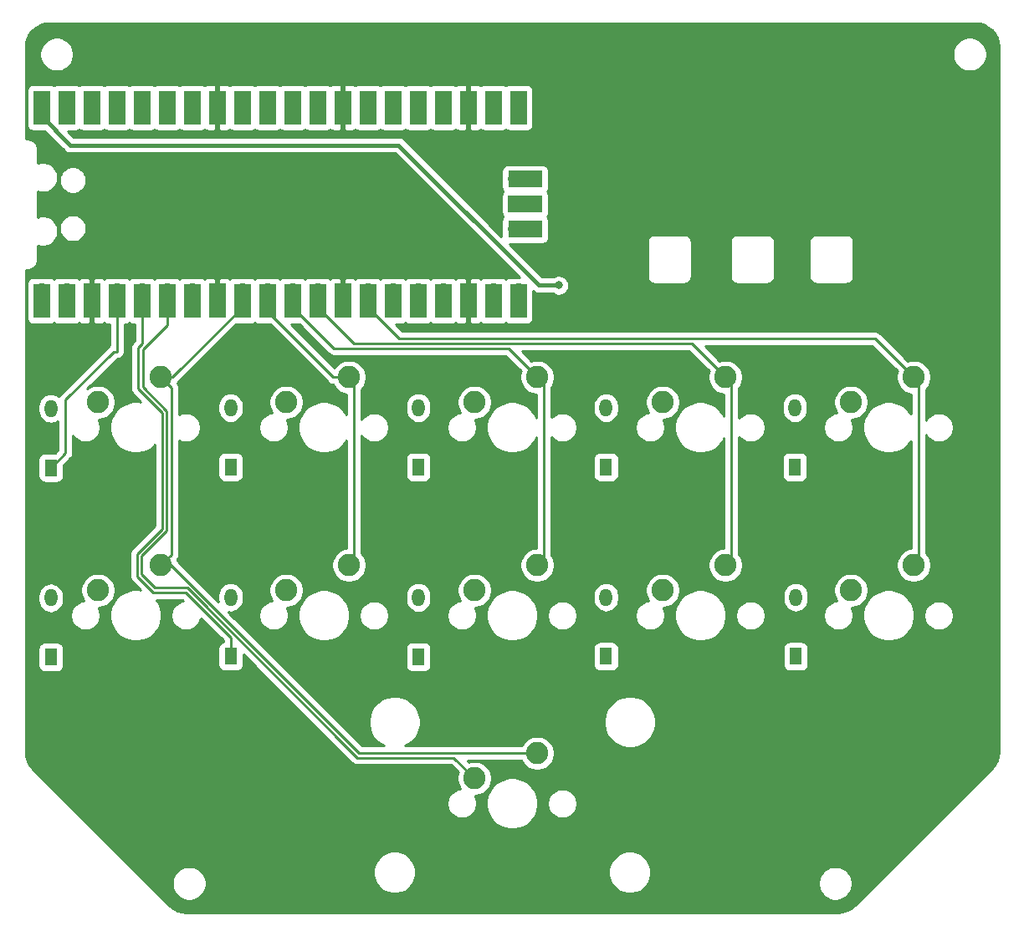
<source format=gbr>
%TF.GenerationSoftware,KiCad,Pcbnew,(5.1.10-1-10_14)*%
%TF.CreationDate,2021-10-23T10:24:52+09:00*%
%TF.ProjectId,PicoRubyMacroPad,5069636f-5275-4627-994d-6163726f5061,rev?*%
%TF.SameCoordinates,Original*%
%TF.FileFunction,Copper,L1,Top*%
%TF.FilePolarity,Positive*%
%FSLAX46Y46*%
G04 Gerber Fmt 4.6, Leading zero omitted, Abs format (unit mm)*
G04 Created by KiCad (PCBNEW (5.1.10-1-10_14)) date 2021-10-23 10:24:52*
%MOMM*%
%LPD*%
G01*
G04 APERTURE LIST*
%TA.AperFunction,ComponentPad*%
%ADD10C,2.250000*%
%TD*%
%TA.AperFunction,ComponentPad*%
%ADD11O,1.300000X1.778000*%
%TD*%
%TA.AperFunction,ComponentPad*%
%ADD12R,1.300000X1.778000*%
%TD*%
%TA.AperFunction,ComponentPad*%
%ADD13O,1.700000X1.700000*%
%TD*%
%TA.AperFunction,SMDPad,CuDef*%
%ADD14R,3.500000X1.700000*%
%TD*%
%TA.AperFunction,ComponentPad*%
%ADD15R,1.700000X1.700000*%
%TD*%
%TA.AperFunction,SMDPad,CuDef*%
%ADD16R,1.700000X3.500000*%
%TD*%
%TA.AperFunction,ViaPad*%
%ADD17C,0.800000*%
%TD*%
%TA.AperFunction,Conductor*%
%ADD18C,0.250000*%
%TD*%
%TA.AperFunction,Conductor*%
%ADD19C,0.400000*%
%TD*%
%TA.AperFunction,Conductor*%
%ADD20C,0.254000*%
%TD*%
%TA.AperFunction,Conductor*%
%ADD21C,0.100000*%
%TD*%
G04 APERTURE END LIST*
D10*
%TO.P,SW11,2*%
%TO.N,C1*%
X126440000Y-118020000D03*
%TO.P,SW11,1*%
%TO.N,R3*%
X120090000Y-120560000D03*
%TD*%
%TO.P,SW10,2*%
%TO.N,C5*%
X164540000Y-98970000D03*
%TO.P,SW10,1*%
%TO.N,Net-(D10-Pad2)*%
X158190000Y-101510000D03*
%TD*%
%TO.P,SW9,2*%
%TO.N,C4*%
X145490000Y-98970000D03*
%TO.P,SW9,1*%
%TO.N,Net-(D9-Pad2)*%
X139140000Y-101510000D03*
%TD*%
%TO.P,SW8,2*%
%TO.N,C3*%
X126440000Y-98970000D03*
%TO.P,SW8,1*%
%TO.N,Net-(D8-Pad2)*%
X120090000Y-101510000D03*
%TD*%
%TO.P,SW7,2*%
%TO.N,C2*%
X107390000Y-98970000D03*
%TO.P,SW7,1*%
%TO.N,Net-(D7-Pad2)*%
X101040000Y-101510000D03*
%TD*%
%TO.P,SW6,2*%
%TO.N,C1*%
X88340000Y-98970000D03*
%TO.P,SW6,1*%
%TO.N,Net-(D6-Pad2)*%
X81990000Y-101510000D03*
%TD*%
D11*
%TO.P,D10,2*%
%TO.N,Net-(D10-Pad2)*%
X152600000Y-102200000D03*
D12*
%TO.P,D10,1*%
%TO.N,R2*%
X152600000Y-108200000D03*
%TD*%
D11*
%TO.P,D9,2*%
%TO.N,Net-(D9-Pad2)*%
X133400000Y-102200000D03*
D12*
%TO.P,D9,1*%
%TO.N,R2*%
X133400000Y-108200000D03*
%TD*%
D11*
%TO.P,D8,2*%
%TO.N,Net-(D8-Pad2)*%
X114400000Y-102225000D03*
D12*
%TO.P,D8,1*%
%TO.N,R2*%
X114400000Y-108225000D03*
%TD*%
D11*
%TO.P,D7,2*%
%TO.N,Net-(D7-Pad2)*%
X95400000Y-102200000D03*
D12*
%TO.P,D7,1*%
%TO.N,R2*%
X95400000Y-108200000D03*
%TD*%
D11*
%TO.P,D6,2*%
%TO.N,Net-(D6-Pad2)*%
X77200000Y-102275000D03*
D12*
%TO.P,D6,1*%
%TO.N,R2*%
X77200000Y-108275000D03*
%TD*%
D11*
%TO.P,D5,2*%
%TO.N,Net-(D5-Pad2)*%
X152500000Y-83000000D03*
D12*
%TO.P,D5,1*%
%TO.N,R1*%
X152500000Y-89000000D03*
%TD*%
D11*
%TO.P,D4,2*%
%TO.N,Net-(D4-Pad2)*%
X133400000Y-83000000D03*
D12*
%TO.P,D4,1*%
%TO.N,R1*%
X133400000Y-89000000D03*
%TD*%
D11*
%TO.P,D3,2*%
%TO.N,Net-(D3-Pad2)*%
X114400000Y-83000000D03*
D12*
%TO.P,D3,1*%
%TO.N,R1*%
X114400000Y-89000000D03*
%TD*%
D11*
%TO.P,D2,2*%
%TO.N,Net-(D2-Pad2)*%
X95400000Y-83000000D03*
D12*
%TO.P,D2,1*%
%TO.N,R1*%
X95400000Y-89000000D03*
%TD*%
D11*
%TO.P,D1,2*%
%TO.N,Net-(D1-Pad2)*%
X77200000Y-83075000D03*
D12*
%TO.P,D1,1*%
%TO.N,R1*%
X77200000Y-89075000D03*
%TD*%
D10*
%TO.P,SW5,2*%
%TO.N,C5*%
X164540000Y-79920000D03*
%TO.P,SW5,1*%
%TO.N,Net-(D5-Pad2)*%
X158190000Y-82460000D03*
%TD*%
%TO.P,SW4,2*%
%TO.N,C4*%
X145490000Y-79920000D03*
%TO.P,SW4,1*%
%TO.N,Net-(D4-Pad2)*%
X139140000Y-82460000D03*
%TD*%
%TO.P,SW3,2*%
%TO.N,C3*%
X126440000Y-79920000D03*
%TO.P,SW3,1*%
%TO.N,Net-(D3-Pad2)*%
X120090000Y-82460000D03*
%TD*%
%TO.P,SW2,2*%
%TO.N,C2*%
X107390000Y-79920000D03*
%TO.P,SW2,1*%
%TO.N,Net-(D2-Pad2)*%
X101040000Y-82460000D03*
%TD*%
%TO.P,SW1,2*%
%TO.N,C1*%
X88340000Y-79920000D03*
%TO.P,SW1,1*%
%TO.N,Net-(D1-Pad2)*%
X81990000Y-82460000D03*
%TD*%
D13*
%TO.P,U1,43*%
%TO.N,Net-(U1-Pad43)*%
X124300000Y-59850000D03*
D14*
X125200000Y-59850000D03*
D15*
%TO.P,U1,42*%
%TO.N,Net-(U1-Pad42)*%
X124300000Y-62390000D03*
D14*
X125200000Y-62390000D03*
D13*
%TO.P,U1,41*%
%TO.N,Net-(U1-Pad41)*%
X124300000Y-64930000D03*
D14*
X125200000Y-64930000D03*
D16*
%TO.P,U1,21*%
%TO.N,Net-(U1-Pad21)*%
X124530000Y-52600000D03*
%TO.P,U1,22*%
%TO.N,Net-(U1-Pad22)*%
X121990000Y-52600000D03*
%TO.P,U1,23*%
%TO.N,GND*%
X119450000Y-52600000D03*
%TO.P,U1,24*%
%TO.N,Net-(U1-Pad24)*%
X116910000Y-52600000D03*
%TO.P,U1,25*%
%TO.N,Net-(U1-Pad25)*%
X114370000Y-52600000D03*
%TO.P,U1,26*%
%TO.N,Net-(U1-Pad26)*%
X111830000Y-52600000D03*
%TO.P,U1,27*%
%TO.N,Net-(U1-Pad27)*%
X109290000Y-52600000D03*
%TO.P,U1,28*%
%TO.N,GND*%
X106750000Y-52600000D03*
%TO.P,U1,29*%
%TO.N,Net-(U1-Pad29)*%
X104210000Y-52600000D03*
%TO.P,U1,30*%
%TO.N,Net-(U1-Pad30)*%
X101670000Y-52600000D03*
%TO.P,U1,31*%
%TO.N,Net-(U1-Pad31)*%
X99130000Y-52600000D03*
%TO.P,U1,32*%
%TO.N,Net-(U1-Pad32)*%
X96590000Y-52600000D03*
%TO.P,U1,33*%
%TO.N,GND*%
X94050000Y-52600000D03*
%TO.P,U1,34*%
%TO.N,Net-(U1-Pad34)*%
X91510000Y-52600000D03*
%TO.P,U1,35*%
%TO.N,Net-(U1-Pad35)*%
X88970000Y-52600000D03*
%TO.P,U1,36*%
%TO.N,Net-(U1-Pad36)*%
X86430000Y-52600000D03*
%TO.P,U1,37*%
%TO.N,Net-(U1-Pad37)*%
X83890000Y-52600000D03*
%TO.P,U1,38*%
%TO.N,Net-(U1-Pad38)*%
X81350000Y-52600000D03*
%TO.P,U1,39*%
%TO.N,Net-(U1-Pad39)*%
X78810000Y-52600000D03*
%TO.P,U1,40*%
%TO.N,VCC*%
X76270000Y-52600000D03*
%TO.P,U1,20*%
%TO.N,LED*%
X124530000Y-72180000D03*
%TO.P,U1,19*%
%TO.N,Net-(U1-Pad19)*%
X121990000Y-72180000D03*
%TO.P,U1,18*%
%TO.N,GND*%
X119450000Y-72180000D03*
%TO.P,U1,17*%
%TO.N,Net-(U1-Pad17)*%
X116910000Y-72180000D03*
%TO.P,U1,16*%
%TO.N,Net-(U1-Pad16)*%
X114370000Y-72180000D03*
%TO.P,U1,15*%
%TO.N,Net-(U1-Pad15)*%
X111830000Y-72180000D03*
%TO.P,U1,14*%
%TO.N,C5*%
X109290000Y-72180000D03*
%TO.P,U1,13*%
%TO.N,GND*%
X106750000Y-72180000D03*
%TO.P,U1,12*%
%TO.N,C4*%
X104210000Y-72180000D03*
%TO.P,U1,11*%
%TO.N,C3*%
X101670000Y-72180000D03*
%TO.P,U1,10*%
%TO.N,C2*%
X99130000Y-72180000D03*
%TO.P,U1,9*%
%TO.N,C1*%
X96590000Y-72180000D03*
%TO.P,U1,8*%
%TO.N,GND*%
X94050000Y-72180000D03*
%TO.P,U1,7*%
%TO.N,Net-(U1-Pad7)*%
X91510000Y-72180000D03*
%TO.P,U1,6*%
%TO.N,R3*%
X88970000Y-72180000D03*
%TO.P,U1,5*%
%TO.N,R2*%
X86430000Y-72180000D03*
%TO.P,U1,4*%
%TO.N,R1*%
X83890000Y-72180000D03*
%TO.P,U1,3*%
%TO.N,GND*%
X81350000Y-72180000D03*
%TO.P,U1,2*%
%TO.N,Net-(U1-Pad2)*%
X78810000Y-72180000D03*
%TO.P,U1,1*%
%TO.N,Net-(U1-Pad1)*%
X76270000Y-72180000D03*
D13*
%TO.P,U1,40*%
%TO.N,VCC*%
X76270000Y-53500000D03*
%TO.P,U1,39*%
%TO.N,Net-(U1-Pad39)*%
X78810000Y-53500000D03*
D15*
%TO.P,U1,38*%
%TO.N,Net-(U1-Pad38)*%
X81350000Y-53500000D03*
D13*
%TO.P,U1,37*%
%TO.N,Net-(U1-Pad37)*%
X83890000Y-53500000D03*
%TO.P,U1,36*%
%TO.N,Net-(U1-Pad36)*%
X86430000Y-53500000D03*
%TO.P,U1,35*%
%TO.N,Net-(U1-Pad35)*%
X88970000Y-53500000D03*
%TO.P,U1,34*%
%TO.N,Net-(U1-Pad34)*%
X91510000Y-53500000D03*
D15*
%TO.P,U1,33*%
%TO.N,GND*%
X94050000Y-53500000D03*
D13*
%TO.P,U1,32*%
%TO.N,Net-(U1-Pad32)*%
X96590000Y-53500000D03*
%TO.P,U1,31*%
%TO.N,Net-(U1-Pad31)*%
X99130000Y-53500000D03*
%TO.P,U1,30*%
%TO.N,Net-(U1-Pad30)*%
X101670000Y-53500000D03*
%TO.P,U1,29*%
%TO.N,Net-(U1-Pad29)*%
X104210000Y-53500000D03*
D15*
%TO.P,U1,28*%
%TO.N,GND*%
X106750000Y-53500000D03*
D13*
%TO.P,U1,27*%
%TO.N,Net-(U1-Pad27)*%
X109290000Y-53500000D03*
%TO.P,U1,26*%
%TO.N,Net-(U1-Pad26)*%
X111830000Y-53500000D03*
%TO.P,U1,25*%
%TO.N,Net-(U1-Pad25)*%
X114370000Y-53500000D03*
%TO.P,U1,24*%
%TO.N,Net-(U1-Pad24)*%
X116910000Y-53500000D03*
D15*
%TO.P,U1,23*%
%TO.N,GND*%
X119450000Y-53500000D03*
D13*
%TO.P,U1,22*%
%TO.N,Net-(U1-Pad22)*%
X121990000Y-53500000D03*
%TO.P,U1,21*%
%TO.N,Net-(U1-Pad21)*%
X124530000Y-53500000D03*
%TO.P,U1,20*%
%TO.N,LED*%
X124530000Y-71280000D03*
%TO.P,U1,19*%
%TO.N,Net-(U1-Pad19)*%
X121990000Y-71280000D03*
D15*
%TO.P,U1,18*%
%TO.N,GND*%
X119450000Y-71280000D03*
D13*
%TO.P,U1,17*%
%TO.N,Net-(U1-Pad17)*%
X116910000Y-71280000D03*
%TO.P,U1,16*%
%TO.N,Net-(U1-Pad16)*%
X114370000Y-71280000D03*
%TO.P,U1,15*%
%TO.N,Net-(U1-Pad15)*%
X111830000Y-71280000D03*
%TO.P,U1,14*%
%TO.N,C5*%
X109290000Y-71280000D03*
D15*
%TO.P,U1,13*%
%TO.N,GND*%
X106750000Y-71280000D03*
D13*
%TO.P,U1,12*%
%TO.N,C4*%
X104210000Y-71280000D03*
%TO.P,U1,11*%
%TO.N,C3*%
X101670000Y-71280000D03*
%TO.P,U1,10*%
%TO.N,C2*%
X99130000Y-71280000D03*
%TO.P,U1,9*%
%TO.N,C1*%
X96590000Y-71280000D03*
D15*
%TO.P,U1,8*%
%TO.N,GND*%
X94050000Y-71280000D03*
D13*
%TO.P,U1,7*%
%TO.N,Net-(U1-Pad7)*%
X91510000Y-71280000D03*
%TO.P,U1,6*%
%TO.N,R3*%
X88970000Y-71280000D03*
%TO.P,U1,5*%
%TO.N,R2*%
X86430000Y-71280000D03*
%TO.P,U1,4*%
%TO.N,R1*%
X83890000Y-71280000D03*
D15*
%TO.P,U1,3*%
%TO.N,GND*%
X81350000Y-71280000D03*
D13*
%TO.P,U1,2*%
%TO.N,Net-(U1-Pad2)*%
X78810000Y-71280000D03*
%TO.P,U1,1*%
%TO.N,Net-(U1-Pad1)*%
X76270000Y-71280000D03*
%TD*%
D17*
%TO.N,VCC*%
X128600000Y-70600000D03*
%TD*%
D18*
%TO.N,R1*%
X83890000Y-71280000D02*
X83890000Y-77310000D01*
X83890000Y-77310000D02*
X83590000Y-77310000D01*
X83590000Y-77310000D02*
X78700000Y-82200000D01*
X78700000Y-87575000D02*
X77200000Y-89075000D01*
X78700000Y-82200000D02*
X78700000Y-87575000D01*
%TO.N,R2*%
X88499978Y-95263611D02*
X85949989Y-97813600D01*
X90827179Y-101700000D02*
X95400000Y-106272821D01*
X85949989Y-100086400D02*
X87563589Y-101700000D01*
X86049989Y-76913600D02*
X86049989Y-81099989D01*
X86430000Y-71280000D02*
X86430000Y-76533590D01*
X88499978Y-83549978D02*
X88499978Y-95263611D01*
X85949989Y-97813600D02*
X85949989Y-100086400D01*
X86049989Y-81099989D02*
X88499978Y-83549978D01*
X86430000Y-76533590D02*
X86049989Y-76913600D01*
X95400000Y-106272821D02*
X95400000Y-108200000D01*
X87563589Y-101700000D02*
X90827179Y-101700000D01*
%TO.N,R3*%
X117980010Y-118450010D02*
X120090000Y-120560000D01*
X86500000Y-77100000D02*
X86500000Y-80913589D01*
X108213600Y-118450010D02*
X117980010Y-118450010D01*
X86500000Y-80913589D02*
X88949989Y-83363578D01*
X88949989Y-95450011D02*
X86400000Y-98000000D01*
X87749989Y-101249989D02*
X91013579Y-101249989D01*
X88949989Y-83363578D02*
X88949989Y-95450011D01*
X88970000Y-74630000D02*
X86500000Y-77100000D01*
X91013579Y-101249989D02*
X108213600Y-118450010D01*
X86400000Y-99900000D02*
X87749989Y-101249989D01*
X86400000Y-98000000D02*
X86400000Y-99900000D01*
X88970000Y-71280000D02*
X88970000Y-74630000D01*
D19*
%TO.N,VCC*%
X79170000Y-56400000D02*
X76270000Y-53500000D01*
X126600000Y-70600000D02*
X112400000Y-56400000D01*
X112400000Y-56400000D02*
X79170000Y-56400000D01*
X128600000Y-70600000D02*
X126600000Y-70600000D01*
D18*
%TO.N,C1*%
X89495002Y-79920000D02*
X88340000Y-79920000D01*
X96590000Y-72825002D02*
X89495002Y-79920000D01*
X96590000Y-71280000D02*
X96590000Y-72825002D01*
X126420000Y-118000000D02*
X126440000Y-118020000D01*
X108400000Y-118000000D02*
X126420000Y-118000000D01*
X89370000Y-98970000D02*
X108400000Y-118000000D01*
X88340000Y-98970000D02*
X89370000Y-98970000D01*
X89400000Y-97910000D02*
X88340000Y-98970000D01*
X89400000Y-80980000D02*
X89400000Y-97910000D01*
X88340000Y-79920000D02*
X89400000Y-80980000D01*
%TO.N,C2*%
X105799010Y-79920000D02*
X107390000Y-79920000D01*
X99130000Y-73250990D02*
X105799010Y-79920000D01*
X99130000Y-71280000D02*
X99130000Y-73250990D01*
X107900000Y-98460000D02*
X107390000Y-98970000D01*
X107900000Y-80430000D02*
X107900000Y-98460000D01*
X107390000Y-79920000D02*
X107900000Y-80430000D01*
%TO.N,C3*%
X127100000Y-98310000D02*
X126440000Y-98970000D01*
X127100000Y-80580000D02*
X127100000Y-98310000D01*
X126440000Y-79920000D02*
X127100000Y-80580000D01*
X123520000Y-77000000D02*
X126440000Y-79920000D01*
X105844998Y-77000000D02*
X123520000Y-77000000D01*
X101670000Y-72825002D02*
X105844998Y-77000000D01*
X101670000Y-71280000D02*
X101670000Y-72825002D01*
%TO.N,C4*%
X146100000Y-80530000D02*
X146100000Y-98360000D01*
X146100000Y-98360000D02*
X145490000Y-98970000D01*
X145490000Y-79920000D02*
X146100000Y-80530000D01*
X107884998Y-76500000D02*
X142070000Y-76500000D01*
X142070000Y-76500000D02*
X145490000Y-79920000D01*
X104210000Y-72825002D02*
X107884998Y-76500000D01*
X104210000Y-71280000D02*
X104210000Y-72825002D01*
%TO.N,C5*%
X165000000Y-80380000D02*
X165000000Y-98510000D01*
X165000000Y-98510000D02*
X164540000Y-98970000D01*
X164540000Y-79920000D02*
X165000000Y-80380000D01*
X160620000Y-76000000D02*
X164540000Y-79920000D01*
X109290000Y-72825002D02*
X112464998Y-76000000D01*
X112464998Y-76000000D02*
X160620000Y-76000000D01*
X109290000Y-71280000D02*
X109290000Y-72825002D01*
%TD*%
D20*
%TO.N,GND*%
X171253893Y-44107670D02*
X171690498Y-44239489D01*
X172093185Y-44453600D01*
X172446612Y-44741848D01*
X172737327Y-45093261D01*
X172954242Y-45494439D01*
X173089106Y-45930113D01*
X173140001Y-46414353D01*
X173140000Y-117846401D01*
X173092330Y-118332574D01*
X172960512Y-118769177D01*
X172746399Y-119171866D01*
X172438269Y-119549670D01*
X158577458Y-133410482D01*
X158199972Y-133720553D01*
X157798037Y-133936069D01*
X157361892Y-134069412D01*
X156876776Y-134118688D01*
X90953498Y-134139990D01*
X90467426Y-134092330D01*
X90030823Y-133960512D01*
X89628134Y-133746399D01*
X89250195Y-133438159D01*
X86837458Y-131029117D01*
X89465000Y-131029117D01*
X89465000Y-131370883D01*
X89531675Y-131706081D01*
X89662463Y-132021831D01*
X89852337Y-132305998D01*
X90094002Y-132547663D01*
X90378169Y-132737537D01*
X90693919Y-132868325D01*
X91029117Y-132935000D01*
X91370883Y-132935000D01*
X91706081Y-132868325D01*
X92021831Y-132737537D01*
X92305998Y-132547663D01*
X92547663Y-132305998D01*
X92737537Y-132021831D01*
X92868325Y-131706081D01*
X92935000Y-131370883D01*
X92935000Y-131029117D01*
X92868325Y-130693919D01*
X92737537Y-130378169D01*
X92547663Y-130094002D01*
X92326018Y-129872357D01*
X109834750Y-129872357D01*
X109834750Y-130297643D01*
X109917720Y-130714757D01*
X110080469Y-131107670D01*
X110316746Y-131461282D01*
X110617468Y-131762004D01*
X110971080Y-131998281D01*
X111363993Y-132161030D01*
X111781107Y-132244000D01*
X112206393Y-132244000D01*
X112623507Y-132161030D01*
X113016420Y-131998281D01*
X113370032Y-131762004D01*
X113670754Y-131461282D01*
X113907031Y-131107670D01*
X114069780Y-130714757D01*
X114152750Y-130297643D01*
X114152750Y-129872357D01*
X133647250Y-129872357D01*
X133647250Y-130297643D01*
X133730220Y-130714757D01*
X133892969Y-131107670D01*
X134129246Y-131461282D01*
X134429968Y-131762004D01*
X134783580Y-131998281D01*
X135176493Y-132161030D01*
X135593607Y-132244000D01*
X136018893Y-132244000D01*
X136436007Y-132161030D01*
X136828920Y-131998281D01*
X137182532Y-131762004D01*
X137483254Y-131461282D01*
X137719531Y-131107670D01*
X137752068Y-131029117D01*
X154865000Y-131029117D01*
X154865000Y-131370883D01*
X154931675Y-131706081D01*
X155062463Y-132021831D01*
X155252337Y-132305998D01*
X155494002Y-132547663D01*
X155778169Y-132737537D01*
X156093919Y-132868325D01*
X156429117Y-132935000D01*
X156770883Y-132935000D01*
X157106081Y-132868325D01*
X157421831Y-132737537D01*
X157705998Y-132547663D01*
X157947663Y-132305998D01*
X158137537Y-132021831D01*
X158268325Y-131706081D01*
X158335000Y-131370883D01*
X158335000Y-131029117D01*
X158268325Y-130693919D01*
X158137537Y-130378169D01*
X157947663Y-130094002D01*
X157705998Y-129852337D01*
X157421831Y-129662463D01*
X157106081Y-129531675D01*
X156770883Y-129465000D01*
X156429117Y-129465000D01*
X156093919Y-129531675D01*
X155778169Y-129662463D01*
X155494002Y-129852337D01*
X155252337Y-130094002D01*
X155062463Y-130378169D01*
X154931675Y-130693919D01*
X154865000Y-131029117D01*
X137752068Y-131029117D01*
X137882280Y-130714757D01*
X137965250Y-130297643D01*
X137965250Y-129872357D01*
X137882280Y-129455243D01*
X137719531Y-129062330D01*
X137483254Y-128708718D01*
X137182532Y-128407996D01*
X136828920Y-128171719D01*
X136436007Y-128008970D01*
X136018893Y-127926000D01*
X135593607Y-127926000D01*
X135176493Y-128008970D01*
X134783580Y-128171719D01*
X134429968Y-128407996D01*
X134129246Y-128708718D01*
X133892969Y-129062330D01*
X133730220Y-129455243D01*
X133647250Y-129872357D01*
X114152750Y-129872357D01*
X114069780Y-129455243D01*
X113907031Y-129062330D01*
X113670754Y-128708718D01*
X113370032Y-128407996D01*
X113016420Y-128171719D01*
X112623507Y-128008970D01*
X112206393Y-127926000D01*
X111781107Y-127926000D01*
X111363993Y-128008970D01*
X110971080Y-128171719D01*
X110617468Y-128407996D01*
X110316746Y-128708718D01*
X110080469Y-129062330D01*
X109917720Y-129455243D01*
X109834750Y-129872357D01*
X92326018Y-129872357D01*
X92305998Y-129852337D01*
X92021831Y-129662463D01*
X91706081Y-129531675D01*
X91370883Y-129465000D01*
X91029117Y-129465000D01*
X90693919Y-129531675D01*
X90378169Y-129662463D01*
X90094002Y-129852337D01*
X89852337Y-130094002D01*
X89662463Y-130378169D01*
X89531675Y-130693919D01*
X89465000Y-131029117D01*
X86837458Y-131029117D01*
X75368035Y-119577260D01*
X75058127Y-119199972D01*
X74842611Y-118798037D01*
X74709268Y-118361892D01*
X74660000Y-117876854D01*
X74660000Y-107386000D01*
X75911928Y-107386000D01*
X75911928Y-109164000D01*
X75924188Y-109288482D01*
X75960498Y-109408180D01*
X76019463Y-109518494D01*
X76098815Y-109615185D01*
X76195506Y-109694537D01*
X76305820Y-109753502D01*
X76425518Y-109789812D01*
X76550000Y-109802072D01*
X77850000Y-109802072D01*
X77974482Y-109789812D01*
X78094180Y-109753502D01*
X78204494Y-109694537D01*
X78301185Y-109615185D01*
X78380537Y-109518494D01*
X78439502Y-109408180D01*
X78475812Y-109288482D01*
X78488072Y-109164000D01*
X78488072Y-107386000D01*
X78475812Y-107261518D01*
X78439502Y-107141820D01*
X78380537Y-107031506D01*
X78301185Y-106934815D01*
X78204494Y-106855463D01*
X78094180Y-106796498D01*
X77974482Y-106760188D01*
X77850000Y-106747928D01*
X76550000Y-106747928D01*
X76425518Y-106760188D01*
X76305820Y-106796498D01*
X76195506Y-106855463D01*
X76098815Y-106934815D01*
X76019463Y-107031506D01*
X75960498Y-107141820D01*
X75924188Y-107261518D01*
X75911928Y-107386000D01*
X74660000Y-107386000D01*
X74660000Y-103901278D01*
X79210000Y-103901278D01*
X79210000Y-104198722D01*
X79268029Y-104490451D01*
X79381856Y-104765253D01*
X79547107Y-105012569D01*
X79757431Y-105222893D01*
X80004747Y-105388144D01*
X80279549Y-105501971D01*
X80571278Y-105560000D01*
X80868722Y-105560000D01*
X81160451Y-105501971D01*
X81435253Y-105388144D01*
X81682569Y-105222893D01*
X81892893Y-105012569D01*
X82058144Y-104765253D01*
X82171971Y-104490451D01*
X82230000Y-104198722D01*
X82230000Y-103901278D01*
X82171971Y-103609549D01*
X82058144Y-103334747D01*
X82014882Y-103270000D01*
X82163345Y-103270000D01*
X82503373Y-103202364D01*
X82823673Y-103069692D01*
X83111935Y-102877081D01*
X83357081Y-102631935D01*
X83549692Y-102343673D01*
X83682364Y-102023373D01*
X83750000Y-101683345D01*
X83750000Y-101336655D01*
X83682364Y-100996627D01*
X83549692Y-100676327D01*
X83357081Y-100388065D01*
X83111935Y-100142919D01*
X82823673Y-99950308D01*
X82503373Y-99817636D01*
X82163345Y-99750000D01*
X81816655Y-99750000D01*
X81476627Y-99817636D01*
X81156327Y-99950308D01*
X80868065Y-100142919D01*
X80622919Y-100388065D01*
X80430308Y-100676327D01*
X80297636Y-100996627D01*
X80230000Y-101336655D01*
X80230000Y-101683345D01*
X80297636Y-102023373D01*
X80430308Y-102343673D01*
X80562638Y-102541719D01*
X80279549Y-102598029D01*
X80004747Y-102711856D01*
X79757431Y-102877107D01*
X79547107Y-103087431D01*
X79381856Y-103334747D01*
X79268029Y-103609549D01*
X79210000Y-103901278D01*
X74660000Y-103901278D01*
X74660000Y-101972878D01*
X75915000Y-101972878D01*
X75915000Y-102577123D01*
X75933593Y-102765904D01*
X76007071Y-103008127D01*
X76126392Y-103231362D01*
X76286973Y-103427028D01*
X76482639Y-103587608D01*
X76705874Y-103706929D01*
X76948097Y-103780407D01*
X77200000Y-103805217D01*
X77451904Y-103780407D01*
X77694127Y-103706929D01*
X77917362Y-103587608D01*
X78113028Y-103427028D01*
X78273608Y-103231362D01*
X78392929Y-103008126D01*
X78466407Y-102765903D01*
X78485000Y-102577122D01*
X78485000Y-101972877D01*
X78466407Y-101784096D01*
X78392929Y-101541873D01*
X78273608Y-101318638D01*
X78113028Y-101122972D01*
X77917361Y-100962392D01*
X77694126Y-100843071D01*
X77451903Y-100769593D01*
X77200000Y-100744783D01*
X76948096Y-100769593D01*
X76705873Y-100843071D01*
X76482638Y-100962392D01*
X76286972Y-101122972D01*
X76126392Y-101318639D01*
X76007071Y-101541874D01*
X75933593Y-101784097D01*
X75915000Y-101972878D01*
X74660000Y-101972878D01*
X74660000Y-88186000D01*
X75911928Y-88186000D01*
X75911928Y-89964000D01*
X75924188Y-90088482D01*
X75960498Y-90208180D01*
X76019463Y-90318494D01*
X76098815Y-90415185D01*
X76195506Y-90494537D01*
X76305820Y-90553502D01*
X76425518Y-90589812D01*
X76550000Y-90602072D01*
X77850000Y-90602072D01*
X77974482Y-90589812D01*
X78094180Y-90553502D01*
X78204494Y-90494537D01*
X78301185Y-90415185D01*
X78380537Y-90318494D01*
X78439502Y-90208180D01*
X78475812Y-90088482D01*
X78488072Y-89964000D01*
X78488072Y-88861730D01*
X79211003Y-88138799D01*
X79240001Y-88115001D01*
X79334974Y-87999276D01*
X79405546Y-87867247D01*
X79449003Y-87723986D01*
X79460000Y-87612333D01*
X79460000Y-87612324D01*
X79463676Y-87575001D01*
X79460000Y-87537678D01*
X79460000Y-85832204D01*
X79547107Y-85962569D01*
X79757431Y-86172893D01*
X80004747Y-86338144D01*
X80279549Y-86451971D01*
X80571278Y-86510000D01*
X80868722Y-86510000D01*
X81160451Y-86451971D01*
X81435253Y-86338144D01*
X81682569Y-86172893D01*
X81892893Y-85962569D01*
X82058144Y-85715253D01*
X82171971Y-85440451D01*
X82230000Y-85148722D01*
X82230000Y-84851278D01*
X82171971Y-84559549D01*
X82058144Y-84284747D01*
X82014882Y-84220000D01*
X82163345Y-84220000D01*
X82503373Y-84152364D01*
X82823673Y-84019692D01*
X83111935Y-83827081D01*
X83357081Y-83581935D01*
X83549692Y-83293673D01*
X83682364Y-82973373D01*
X83750000Y-82633345D01*
X83750000Y-82286655D01*
X83682364Y-81946627D01*
X83549692Y-81626327D01*
X83357081Y-81338065D01*
X83111935Y-81092919D01*
X82823673Y-80900308D01*
X82503373Y-80767636D01*
X82163345Y-80700000D01*
X81816655Y-80700000D01*
X81476627Y-80767636D01*
X81156327Y-80900308D01*
X80909706Y-81065095D01*
X83902340Y-78072462D01*
X84038986Y-78059003D01*
X84182247Y-78015546D01*
X84314276Y-77944974D01*
X84430001Y-77850001D01*
X84524974Y-77734276D01*
X84595546Y-77602247D01*
X84639003Y-77458986D01*
X84650000Y-77347333D01*
X84653677Y-77310000D01*
X84650000Y-77272667D01*
X84650000Y-74568072D01*
X84740000Y-74568072D01*
X84864482Y-74555812D01*
X84984180Y-74519502D01*
X85094494Y-74460537D01*
X85160000Y-74406778D01*
X85225506Y-74460537D01*
X85335820Y-74519502D01*
X85455518Y-74555812D01*
X85580000Y-74568072D01*
X85670001Y-74568072D01*
X85670001Y-76218787D01*
X85538992Y-76349796D01*
X85509988Y-76373599D01*
X85415015Y-76489325D01*
X85344443Y-76621354D01*
X85300986Y-76764615D01*
X85289989Y-76876268D01*
X85289989Y-76876277D01*
X85286313Y-76913599D01*
X85289989Y-76950924D01*
X85289990Y-81062657D01*
X85286313Y-81099989D01*
X85289990Y-81137322D01*
X85300987Y-81248975D01*
X85312081Y-81285546D01*
X85344443Y-81392235D01*
X85415015Y-81524265D01*
X85486190Y-81610991D01*
X85509989Y-81639990D01*
X85538987Y-81663788D01*
X86292824Y-82417626D01*
X86058924Y-82371100D01*
X85541076Y-82371100D01*
X85033178Y-82472127D01*
X84554749Y-82670299D01*
X84124174Y-82958000D01*
X83758000Y-83324174D01*
X83470299Y-83754749D01*
X83272127Y-84233178D01*
X83171100Y-84741076D01*
X83171100Y-85258924D01*
X83272127Y-85766822D01*
X83470299Y-86245251D01*
X83758000Y-86675826D01*
X84124174Y-87042000D01*
X84554749Y-87329701D01*
X85033178Y-87527873D01*
X85541076Y-87628900D01*
X86058924Y-87628900D01*
X86566822Y-87527873D01*
X87045251Y-87329701D01*
X87475826Y-87042000D01*
X87739978Y-86777848D01*
X87739979Y-94948808D01*
X85438992Y-97249796D01*
X85409988Y-97273599D01*
X85354860Y-97340774D01*
X85315015Y-97389324D01*
X85303799Y-97410308D01*
X85244443Y-97521354D01*
X85200986Y-97664615D01*
X85189989Y-97776268D01*
X85189989Y-97776278D01*
X85186313Y-97813600D01*
X85189989Y-97850923D01*
X85189990Y-100049068D01*
X85186313Y-100086400D01*
X85200987Y-100235385D01*
X85244443Y-100378646D01*
X85315015Y-100510676D01*
X85386190Y-100597402D01*
X85409989Y-100626401D01*
X85438987Y-100650199D01*
X86247372Y-101458585D01*
X86058924Y-101421100D01*
X85541076Y-101421100D01*
X85033178Y-101522127D01*
X84554749Y-101720299D01*
X84124174Y-102008000D01*
X83758000Y-102374174D01*
X83470299Y-102804749D01*
X83272127Y-103283178D01*
X83171100Y-103791076D01*
X83171100Y-104308924D01*
X83272127Y-104816822D01*
X83470299Y-105295251D01*
X83758000Y-105725826D01*
X84124174Y-106092000D01*
X84554749Y-106379701D01*
X85033178Y-106577873D01*
X85541076Y-106678900D01*
X86058924Y-106678900D01*
X86566822Y-106577873D01*
X87045251Y-106379701D01*
X87475826Y-106092000D01*
X87842000Y-105725826D01*
X88129701Y-105295251D01*
X88327873Y-104816822D01*
X88428900Y-104308924D01*
X88428900Y-103791076D01*
X88327873Y-103283178D01*
X88129701Y-102804749D01*
X87899347Y-102460000D01*
X90512378Y-102460000D01*
X90615423Y-102563045D01*
X90439549Y-102598029D01*
X90164747Y-102711856D01*
X89917431Y-102877107D01*
X89707107Y-103087431D01*
X89541856Y-103334747D01*
X89428029Y-103609549D01*
X89370000Y-103901278D01*
X89370000Y-104198722D01*
X89428029Y-104490451D01*
X89541856Y-104765253D01*
X89707107Y-105012569D01*
X89917431Y-105222893D01*
X90164747Y-105388144D01*
X90439549Y-105501971D01*
X90731278Y-105560000D01*
X91028722Y-105560000D01*
X91320451Y-105501971D01*
X91595253Y-105388144D01*
X91842569Y-105222893D01*
X92052893Y-105012569D01*
X92218144Y-104765253D01*
X92331971Y-104490451D01*
X92366955Y-104314578D01*
X94640000Y-106587624D01*
X94640000Y-106683762D01*
X94625518Y-106685188D01*
X94505820Y-106721498D01*
X94395506Y-106780463D01*
X94298815Y-106859815D01*
X94219463Y-106956506D01*
X94160498Y-107066820D01*
X94124188Y-107186518D01*
X94111928Y-107311000D01*
X94111928Y-109089000D01*
X94124188Y-109213482D01*
X94160498Y-109333180D01*
X94219463Y-109443494D01*
X94298815Y-109540185D01*
X94395506Y-109619537D01*
X94505820Y-109678502D01*
X94625518Y-109714812D01*
X94750000Y-109727072D01*
X96050000Y-109727072D01*
X96174482Y-109714812D01*
X96294180Y-109678502D01*
X96404494Y-109619537D01*
X96501185Y-109540185D01*
X96580537Y-109443494D01*
X96639502Y-109333180D01*
X96675812Y-109213482D01*
X96688072Y-109089000D01*
X96688072Y-107999283D01*
X107649800Y-118961012D01*
X107673599Y-118990011D01*
X107702597Y-119013809D01*
X107789323Y-119084984D01*
X107895870Y-119141935D01*
X107921353Y-119155556D01*
X108064614Y-119199013D01*
X108176267Y-119210010D01*
X108176277Y-119210010D01*
X108213600Y-119213686D01*
X108250923Y-119210010D01*
X117665209Y-119210010D01*
X118428152Y-119972954D01*
X118397636Y-120046627D01*
X118330000Y-120386655D01*
X118330000Y-120733345D01*
X118397636Y-121073373D01*
X118530308Y-121393673D01*
X118662638Y-121591719D01*
X118379549Y-121648029D01*
X118104747Y-121761856D01*
X117857431Y-121927107D01*
X117647107Y-122137431D01*
X117481856Y-122384747D01*
X117368029Y-122659549D01*
X117310000Y-122951278D01*
X117310000Y-123248722D01*
X117368029Y-123540451D01*
X117481856Y-123815253D01*
X117647107Y-124062569D01*
X117857431Y-124272893D01*
X118104747Y-124438144D01*
X118379549Y-124551971D01*
X118671278Y-124610000D01*
X118968722Y-124610000D01*
X119260451Y-124551971D01*
X119535253Y-124438144D01*
X119782569Y-124272893D01*
X119992893Y-124062569D01*
X120158144Y-123815253D01*
X120271971Y-123540451D01*
X120330000Y-123248722D01*
X120330000Y-122951278D01*
X120308080Y-122841076D01*
X121271100Y-122841076D01*
X121271100Y-123358924D01*
X121372127Y-123866822D01*
X121570299Y-124345251D01*
X121858000Y-124775826D01*
X122224174Y-125142000D01*
X122654749Y-125429701D01*
X123133178Y-125627873D01*
X123641076Y-125728900D01*
X124158924Y-125728900D01*
X124666822Y-125627873D01*
X125145251Y-125429701D01*
X125575826Y-125142000D01*
X125942000Y-124775826D01*
X126229701Y-124345251D01*
X126427873Y-123866822D01*
X126528900Y-123358924D01*
X126528900Y-122951278D01*
X127470000Y-122951278D01*
X127470000Y-123248722D01*
X127528029Y-123540451D01*
X127641856Y-123815253D01*
X127807107Y-124062569D01*
X128017431Y-124272893D01*
X128264747Y-124438144D01*
X128539549Y-124551971D01*
X128831278Y-124610000D01*
X129128722Y-124610000D01*
X129420451Y-124551971D01*
X129695253Y-124438144D01*
X129942569Y-124272893D01*
X130152893Y-124062569D01*
X130318144Y-123815253D01*
X130431971Y-123540451D01*
X130490000Y-123248722D01*
X130490000Y-122951278D01*
X130431971Y-122659549D01*
X130318144Y-122384747D01*
X130152893Y-122137431D01*
X129942569Y-121927107D01*
X129695253Y-121761856D01*
X129420451Y-121648029D01*
X129128722Y-121590000D01*
X128831278Y-121590000D01*
X128539549Y-121648029D01*
X128264747Y-121761856D01*
X128017431Y-121927107D01*
X127807107Y-122137431D01*
X127641856Y-122384747D01*
X127528029Y-122659549D01*
X127470000Y-122951278D01*
X126528900Y-122951278D01*
X126528900Y-122841076D01*
X126427873Y-122333178D01*
X126229701Y-121854749D01*
X125942000Y-121424174D01*
X125575826Y-121058000D01*
X125145251Y-120770299D01*
X124666822Y-120572127D01*
X124158924Y-120471100D01*
X123641076Y-120471100D01*
X123133178Y-120572127D01*
X122654749Y-120770299D01*
X122224174Y-121058000D01*
X121858000Y-121424174D01*
X121570299Y-121854749D01*
X121372127Y-122333178D01*
X121271100Y-122841076D01*
X120308080Y-122841076D01*
X120271971Y-122659549D01*
X120158144Y-122384747D01*
X120114882Y-122320000D01*
X120263345Y-122320000D01*
X120603373Y-122252364D01*
X120923673Y-122119692D01*
X121211935Y-121927081D01*
X121457081Y-121681935D01*
X121649692Y-121393673D01*
X121782364Y-121073373D01*
X121850000Y-120733345D01*
X121850000Y-120386655D01*
X121782364Y-120046627D01*
X121649692Y-119726327D01*
X121457081Y-119438065D01*
X121211935Y-119192919D01*
X120923673Y-119000308D01*
X120603373Y-118867636D01*
X120263345Y-118800000D01*
X119916655Y-118800000D01*
X119576627Y-118867636D01*
X119502954Y-118898152D01*
X119364802Y-118760000D01*
X124841508Y-118760000D01*
X124880308Y-118853673D01*
X125072919Y-119141935D01*
X125318065Y-119387081D01*
X125606327Y-119579692D01*
X125926627Y-119712364D01*
X126266655Y-119780000D01*
X126613345Y-119780000D01*
X126953373Y-119712364D01*
X127273673Y-119579692D01*
X127561935Y-119387081D01*
X127807081Y-119141935D01*
X127999692Y-118853673D01*
X128132364Y-118533373D01*
X128200000Y-118193345D01*
X128200000Y-117846655D01*
X128132364Y-117506627D01*
X127999692Y-117186327D01*
X127807081Y-116898065D01*
X127561935Y-116652919D01*
X127273673Y-116460308D01*
X126953373Y-116327636D01*
X126613345Y-116260000D01*
X126266655Y-116260000D01*
X125926627Y-116327636D01*
X125606327Y-116460308D01*
X125318065Y-116652919D01*
X125072919Y-116898065D01*
X124880308Y-117186327D01*
X124858076Y-117240000D01*
X113081355Y-117240000D01*
X113239001Y-117174701D01*
X113669576Y-116887000D01*
X114035750Y-116520826D01*
X114323451Y-116090251D01*
X114521623Y-115611822D01*
X114622650Y-115103924D01*
X114622650Y-114586076D01*
X133177350Y-114586076D01*
X133177350Y-115103924D01*
X133278377Y-115611822D01*
X133476549Y-116090251D01*
X133764250Y-116520826D01*
X134130424Y-116887000D01*
X134560999Y-117174701D01*
X135039428Y-117372873D01*
X135547326Y-117473900D01*
X136065174Y-117473900D01*
X136573072Y-117372873D01*
X137051501Y-117174701D01*
X137482076Y-116887000D01*
X137848250Y-116520826D01*
X138135951Y-116090251D01*
X138334123Y-115611822D01*
X138435150Y-115103924D01*
X138435150Y-114586076D01*
X138334123Y-114078178D01*
X138135951Y-113599749D01*
X137848250Y-113169174D01*
X137482076Y-112803000D01*
X137051501Y-112515299D01*
X136573072Y-112317127D01*
X136065174Y-112216100D01*
X135547326Y-112216100D01*
X135039428Y-112317127D01*
X134560999Y-112515299D01*
X134130424Y-112803000D01*
X133764250Y-113169174D01*
X133476549Y-113599749D01*
X133278377Y-114078178D01*
X133177350Y-114586076D01*
X114622650Y-114586076D01*
X114521623Y-114078178D01*
X114323451Y-113599749D01*
X114035750Y-113169174D01*
X113669576Y-112803000D01*
X113239001Y-112515299D01*
X112760572Y-112317127D01*
X112252674Y-112216100D01*
X111734826Y-112216100D01*
X111226928Y-112317127D01*
X110748499Y-112515299D01*
X110317924Y-112803000D01*
X109951750Y-113169174D01*
X109664049Y-113599749D01*
X109465877Y-114078178D01*
X109364850Y-114586076D01*
X109364850Y-115103924D01*
X109465877Y-115611822D01*
X109664049Y-116090251D01*
X109951750Y-116520826D01*
X110317924Y-116887000D01*
X110748499Y-117174701D01*
X110906145Y-117240000D01*
X108714802Y-117240000D01*
X98810802Y-107336000D01*
X113111928Y-107336000D01*
X113111928Y-109114000D01*
X113124188Y-109238482D01*
X113160498Y-109358180D01*
X113219463Y-109468494D01*
X113298815Y-109565185D01*
X113395506Y-109644537D01*
X113505820Y-109703502D01*
X113625518Y-109739812D01*
X113750000Y-109752072D01*
X115050000Y-109752072D01*
X115174482Y-109739812D01*
X115294180Y-109703502D01*
X115404494Y-109644537D01*
X115501185Y-109565185D01*
X115580537Y-109468494D01*
X115639502Y-109358180D01*
X115675812Y-109238482D01*
X115688072Y-109114000D01*
X115688072Y-107336000D01*
X115685610Y-107311000D01*
X132111928Y-107311000D01*
X132111928Y-109089000D01*
X132124188Y-109213482D01*
X132160498Y-109333180D01*
X132219463Y-109443494D01*
X132298815Y-109540185D01*
X132395506Y-109619537D01*
X132505820Y-109678502D01*
X132625518Y-109714812D01*
X132750000Y-109727072D01*
X134050000Y-109727072D01*
X134174482Y-109714812D01*
X134294180Y-109678502D01*
X134404494Y-109619537D01*
X134501185Y-109540185D01*
X134580537Y-109443494D01*
X134639502Y-109333180D01*
X134675812Y-109213482D01*
X134688072Y-109089000D01*
X134688072Y-107311000D01*
X151311928Y-107311000D01*
X151311928Y-109089000D01*
X151324188Y-109213482D01*
X151360498Y-109333180D01*
X151419463Y-109443494D01*
X151498815Y-109540185D01*
X151595506Y-109619537D01*
X151705820Y-109678502D01*
X151825518Y-109714812D01*
X151950000Y-109727072D01*
X153250000Y-109727072D01*
X153374482Y-109714812D01*
X153494180Y-109678502D01*
X153604494Y-109619537D01*
X153701185Y-109540185D01*
X153780537Y-109443494D01*
X153839502Y-109333180D01*
X153875812Y-109213482D01*
X153888072Y-109089000D01*
X153888072Y-107311000D01*
X153875812Y-107186518D01*
X153839502Y-107066820D01*
X153780537Y-106956506D01*
X153701185Y-106859815D01*
X153604494Y-106780463D01*
X153494180Y-106721498D01*
X153374482Y-106685188D01*
X153250000Y-106672928D01*
X151950000Y-106672928D01*
X151825518Y-106685188D01*
X151705820Y-106721498D01*
X151595506Y-106780463D01*
X151498815Y-106859815D01*
X151419463Y-106956506D01*
X151360498Y-107066820D01*
X151324188Y-107186518D01*
X151311928Y-107311000D01*
X134688072Y-107311000D01*
X134675812Y-107186518D01*
X134639502Y-107066820D01*
X134580537Y-106956506D01*
X134501185Y-106859815D01*
X134404494Y-106780463D01*
X134294180Y-106721498D01*
X134174482Y-106685188D01*
X134050000Y-106672928D01*
X132750000Y-106672928D01*
X132625518Y-106685188D01*
X132505820Y-106721498D01*
X132395506Y-106780463D01*
X132298815Y-106859815D01*
X132219463Y-106956506D01*
X132160498Y-107066820D01*
X132124188Y-107186518D01*
X132111928Y-107311000D01*
X115685610Y-107311000D01*
X115675812Y-107211518D01*
X115639502Y-107091820D01*
X115580537Y-106981506D01*
X115501185Y-106884815D01*
X115404494Y-106805463D01*
X115294180Y-106746498D01*
X115174482Y-106710188D01*
X115050000Y-106697928D01*
X113750000Y-106697928D01*
X113625518Y-106710188D01*
X113505820Y-106746498D01*
X113395506Y-106805463D01*
X113298815Y-106884815D01*
X113219463Y-106981506D01*
X113160498Y-107091820D01*
X113124188Y-107211518D01*
X113111928Y-107336000D01*
X98810802Y-107336000D01*
X95376080Y-103901278D01*
X98260000Y-103901278D01*
X98260000Y-104198722D01*
X98318029Y-104490451D01*
X98431856Y-104765253D01*
X98597107Y-105012569D01*
X98807431Y-105222893D01*
X99054747Y-105388144D01*
X99329549Y-105501971D01*
X99621278Y-105560000D01*
X99918722Y-105560000D01*
X100210451Y-105501971D01*
X100485253Y-105388144D01*
X100732569Y-105222893D01*
X100942893Y-105012569D01*
X101108144Y-104765253D01*
X101221971Y-104490451D01*
X101280000Y-104198722D01*
X101280000Y-103901278D01*
X101258080Y-103791076D01*
X102221100Y-103791076D01*
X102221100Y-104308924D01*
X102322127Y-104816822D01*
X102520299Y-105295251D01*
X102808000Y-105725826D01*
X103174174Y-106092000D01*
X103604749Y-106379701D01*
X104083178Y-106577873D01*
X104591076Y-106678900D01*
X105108924Y-106678900D01*
X105616822Y-106577873D01*
X106095251Y-106379701D01*
X106525826Y-106092000D01*
X106892000Y-105725826D01*
X107179701Y-105295251D01*
X107377873Y-104816822D01*
X107478900Y-104308924D01*
X107478900Y-103901278D01*
X108420000Y-103901278D01*
X108420000Y-104198722D01*
X108478029Y-104490451D01*
X108591856Y-104765253D01*
X108757107Y-105012569D01*
X108967431Y-105222893D01*
X109214747Y-105388144D01*
X109489549Y-105501971D01*
X109781278Y-105560000D01*
X110078722Y-105560000D01*
X110370451Y-105501971D01*
X110645253Y-105388144D01*
X110892569Y-105222893D01*
X111102893Y-105012569D01*
X111268144Y-104765253D01*
X111381971Y-104490451D01*
X111440000Y-104198722D01*
X111440000Y-103901278D01*
X117310000Y-103901278D01*
X117310000Y-104198722D01*
X117368029Y-104490451D01*
X117481856Y-104765253D01*
X117647107Y-105012569D01*
X117857431Y-105222893D01*
X118104747Y-105388144D01*
X118379549Y-105501971D01*
X118671278Y-105560000D01*
X118968722Y-105560000D01*
X119260451Y-105501971D01*
X119535253Y-105388144D01*
X119782569Y-105222893D01*
X119992893Y-105012569D01*
X120158144Y-104765253D01*
X120271971Y-104490451D01*
X120330000Y-104198722D01*
X120330000Y-103901278D01*
X120308080Y-103791076D01*
X121271100Y-103791076D01*
X121271100Y-104308924D01*
X121372127Y-104816822D01*
X121570299Y-105295251D01*
X121858000Y-105725826D01*
X122224174Y-106092000D01*
X122654749Y-106379701D01*
X123133178Y-106577873D01*
X123641076Y-106678900D01*
X124158924Y-106678900D01*
X124666822Y-106577873D01*
X125145251Y-106379701D01*
X125575826Y-106092000D01*
X125942000Y-105725826D01*
X126229701Y-105295251D01*
X126427873Y-104816822D01*
X126528900Y-104308924D01*
X126528900Y-103901278D01*
X127470000Y-103901278D01*
X127470000Y-104198722D01*
X127528029Y-104490451D01*
X127641856Y-104765253D01*
X127807107Y-105012569D01*
X128017431Y-105222893D01*
X128264747Y-105388144D01*
X128539549Y-105501971D01*
X128831278Y-105560000D01*
X129128722Y-105560000D01*
X129420451Y-105501971D01*
X129695253Y-105388144D01*
X129942569Y-105222893D01*
X130152893Y-105012569D01*
X130318144Y-104765253D01*
X130431971Y-104490451D01*
X130490000Y-104198722D01*
X130490000Y-103901278D01*
X136360000Y-103901278D01*
X136360000Y-104198722D01*
X136418029Y-104490451D01*
X136531856Y-104765253D01*
X136697107Y-105012569D01*
X136907431Y-105222893D01*
X137154747Y-105388144D01*
X137429549Y-105501971D01*
X137721278Y-105560000D01*
X138018722Y-105560000D01*
X138310451Y-105501971D01*
X138585253Y-105388144D01*
X138832569Y-105222893D01*
X139042893Y-105012569D01*
X139208144Y-104765253D01*
X139321971Y-104490451D01*
X139380000Y-104198722D01*
X139380000Y-103901278D01*
X139358080Y-103791076D01*
X140321100Y-103791076D01*
X140321100Y-104308924D01*
X140422127Y-104816822D01*
X140620299Y-105295251D01*
X140908000Y-105725826D01*
X141274174Y-106092000D01*
X141704749Y-106379701D01*
X142183178Y-106577873D01*
X142691076Y-106678900D01*
X143208924Y-106678900D01*
X143716822Y-106577873D01*
X144195251Y-106379701D01*
X144625826Y-106092000D01*
X144992000Y-105725826D01*
X145279701Y-105295251D01*
X145477873Y-104816822D01*
X145578900Y-104308924D01*
X145578900Y-103901278D01*
X146520000Y-103901278D01*
X146520000Y-104198722D01*
X146578029Y-104490451D01*
X146691856Y-104765253D01*
X146857107Y-105012569D01*
X147067431Y-105222893D01*
X147314747Y-105388144D01*
X147589549Y-105501971D01*
X147881278Y-105560000D01*
X148178722Y-105560000D01*
X148470451Y-105501971D01*
X148745253Y-105388144D01*
X148992569Y-105222893D01*
X149202893Y-105012569D01*
X149368144Y-104765253D01*
X149481971Y-104490451D01*
X149540000Y-104198722D01*
X149540000Y-103901278D01*
X155410000Y-103901278D01*
X155410000Y-104198722D01*
X155468029Y-104490451D01*
X155581856Y-104765253D01*
X155747107Y-105012569D01*
X155957431Y-105222893D01*
X156204747Y-105388144D01*
X156479549Y-105501971D01*
X156771278Y-105560000D01*
X157068722Y-105560000D01*
X157360451Y-105501971D01*
X157635253Y-105388144D01*
X157882569Y-105222893D01*
X158092893Y-105012569D01*
X158258144Y-104765253D01*
X158371971Y-104490451D01*
X158430000Y-104198722D01*
X158430000Y-103901278D01*
X158408080Y-103791076D01*
X159371100Y-103791076D01*
X159371100Y-104308924D01*
X159472127Y-104816822D01*
X159670299Y-105295251D01*
X159958000Y-105725826D01*
X160324174Y-106092000D01*
X160754749Y-106379701D01*
X161233178Y-106577873D01*
X161741076Y-106678900D01*
X162258924Y-106678900D01*
X162766822Y-106577873D01*
X163245251Y-106379701D01*
X163675826Y-106092000D01*
X164042000Y-105725826D01*
X164329701Y-105295251D01*
X164527873Y-104816822D01*
X164628900Y-104308924D01*
X164628900Y-103901278D01*
X165570000Y-103901278D01*
X165570000Y-104198722D01*
X165628029Y-104490451D01*
X165741856Y-104765253D01*
X165907107Y-105012569D01*
X166117431Y-105222893D01*
X166364747Y-105388144D01*
X166639549Y-105501971D01*
X166931278Y-105560000D01*
X167228722Y-105560000D01*
X167520451Y-105501971D01*
X167795253Y-105388144D01*
X168042569Y-105222893D01*
X168252893Y-105012569D01*
X168418144Y-104765253D01*
X168531971Y-104490451D01*
X168590000Y-104198722D01*
X168590000Y-103901278D01*
X168531971Y-103609549D01*
X168418144Y-103334747D01*
X168252893Y-103087431D01*
X168042569Y-102877107D01*
X167795253Y-102711856D01*
X167520451Y-102598029D01*
X167228722Y-102540000D01*
X166931278Y-102540000D01*
X166639549Y-102598029D01*
X166364747Y-102711856D01*
X166117431Y-102877107D01*
X165907107Y-103087431D01*
X165741856Y-103334747D01*
X165628029Y-103609549D01*
X165570000Y-103901278D01*
X164628900Y-103901278D01*
X164628900Y-103791076D01*
X164527873Y-103283178D01*
X164329701Y-102804749D01*
X164042000Y-102374174D01*
X163675826Y-102008000D01*
X163245251Y-101720299D01*
X162766822Y-101522127D01*
X162258924Y-101421100D01*
X161741076Y-101421100D01*
X161233178Y-101522127D01*
X160754749Y-101720299D01*
X160324174Y-102008000D01*
X159958000Y-102374174D01*
X159670299Y-102804749D01*
X159472127Y-103283178D01*
X159371100Y-103791076D01*
X158408080Y-103791076D01*
X158371971Y-103609549D01*
X158258144Y-103334747D01*
X158214882Y-103270000D01*
X158363345Y-103270000D01*
X158703373Y-103202364D01*
X159023673Y-103069692D01*
X159311935Y-102877081D01*
X159557081Y-102631935D01*
X159749692Y-102343673D01*
X159882364Y-102023373D01*
X159950000Y-101683345D01*
X159950000Y-101336655D01*
X159882364Y-100996627D01*
X159749692Y-100676327D01*
X159557081Y-100388065D01*
X159311935Y-100142919D01*
X159023673Y-99950308D01*
X158703373Y-99817636D01*
X158363345Y-99750000D01*
X158016655Y-99750000D01*
X157676627Y-99817636D01*
X157356327Y-99950308D01*
X157068065Y-100142919D01*
X156822919Y-100388065D01*
X156630308Y-100676327D01*
X156497636Y-100996627D01*
X156430000Y-101336655D01*
X156430000Y-101683345D01*
X156497636Y-102023373D01*
X156630308Y-102343673D01*
X156762638Y-102541719D01*
X156479549Y-102598029D01*
X156204747Y-102711856D01*
X155957431Y-102877107D01*
X155747107Y-103087431D01*
X155581856Y-103334747D01*
X155468029Y-103609549D01*
X155410000Y-103901278D01*
X149540000Y-103901278D01*
X149481971Y-103609549D01*
X149368144Y-103334747D01*
X149202893Y-103087431D01*
X148992569Y-102877107D01*
X148745253Y-102711856D01*
X148470451Y-102598029D01*
X148178722Y-102540000D01*
X147881278Y-102540000D01*
X147589549Y-102598029D01*
X147314747Y-102711856D01*
X147067431Y-102877107D01*
X146857107Y-103087431D01*
X146691856Y-103334747D01*
X146578029Y-103609549D01*
X146520000Y-103901278D01*
X145578900Y-103901278D01*
X145578900Y-103791076D01*
X145477873Y-103283178D01*
X145279701Y-102804749D01*
X144992000Y-102374174D01*
X144625826Y-102008000D01*
X144461017Y-101897878D01*
X151315000Y-101897878D01*
X151315000Y-102502123D01*
X151333593Y-102690904D01*
X151407071Y-102933127D01*
X151526392Y-103156362D01*
X151686973Y-103352028D01*
X151882639Y-103512608D01*
X152105874Y-103631929D01*
X152348097Y-103705407D01*
X152600000Y-103730217D01*
X152851904Y-103705407D01*
X153094127Y-103631929D01*
X153317362Y-103512608D01*
X153513028Y-103352028D01*
X153673608Y-103156362D01*
X153792929Y-102933126D01*
X153866407Y-102690903D01*
X153885000Y-102502122D01*
X153885000Y-101897877D01*
X153866407Y-101709096D01*
X153792929Y-101466873D01*
X153673608Y-101243638D01*
X153513028Y-101047972D01*
X153317361Y-100887392D01*
X153094126Y-100768071D01*
X152851903Y-100694593D01*
X152600000Y-100669783D01*
X152348096Y-100694593D01*
X152105873Y-100768071D01*
X151882638Y-100887392D01*
X151686972Y-101047972D01*
X151526392Y-101243639D01*
X151407071Y-101466874D01*
X151333593Y-101709097D01*
X151315000Y-101897878D01*
X144461017Y-101897878D01*
X144195251Y-101720299D01*
X143716822Y-101522127D01*
X143208924Y-101421100D01*
X142691076Y-101421100D01*
X142183178Y-101522127D01*
X141704749Y-101720299D01*
X141274174Y-102008000D01*
X140908000Y-102374174D01*
X140620299Y-102804749D01*
X140422127Y-103283178D01*
X140321100Y-103791076D01*
X139358080Y-103791076D01*
X139321971Y-103609549D01*
X139208144Y-103334747D01*
X139164882Y-103270000D01*
X139313345Y-103270000D01*
X139653373Y-103202364D01*
X139973673Y-103069692D01*
X140261935Y-102877081D01*
X140507081Y-102631935D01*
X140699692Y-102343673D01*
X140832364Y-102023373D01*
X140900000Y-101683345D01*
X140900000Y-101336655D01*
X140832364Y-100996627D01*
X140699692Y-100676327D01*
X140507081Y-100388065D01*
X140261935Y-100142919D01*
X139973673Y-99950308D01*
X139653373Y-99817636D01*
X139313345Y-99750000D01*
X138966655Y-99750000D01*
X138626627Y-99817636D01*
X138306327Y-99950308D01*
X138018065Y-100142919D01*
X137772919Y-100388065D01*
X137580308Y-100676327D01*
X137447636Y-100996627D01*
X137380000Y-101336655D01*
X137380000Y-101683345D01*
X137447636Y-102023373D01*
X137580308Y-102343673D01*
X137712638Y-102541719D01*
X137429549Y-102598029D01*
X137154747Y-102711856D01*
X136907431Y-102877107D01*
X136697107Y-103087431D01*
X136531856Y-103334747D01*
X136418029Y-103609549D01*
X136360000Y-103901278D01*
X130490000Y-103901278D01*
X130431971Y-103609549D01*
X130318144Y-103334747D01*
X130152893Y-103087431D01*
X129942569Y-102877107D01*
X129695253Y-102711856D01*
X129420451Y-102598029D01*
X129128722Y-102540000D01*
X128831278Y-102540000D01*
X128539549Y-102598029D01*
X128264747Y-102711856D01*
X128017431Y-102877107D01*
X127807107Y-103087431D01*
X127641856Y-103334747D01*
X127528029Y-103609549D01*
X127470000Y-103901278D01*
X126528900Y-103901278D01*
X126528900Y-103791076D01*
X126427873Y-103283178D01*
X126229701Y-102804749D01*
X125942000Y-102374174D01*
X125575826Y-102008000D01*
X125411017Y-101897878D01*
X132115000Y-101897878D01*
X132115000Y-102502123D01*
X132133593Y-102690904D01*
X132207071Y-102933127D01*
X132326392Y-103156362D01*
X132486973Y-103352028D01*
X132682639Y-103512608D01*
X132905874Y-103631929D01*
X133148097Y-103705407D01*
X133400000Y-103730217D01*
X133651904Y-103705407D01*
X133894127Y-103631929D01*
X134117362Y-103512608D01*
X134313028Y-103352028D01*
X134473608Y-103156362D01*
X134592929Y-102933126D01*
X134666407Y-102690903D01*
X134685000Y-102502122D01*
X134685000Y-101897877D01*
X134666407Y-101709096D01*
X134592929Y-101466873D01*
X134473608Y-101243638D01*
X134313028Y-101047972D01*
X134117361Y-100887392D01*
X133894126Y-100768071D01*
X133651903Y-100694593D01*
X133400000Y-100669783D01*
X133148096Y-100694593D01*
X132905873Y-100768071D01*
X132682638Y-100887392D01*
X132486972Y-101047972D01*
X132326392Y-101243639D01*
X132207071Y-101466874D01*
X132133593Y-101709097D01*
X132115000Y-101897878D01*
X125411017Y-101897878D01*
X125145251Y-101720299D01*
X124666822Y-101522127D01*
X124158924Y-101421100D01*
X123641076Y-101421100D01*
X123133178Y-101522127D01*
X122654749Y-101720299D01*
X122224174Y-102008000D01*
X121858000Y-102374174D01*
X121570299Y-102804749D01*
X121372127Y-103283178D01*
X121271100Y-103791076D01*
X120308080Y-103791076D01*
X120271971Y-103609549D01*
X120158144Y-103334747D01*
X120114882Y-103270000D01*
X120263345Y-103270000D01*
X120603373Y-103202364D01*
X120923673Y-103069692D01*
X121211935Y-102877081D01*
X121457081Y-102631935D01*
X121649692Y-102343673D01*
X121782364Y-102023373D01*
X121850000Y-101683345D01*
X121850000Y-101336655D01*
X121782364Y-100996627D01*
X121649692Y-100676327D01*
X121457081Y-100388065D01*
X121211935Y-100142919D01*
X120923673Y-99950308D01*
X120603373Y-99817636D01*
X120263345Y-99750000D01*
X119916655Y-99750000D01*
X119576627Y-99817636D01*
X119256327Y-99950308D01*
X118968065Y-100142919D01*
X118722919Y-100388065D01*
X118530308Y-100676327D01*
X118397636Y-100996627D01*
X118330000Y-101336655D01*
X118330000Y-101683345D01*
X118397636Y-102023373D01*
X118530308Y-102343673D01*
X118662638Y-102541719D01*
X118379549Y-102598029D01*
X118104747Y-102711856D01*
X117857431Y-102877107D01*
X117647107Y-103087431D01*
X117481856Y-103334747D01*
X117368029Y-103609549D01*
X117310000Y-103901278D01*
X111440000Y-103901278D01*
X111381971Y-103609549D01*
X111268144Y-103334747D01*
X111102893Y-103087431D01*
X110892569Y-102877107D01*
X110645253Y-102711856D01*
X110370451Y-102598029D01*
X110078722Y-102540000D01*
X109781278Y-102540000D01*
X109489549Y-102598029D01*
X109214747Y-102711856D01*
X108967431Y-102877107D01*
X108757107Y-103087431D01*
X108591856Y-103334747D01*
X108478029Y-103609549D01*
X108420000Y-103901278D01*
X107478900Y-103901278D01*
X107478900Y-103791076D01*
X107377873Y-103283178D01*
X107179701Y-102804749D01*
X106892000Y-102374174D01*
X106525826Y-102008000D01*
X106398432Y-101922878D01*
X113115000Y-101922878D01*
X113115000Y-102527123D01*
X113133593Y-102715904D01*
X113207071Y-102958127D01*
X113326392Y-103181362D01*
X113486973Y-103377028D01*
X113682639Y-103537608D01*
X113905874Y-103656929D01*
X114148097Y-103730407D01*
X114400000Y-103755217D01*
X114651904Y-103730407D01*
X114894127Y-103656929D01*
X115117362Y-103537608D01*
X115313028Y-103377028D01*
X115473608Y-103181362D01*
X115592929Y-102958126D01*
X115666407Y-102715903D01*
X115685000Y-102527122D01*
X115685000Y-101922877D01*
X115666407Y-101734096D01*
X115592929Y-101491873D01*
X115473608Y-101268638D01*
X115313028Y-101072972D01*
X115117361Y-100912392D01*
X114894126Y-100793071D01*
X114651903Y-100719593D01*
X114400000Y-100694783D01*
X114148096Y-100719593D01*
X113905873Y-100793071D01*
X113682638Y-100912392D01*
X113486972Y-101072972D01*
X113326392Y-101268639D01*
X113207071Y-101491874D01*
X113133593Y-101734097D01*
X113115000Y-101922878D01*
X106398432Y-101922878D01*
X106095251Y-101720299D01*
X105616822Y-101522127D01*
X105108924Y-101421100D01*
X104591076Y-101421100D01*
X104083178Y-101522127D01*
X103604749Y-101720299D01*
X103174174Y-102008000D01*
X102808000Y-102374174D01*
X102520299Y-102804749D01*
X102322127Y-103283178D01*
X102221100Y-103791076D01*
X101258080Y-103791076D01*
X101221971Y-103609549D01*
X101108144Y-103334747D01*
X101064882Y-103270000D01*
X101213345Y-103270000D01*
X101553373Y-103202364D01*
X101873673Y-103069692D01*
X102161935Y-102877081D01*
X102407081Y-102631935D01*
X102599692Y-102343673D01*
X102732364Y-102023373D01*
X102800000Y-101683345D01*
X102800000Y-101336655D01*
X102732364Y-100996627D01*
X102599692Y-100676327D01*
X102407081Y-100388065D01*
X102161935Y-100142919D01*
X101873673Y-99950308D01*
X101553373Y-99817636D01*
X101213345Y-99750000D01*
X100866655Y-99750000D01*
X100526627Y-99817636D01*
X100206327Y-99950308D01*
X99918065Y-100142919D01*
X99672919Y-100388065D01*
X99480308Y-100676327D01*
X99347636Y-100996627D01*
X99280000Y-101336655D01*
X99280000Y-101683345D01*
X99347636Y-102023373D01*
X99480308Y-102343673D01*
X99612638Y-102541719D01*
X99329549Y-102598029D01*
X99054747Y-102711856D01*
X98807431Y-102877107D01*
X98597107Y-103087431D01*
X98431856Y-103334747D01*
X98318029Y-103609549D01*
X98260000Y-103901278D01*
X95376080Y-103901278D01*
X95183716Y-103708915D01*
X95400000Y-103730217D01*
X95651904Y-103705407D01*
X95894127Y-103631929D01*
X96117362Y-103512608D01*
X96313028Y-103352028D01*
X96473608Y-103156362D01*
X96592929Y-102933126D01*
X96666407Y-102690903D01*
X96685000Y-102502122D01*
X96685000Y-101897877D01*
X96666407Y-101709096D01*
X96592929Y-101466873D01*
X96473608Y-101243638D01*
X96313028Y-101047972D01*
X96117361Y-100887392D01*
X95894126Y-100768071D01*
X95651903Y-100694593D01*
X95400000Y-100669783D01*
X95148096Y-100694593D01*
X94905873Y-100768071D01*
X94682638Y-100887392D01*
X94486972Y-101047972D01*
X94326392Y-101243639D01*
X94207071Y-101466874D01*
X94133593Y-101709097D01*
X94115000Y-101897878D01*
X94115000Y-102502123D01*
X94130085Y-102655284D01*
X90057427Y-98582626D01*
X90032364Y-98456627D01*
X89999559Y-98377429D01*
X90034973Y-98334277D01*
X90034974Y-98334276D01*
X90105546Y-98202247D01*
X90149003Y-98058986D01*
X90160000Y-97947333D01*
X90160000Y-97947324D01*
X90163676Y-97910001D01*
X90160000Y-97872678D01*
X90160000Y-88111000D01*
X94111928Y-88111000D01*
X94111928Y-89889000D01*
X94124188Y-90013482D01*
X94160498Y-90133180D01*
X94219463Y-90243494D01*
X94298815Y-90340185D01*
X94395506Y-90419537D01*
X94505820Y-90478502D01*
X94625518Y-90514812D01*
X94750000Y-90527072D01*
X96050000Y-90527072D01*
X96174482Y-90514812D01*
X96294180Y-90478502D01*
X96404494Y-90419537D01*
X96501185Y-90340185D01*
X96580537Y-90243494D01*
X96639502Y-90133180D01*
X96675812Y-90013482D01*
X96688072Y-89889000D01*
X96688072Y-88111000D01*
X96675812Y-87986518D01*
X96639502Y-87866820D01*
X96580537Y-87756506D01*
X96501185Y-87659815D01*
X96404494Y-87580463D01*
X96294180Y-87521498D01*
X96174482Y-87485188D01*
X96050000Y-87472928D01*
X94750000Y-87472928D01*
X94625518Y-87485188D01*
X94505820Y-87521498D01*
X94395506Y-87580463D01*
X94298815Y-87659815D01*
X94219463Y-87756506D01*
X94160498Y-87866820D01*
X94124188Y-87986518D01*
X94111928Y-88111000D01*
X90160000Y-88111000D01*
X90160000Y-86334972D01*
X90164747Y-86338144D01*
X90439549Y-86451971D01*
X90731278Y-86510000D01*
X91028722Y-86510000D01*
X91320451Y-86451971D01*
X91595253Y-86338144D01*
X91842569Y-86172893D01*
X92052893Y-85962569D01*
X92218144Y-85715253D01*
X92331971Y-85440451D01*
X92390000Y-85148722D01*
X92390000Y-84851278D01*
X98260000Y-84851278D01*
X98260000Y-85148722D01*
X98318029Y-85440451D01*
X98431856Y-85715253D01*
X98597107Y-85962569D01*
X98807431Y-86172893D01*
X99054747Y-86338144D01*
X99329549Y-86451971D01*
X99621278Y-86510000D01*
X99918722Y-86510000D01*
X100210451Y-86451971D01*
X100485253Y-86338144D01*
X100732569Y-86172893D01*
X100942893Y-85962569D01*
X101108144Y-85715253D01*
X101221971Y-85440451D01*
X101280000Y-85148722D01*
X101280000Y-84851278D01*
X101221971Y-84559549D01*
X101108144Y-84284747D01*
X101064882Y-84220000D01*
X101213345Y-84220000D01*
X101553373Y-84152364D01*
X101873673Y-84019692D01*
X102161935Y-83827081D01*
X102407081Y-83581935D01*
X102599692Y-83293673D01*
X102732364Y-82973373D01*
X102800000Y-82633345D01*
X102800000Y-82286655D01*
X102732364Y-81946627D01*
X102599692Y-81626327D01*
X102407081Y-81338065D01*
X102161935Y-81092919D01*
X101873673Y-80900308D01*
X101553373Y-80767636D01*
X101213345Y-80700000D01*
X100866655Y-80700000D01*
X100526627Y-80767636D01*
X100206327Y-80900308D01*
X99918065Y-81092919D01*
X99672919Y-81338065D01*
X99480308Y-81626327D01*
X99347636Y-81946627D01*
X99280000Y-82286655D01*
X99280000Y-82633345D01*
X99347636Y-82973373D01*
X99480308Y-83293673D01*
X99612638Y-83491719D01*
X99329549Y-83548029D01*
X99054747Y-83661856D01*
X98807431Y-83827107D01*
X98597107Y-84037431D01*
X98431856Y-84284747D01*
X98318029Y-84559549D01*
X98260000Y-84851278D01*
X92390000Y-84851278D01*
X92331971Y-84559549D01*
X92218144Y-84284747D01*
X92052893Y-84037431D01*
X91842569Y-83827107D01*
X91595253Y-83661856D01*
X91320451Y-83548029D01*
X91028722Y-83490000D01*
X90731278Y-83490000D01*
X90439549Y-83548029D01*
X90164747Y-83661856D01*
X90160000Y-83665028D01*
X90160000Y-82697878D01*
X94115000Y-82697878D01*
X94115000Y-83302123D01*
X94133593Y-83490904D01*
X94207071Y-83733127D01*
X94326392Y-83956362D01*
X94486973Y-84152028D01*
X94682639Y-84312608D01*
X94905874Y-84431929D01*
X95148097Y-84505407D01*
X95400000Y-84530217D01*
X95651904Y-84505407D01*
X95894127Y-84431929D01*
X96117362Y-84312608D01*
X96313028Y-84152028D01*
X96473608Y-83956362D01*
X96592929Y-83733126D01*
X96666407Y-83490903D01*
X96685000Y-83302122D01*
X96685000Y-82697877D01*
X96666407Y-82509096D01*
X96592929Y-82266873D01*
X96473608Y-82043638D01*
X96313028Y-81847972D01*
X96117361Y-81687392D01*
X95894126Y-81568071D01*
X95651903Y-81494593D01*
X95400000Y-81469783D01*
X95148096Y-81494593D01*
X94905873Y-81568071D01*
X94682638Y-81687392D01*
X94486972Y-81847972D01*
X94326392Y-82043639D01*
X94207071Y-82266874D01*
X94133593Y-82509097D01*
X94115000Y-82697878D01*
X90160000Y-82697878D01*
X90160000Y-81017322D01*
X90163676Y-80979999D01*
X90160000Y-80942676D01*
X90160000Y-80942667D01*
X90149003Y-80831014D01*
X90105546Y-80687753D01*
X90034974Y-80555724D01*
X90013030Y-80528985D01*
X89999559Y-80512571D01*
X90014295Y-80476996D01*
X90035003Y-80460001D01*
X90058806Y-80430997D01*
X95921733Y-74568072D01*
X97440000Y-74568072D01*
X97564482Y-74555812D01*
X97684180Y-74519502D01*
X97794494Y-74460537D01*
X97860000Y-74406778D01*
X97925506Y-74460537D01*
X98035820Y-74519502D01*
X98155518Y-74555812D01*
X98280000Y-74568072D01*
X99372281Y-74568072D01*
X105235215Y-80431008D01*
X105259009Y-80460001D01*
X105288002Y-80483795D01*
X105288006Y-80483799D01*
X105343066Y-80528985D01*
X105374734Y-80554974D01*
X105506763Y-80625546D01*
X105650024Y-80669003D01*
X105761677Y-80680000D01*
X105761686Y-80680000D01*
X105799009Y-80683676D01*
X105801224Y-80683458D01*
X105830308Y-80753673D01*
X106022919Y-81041935D01*
X106268065Y-81287081D01*
X106556327Y-81479692D01*
X106876627Y-81612364D01*
X107140000Y-81664752D01*
X107140000Y-83695333D01*
X106892000Y-83324174D01*
X106525826Y-82958000D01*
X106095251Y-82670299D01*
X105616822Y-82472127D01*
X105108924Y-82371100D01*
X104591076Y-82371100D01*
X104083178Y-82472127D01*
X103604749Y-82670299D01*
X103174174Y-82958000D01*
X102808000Y-83324174D01*
X102520299Y-83754749D01*
X102322127Y-84233178D01*
X102221100Y-84741076D01*
X102221100Y-85258924D01*
X102322127Y-85766822D01*
X102520299Y-86245251D01*
X102808000Y-86675826D01*
X103174174Y-87042000D01*
X103604749Y-87329701D01*
X104083178Y-87527873D01*
X104591076Y-87628900D01*
X105108924Y-87628900D01*
X105616822Y-87527873D01*
X106095251Y-87329701D01*
X106525826Y-87042000D01*
X106892000Y-86675826D01*
X107140000Y-86304667D01*
X107140001Y-97225247D01*
X106876627Y-97277636D01*
X106556327Y-97410308D01*
X106268065Y-97602919D01*
X106022919Y-97848065D01*
X105830308Y-98136327D01*
X105697636Y-98456627D01*
X105630000Y-98796655D01*
X105630000Y-99143345D01*
X105697636Y-99483373D01*
X105830308Y-99803673D01*
X106022919Y-100091935D01*
X106268065Y-100337081D01*
X106556327Y-100529692D01*
X106876627Y-100662364D01*
X107216655Y-100730000D01*
X107563345Y-100730000D01*
X107903373Y-100662364D01*
X108223673Y-100529692D01*
X108511935Y-100337081D01*
X108757081Y-100091935D01*
X108949692Y-99803673D01*
X109082364Y-99483373D01*
X109150000Y-99143345D01*
X109150000Y-98796655D01*
X109082364Y-98456627D01*
X108949692Y-98136327D01*
X108757081Y-97848065D01*
X108660000Y-97750984D01*
X108660000Y-88111000D01*
X113111928Y-88111000D01*
X113111928Y-89889000D01*
X113124188Y-90013482D01*
X113160498Y-90133180D01*
X113219463Y-90243494D01*
X113298815Y-90340185D01*
X113395506Y-90419537D01*
X113505820Y-90478502D01*
X113625518Y-90514812D01*
X113750000Y-90527072D01*
X115050000Y-90527072D01*
X115174482Y-90514812D01*
X115294180Y-90478502D01*
X115404494Y-90419537D01*
X115501185Y-90340185D01*
X115580537Y-90243494D01*
X115639502Y-90133180D01*
X115675812Y-90013482D01*
X115688072Y-89889000D01*
X115688072Y-88111000D01*
X115675812Y-87986518D01*
X115639502Y-87866820D01*
X115580537Y-87756506D01*
X115501185Y-87659815D01*
X115404494Y-87580463D01*
X115294180Y-87521498D01*
X115174482Y-87485188D01*
X115050000Y-87472928D01*
X113750000Y-87472928D01*
X113625518Y-87485188D01*
X113505820Y-87521498D01*
X113395506Y-87580463D01*
X113298815Y-87659815D01*
X113219463Y-87756506D01*
X113160498Y-87866820D01*
X113124188Y-87986518D01*
X113111928Y-88111000D01*
X108660000Y-88111000D01*
X108660000Y-85817238D01*
X108757107Y-85962569D01*
X108967431Y-86172893D01*
X109214747Y-86338144D01*
X109489549Y-86451971D01*
X109781278Y-86510000D01*
X110078722Y-86510000D01*
X110370451Y-86451971D01*
X110645253Y-86338144D01*
X110892569Y-86172893D01*
X111102893Y-85962569D01*
X111268144Y-85715253D01*
X111381971Y-85440451D01*
X111440000Y-85148722D01*
X111440000Y-84851278D01*
X117310000Y-84851278D01*
X117310000Y-85148722D01*
X117368029Y-85440451D01*
X117481856Y-85715253D01*
X117647107Y-85962569D01*
X117857431Y-86172893D01*
X118104747Y-86338144D01*
X118379549Y-86451971D01*
X118671278Y-86510000D01*
X118968722Y-86510000D01*
X119260451Y-86451971D01*
X119535253Y-86338144D01*
X119782569Y-86172893D01*
X119992893Y-85962569D01*
X120158144Y-85715253D01*
X120271971Y-85440451D01*
X120330000Y-85148722D01*
X120330000Y-84851278D01*
X120271971Y-84559549D01*
X120158144Y-84284747D01*
X120114882Y-84220000D01*
X120263345Y-84220000D01*
X120603373Y-84152364D01*
X120923673Y-84019692D01*
X121211935Y-83827081D01*
X121457081Y-83581935D01*
X121649692Y-83293673D01*
X121782364Y-82973373D01*
X121850000Y-82633345D01*
X121850000Y-82286655D01*
X121782364Y-81946627D01*
X121649692Y-81626327D01*
X121457081Y-81338065D01*
X121211935Y-81092919D01*
X120923673Y-80900308D01*
X120603373Y-80767636D01*
X120263345Y-80700000D01*
X119916655Y-80700000D01*
X119576627Y-80767636D01*
X119256327Y-80900308D01*
X118968065Y-81092919D01*
X118722919Y-81338065D01*
X118530308Y-81626327D01*
X118397636Y-81946627D01*
X118330000Y-82286655D01*
X118330000Y-82633345D01*
X118397636Y-82973373D01*
X118530308Y-83293673D01*
X118662638Y-83491719D01*
X118379549Y-83548029D01*
X118104747Y-83661856D01*
X117857431Y-83827107D01*
X117647107Y-84037431D01*
X117481856Y-84284747D01*
X117368029Y-84559549D01*
X117310000Y-84851278D01*
X111440000Y-84851278D01*
X111381971Y-84559549D01*
X111268144Y-84284747D01*
X111102893Y-84037431D01*
X110892569Y-83827107D01*
X110645253Y-83661856D01*
X110370451Y-83548029D01*
X110078722Y-83490000D01*
X109781278Y-83490000D01*
X109489549Y-83548029D01*
X109214747Y-83661856D01*
X108967431Y-83827107D01*
X108757107Y-84037431D01*
X108660000Y-84182762D01*
X108660000Y-82697878D01*
X113115000Y-82697878D01*
X113115000Y-83302123D01*
X113133593Y-83490904D01*
X113207071Y-83733127D01*
X113326392Y-83956362D01*
X113486973Y-84152028D01*
X113682639Y-84312608D01*
X113905874Y-84431929D01*
X114148097Y-84505407D01*
X114400000Y-84530217D01*
X114651904Y-84505407D01*
X114894127Y-84431929D01*
X115117362Y-84312608D01*
X115313028Y-84152028D01*
X115473608Y-83956362D01*
X115592929Y-83733126D01*
X115666407Y-83490903D01*
X115685000Y-83302122D01*
X115685000Y-82697877D01*
X115666407Y-82509096D01*
X115592929Y-82266873D01*
X115473608Y-82043638D01*
X115313028Y-81847972D01*
X115117361Y-81687392D01*
X114894126Y-81568071D01*
X114651903Y-81494593D01*
X114400000Y-81469783D01*
X114148096Y-81494593D01*
X113905873Y-81568071D01*
X113682638Y-81687392D01*
X113486972Y-81847972D01*
X113326392Y-82043639D01*
X113207071Y-82266874D01*
X113133593Y-82509097D01*
X113115000Y-82697878D01*
X108660000Y-82697878D01*
X108660000Y-81139016D01*
X108757081Y-81041935D01*
X108949692Y-80753673D01*
X109082364Y-80433373D01*
X109150000Y-80093345D01*
X109150000Y-79746655D01*
X109082364Y-79406627D01*
X108949692Y-79086327D01*
X108757081Y-78798065D01*
X108511935Y-78552919D01*
X108223673Y-78360308D01*
X107903373Y-78227636D01*
X107563345Y-78160000D01*
X107216655Y-78160000D01*
X106876627Y-78227636D01*
X106556327Y-78360308D01*
X106268065Y-78552919D01*
X106022919Y-78798065D01*
X105914355Y-78960542D01*
X101521884Y-74568072D01*
X102338269Y-74568072D01*
X105281198Y-77511002D01*
X105304997Y-77540001D01*
X105420722Y-77634974D01*
X105552751Y-77705546D01*
X105696012Y-77749003D01*
X105807665Y-77760000D01*
X105807673Y-77760000D01*
X105844998Y-77763676D01*
X105882323Y-77760000D01*
X123205199Y-77760000D01*
X124778152Y-79332954D01*
X124747636Y-79406627D01*
X124680000Y-79746655D01*
X124680000Y-80093345D01*
X124747636Y-80433373D01*
X124880308Y-80753673D01*
X125072919Y-81041935D01*
X125318065Y-81287081D01*
X125606327Y-81479692D01*
X125926627Y-81612364D01*
X126266655Y-81680000D01*
X126340000Y-81680000D01*
X126340000Y-84021035D01*
X126229701Y-83754749D01*
X125942000Y-83324174D01*
X125575826Y-82958000D01*
X125145251Y-82670299D01*
X124666822Y-82472127D01*
X124158924Y-82371100D01*
X123641076Y-82371100D01*
X123133178Y-82472127D01*
X122654749Y-82670299D01*
X122224174Y-82958000D01*
X121858000Y-83324174D01*
X121570299Y-83754749D01*
X121372127Y-84233178D01*
X121271100Y-84741076D01*
X121271100Y-85258924D01*
X121372127Y-85766822D01*
X121570299Y-86245251D01*
X121858000Y-86675826D01*
X122224174Y-87042000D01*
X122654749Y-87329701D01*
X123133178Y-87527873D01*
X123641076Y-87628900D01*
X124158924Y-87628900D01*
X124666822Y-87527873D01*
X125145251Y-87329701D01*
X125575826Y-87042000D01*
X125942000Y-86675826D01*
X126229701Y-86245251D01*
X126340000Y-85978965D01*
X126340001Y-97210000D01*
X126266655Y-97210000D01*
X125926627Y-97277636D01*
X125606327Y-97410308D01*
X125318065Y-97602919D01*
X125072919Y-97848065D01*
X124880308Y-98136327D01*
X124747636Y-98456627D01*
X124680000Y-98796655D01*
X124680000Y-99143345D01*
X124747636Y-99483373D01*
X124880308Y-99803673D01*
X125072919Y-100091935D01*
X125318065Y-100337081D01*
X125606327Y-100529692D01*
X125926627Y-100662364D01*
X126266655Y-100730000D01*
X126613345Y-100730000D01*
X126953373Y-100662364D01*
X127273673Y-100529692D01*
X127561935Y-100337081D01*
X127807081Y-100091935D01*
X127999692Y-99803673D01*
X128132364Y-99483373D01*
X128200000Y-99143345D01*
X128200000Y-98796655D01*
X128132364Y-98456627D01*
X127999692Y-98136327D01*
X127860000Y-97927264D01*
X127860000Y-88111000D01*
X132111928Y-88111000D01*
X132111928Y-89889000D01*
X132124188Y-90013482D01*
X132160498Y-90133180D01*
X132219463Y-90243494D01*
X132298815Y-90340185D01*
X132395506Y-90419537D01*
X132505820Y-90478502D01*
X132625518Y-90514812D01*
X132750000Y-90527072D01*
X134050000Y-90527072D01*
X134174482Y-90514812D01*
X134294180Y-90478502D01*
X134404494Y-90419537D01*
X134501185Y-90340185D01*
X134580537Y-90243494D01*
X134639502Y-90133180D01*
X134675812Y-90013482D01*
X134688072Y-89889000D01*
X134688072Y-88111000D01*
X134675812Y-87986518D01*
X134639502Y-87866820D01*
X134580537Y-87756506D01*
X134501185Y-87659815D01*
X134404494Y-87580463D01*
X134294180Y-87521498D01*
X134174482Y-87485188D01*
X134050000Y-87472928D01*
X132750000Y-87472928D01*
X132625518Y-87485188D01*
X132505820Y-87521498D01*
X132395506Y-87580463D01*
X132298815Y-87659815D01*
X132219463Y-87756506D01*
X132160498Y-87866820D01*
X132124188Y-87986518D01*
X132111928Y-88111000D01*
X127860000Y-88111000D01*
X127860000Y-86015462D01*
X128017431Y-86172893D01*
X128264747Y-86338144D01*
X128539549Y-86451971D01*
X128831278Y-86510000D01*
X129128722Y-86510000D01*
X129420451Y-86451971D01*
X129695253Y-86338144D01*
X129942569Y-86172893D01*
X130152893Y-85962569D01*
X130318144Y-85715253D01*
X130431971Y-85440451D01*
X130490000Y-85148722D01*
X130490000Y-84851278D01*
X136360000Y-84851278D01*
X136360000Y-85148722D01*
X136418029Y-85440451D01*
X136531856Y-85715253D01*
X136697107Y-85962569D01*
X136907431Y-86172893D01*
X137154747Y-86338144D01*
X137429549Y-86451971D01*
X137721278Y-86510000D01*
X138018722Y-86510000D01*
X138310451Y-86451971D01*
X138585253Y-86338144D01*
X138832569Y-86172893D01*
X139042893Y-85962569D01*
X139208144Y-85715253D01*
X139321971Y-85440451D01*
X139380000Y-85148722D01*
X139380000Y-84851278D01*
X139321971Y-84559549D01*
X139208144Y-84284747D01*
X139164882Y-84220000D01*
X139313345Y-84220000D01*
X139653373Y-84152364D01*
X139973673Y-84019692D01*
X140261935Y-83827081D01*
X140507081Y-83581935D01*
X140699692Y-83293673D01*
X140832364Y-82973373D01*
X140900000Y-82633345D01*
X140900000Y-82286655D01*
X140832364Y-81946627D01*
X140699692Y-81626327D01*
X140507081Y-81338065D01*
X140261935Y-81092919D01*
X139973673Y-80900308D01*
X139653373Y-80767636D01*
X139313345Y-80700000D01*
X138966655Y-80700000D01*
X138626627Y-80767636D01*
X138306327Y-80900308D01*
X138018065Y-81092919D01*
X137772919Y-81338065D01*
X137580308Y-81626327D01*
X137447636Y-81946627D01*
X137380000Y-82286655D01*
X137380000Y-82633345D01*
X137447636Y-82973373D01*
X137580308Y-83293673D01*
X137712638Y-83491719D01*
X137429549Y-83548029D01*
X137154747Y-83661856D01*
X136907431Y-83827107D01*
X136697107Y-84037431D01*
X136531856Y-84284747D01*
X136418029Y-84559549D01*
X136360000Y-84851278D01*
X130490000Y-84851278D01*
X130431971Y-84559549D01*
X130318144Y-84284747D01*
X130152893Y-84037431D01*
X129942569Y-83827107D01*
X129695253Y-83661856D01*
X129420451Y-83548029D01*
X129128722Y-83490000D01*
X128831278Y-83490000D01*
X128539549Y-83548029D01*
X128264747Y-83661856D01*
X128017431Y-83827107D01*
X127860000Y-83984538D01*
X127860000Y-82697878D01*
X132115000Y-82697878D01*
X132115000Y-83302123D01*
X132133593Y-83490904D01*
X132207071Y-83733127D01*
X132326392Y-83956362D01*
X132486973Y-84152028D01*
X132682639Y-84312608D01*
X132905874Y-84431929D01*
X133148097Y-84505407D01*
X133400000Y-84530217D01*
X133651904Y-84505407D01*
X133894127Y-84431929D01*
X134117362Y-84312608D01*
X134313028Y-84152028D01*
X134473608Y-83956362D01*
X134592929Y-83733126D01*
X134666407Y-83490903D01*
X134685000Y-83302122D01*
X134685000Y-82697877D01*
X134666407Y-82509096D01*
X134592929Y-82266873D01*
X134473608Y-82043638D01*
X134313028Y-81847972D01*
X134117361Y-81687392D01*
X133894126Y-81568071D01*
X133651903Y-81494593D01*
X133400000Y-81469783D01*
X133148096Y-81494593D01*
X132905873Y-81568071D01*
X132682638Y-81687392D01*
X132486972Y-81847972D01*
X132326392Y-82043639D01*
X132207071Y-82266874D01*
X132133593Y-82509097D01*
X132115000Y-82697878D01*
X127860000Y-82697878D01*
X127860000Y-80962736D01*
X127999692Y-80753673D01*
X128132364Y-80433373D01*
X128200000Y-80093345D01*
X128200000Y-79746655D01*
X128132364Y-79406627D01*
X127999692Y-79086327D01*
X127807081Y-78798065D01*
X127561935Y-78552919D01*
X127273673Y-78360308D01*
X126953373Y-78227636D01*
X126613345Y-78160000D01*
X126266655Y-78160000D01*
X125926627Y-78227636D01*
X125852954Y-78258152D01*
X124854801Y-77260000D01*
X141755199Y-77260000D01*
X143828152Y-79332954D01*
X143797636Y-79406627D01*
X143730000Y-79746655D01*
X143730000Y-80093345D01*
X143797636Y-80433373D01*
X143930308Y-80753673D01*
X144122919Y-81041935D01*
X144368065Y-81287081D01*
X144656327Y-81479692D01*
X144976627Y-81612364D01*
X145316655Y-81680000D01*
X145340000Y-81680000D01*
X145340000Y-83900324D01*
X145279701Y-83754749D01*
X144992000Y-83324174D01*
X144625826Y-82958000D01*
X144195251Y-82670299D01*
X143716822Y-82472127D01*
X143208924Y-82371100D01*
X142691076Y-82371100D01*
X142183178Y-82472127D01*
X141704749Y-82670299D01*
X141274174Y-82958000D01*
X140908000Y-83324174D01*
X140620299Y-83754749D01*
X140422127Y-84233178D01*
X140321100Y-84741076D01*
X140321100Y-85258924D01*
X140422127Y-85766822D01*
X140620299Y-86245251D01*
X140908000Y-86675826D01*
X141274174Y-87042000D01*
X141704749Y-87329701D01*
X142183178Y-87527873D01*
X142691076Y-87628900D01*
X143208924Y-87628900D01*
X143716822Y-87527873D01*
X144195251Y-87329701D01*
X144625826Y-87042000D01*
X144992000Y-86675826D01*
X145279701Y-86245251D01*
X145340000Y-86099676D01*
X145340001Y-97210000D01*
X145316655Y-97210000D01*
X144976627Y-97277636D01*
X144656327Y-97410308D01*
X144368065Y-97602919D01*
X144122919Y-97848065D01*
X143930308Y-98136327D01*
X143797636Y-98456627D01*
X143730000Y-98796655D01*
X143730000Y-99143345D01*
X143797636Y-99483373D01*
X143930308Y-99803673D01*
X144122919Y-100091935D01*
X144368065Y-100337081D01*
X144656327Y-100529692D01*
X144976627Y-100662364D01*
X145316655Y-100730000D01*
X145663345Y-100730000D01*
X146003373Y-100662364D01*
X146323673Y-100529692D01*
X146611935Y-100337081D01*
X146857081Y-100091935D01*
X147049692Y-99803673D01*
X147182364Y-99483373D01*
X147250000Y-99143345D01*
X147250000Y-98796655D01*
X147182364Y-98456627D01*
X147049692Y-98136327D01*
X146860000Y-97852434D01*
X146860000Y-88111000D01*
X151211928Y-88111000D01*
X151211928Y-89889000D01*
X151224188Y-90013482D01*
X151260498Y-90133180D01*
X151319463Y-90243494D01*
X151398815Y-90340185D01*
X151495506Y-90419537D01*
X151605820Y-90478502D01*
X151725518Y-90514812D01*
X151850000Y-90527072D01*
X153150000Y-90527072D01*
X153274482Y-90514812D01*
X153394180Y-90478502D01*
X153504494Y-90419537D01*
X153601185Y-90340185D01*
X153680537Y-90243494D01*
X153739502Y-90133180D01*
X153775812Y-90013482D01*
X153788072Y-89889000D01*
X153788072Y-88111000D01*
X153775812Y-87986518D01*
X153739502Y-87866820D01*
X153680537Y-87756506D01*
X153601185Y-87659815D01*
X153504494Y-87580463D01*
X153394180Y-87521498D01*
X153274482Y-87485188D01*
X153150000Y-87472928D01*
X151850000Y-87472928D01*
X151725518Y-87485188D01*
X151605820Y-87521498D01*
X151495506Y-87580463D01*
X151398815Y-87659815D01*
X151319463Y-87756506D01*
X151260498Y-87866820D01*
X151224188Y-87986518D01*
X151211928Y-88111000D01*
X146860000Y-88111000D01*
X146860000Y-85965462D01*
X147067431Y-86172893D01*
X147314747Y-86338144D01*
X147589549Y-86451971D01*
X147881278Y-86510000D01*
X148178722Y-86510000D01*
X148470451Y-86451971D01*
X148745253Y-86338144D01*
X148992569Y-86172893D01*
X149202893Y-85962569D01*
X149368144Y-85715253D01*
X149481971Y-85440451D01*
X149540000Y-85148722D01*
X149540000Y-84851278D01*
X155410000Y-84851278D01*
X155410000Y-85148722D01*
X155468029Y-85440451D01*
X155581856Y-85715253D01*
X155747107Y-85962569D01*
X155957431Y-86172893D01*
X156204747Y-86338144D01*
X156479549Y-86451971D01*
X156771278Y-86510000D01*
X157068722Y-86510000D01*
X157360451Y-86451971D01*
X157635253Y-86338144D01*
X157882569Y-86172893D01*
X158092893Y-85962569D01*
X158258144Y-85715253D01*
X158371971Y-85440451D01*
X158430000Y-85148722D01*
X158430000Y-84851278D01*
X158371971Y-84559549D01*
X158258144Y-84284747D01*
X158214882Y-84220000D01*
X158363345Y-84220000D01*
X158703373Y-84152364D01*
X159023673Y-84019692D01*
X159311935Y-83827081D01*
X159557081Y-83581935D01*
X159749692Y-83293673D01*
X159882364Y-82973373D01*
X159950000Y-82633345D01*
X159950000Y-82286655D01*
X159882364Y-81946627D01*
X159749692Y-81626327D01*
X159557081Y-81338065D01*
X159311935Y-81092919D01*
X159023673Y-80900308D01*
X158703373Y-80767636D01*
X158363345Y-80700000D01*
X158016655Y-80700000D01*
X157676627Y-80767636D01*
X157356327Y-80900308D01*
X157068065Y-81092919D01*
X156822919Y-81338065D01*
X156630308Y-81626327D01*
X156497636Y-81946627D01*
X156430000Y-82286655D01*
X156430000Y-82633345D01*
X156497636Y-82973373D01*
X156630308Y-83293673D01*
X156762638Y-83491719D01*
X156479549Y-83548029D01*
X156204747Y-83661856D01*
X155957431Y-83827107D01*
X155747107Y-84037431D01*
X155581856Y-84284747D01*
X155468029Y-84559549D01*
X155410000Y-84851278D01*
X149540000Y-84851278D01*
X149481971Y-84559549D01*
X149368144Y-84284747D01*
X149202893Y-84037431D01*
X148992569Y-83827107D01*
X148745253Y-83661856D01*
X148470451Y-83548029D01*
X148178722Y-83490000D01*
X147881278Y-83490000D01*
X147589549Y-83548029D01*
X147314747Y-83661856D01*
X147067431Y-83827107D01*
X146860000Y-84034538D01*
X146860000Y-82697878D01*
X151215000Y-82697878D01*
X151215000Y-83302123D01*
X151233593Y-83490904D01*
X151307071Y-83733127D01*
X151426392Y-83956362D01*
X151586973Y-84152028D01*
X151782639Y-84312608D01*
X152005874Y-84431929D01*
X152248097Y-84505407D01*
X152500000Y-84530217D01*
X152751904Y-84505407D01*
X152994127Y-84431929D01*
X153217362Y-84312608D01*
X153413028Y-84152028D01*
X153573608Y-83956362D01*
X153692929Y-83733126D01*
X153766407Y-83490903D01*
X153785000Y-83302122D01*
X153785000Y-82697877D01*
X153766407Y-82509096D01*
X153692929Y-82266873D01*
X153573608Y-82043638D01*
X153413028Y-81847972D01*
X153217361Y-81687392D01*
X152994126Y-81568071D01*
X152751903Y-81494593D01*
X152500000Y-81469783D01*
X152248096Y-81494593D01*
X152005873Y-81568071D01*
X151782638Y-81687392D01*
X151586972Y-81847972D01*
X151426392Y-82043639D01*
X151307071Y-82266874D01*
X151233593Y-82509097D01*
X151215000Y-82697878D01*
X146860000Y-82697878D01*
X146860000Y-81037566D01*
X147049692Y-80753673D01*
X147182364Y-80433373D01*
X147250000Y-80093345D01*
X147250000Y-79746655D01*
X147182364Y-79406627D01*
X147049692Y-79086327D01*
X146857081Y-78798065D01*
X146611935Y-78552919D01*
X146323673Y-78360308D01*
X146003373Y-78227636D01*
X145663345Y-78160000D01*
X145316655Y-78160000D01*
X144976627Y-78227636D01*
X144902954Y-78258152D01*
X143404801Y-76760000D01*
X160305199Y-76760000D01*
X162878152Y-79332954D01*
X162847636Y-79406627D01*
X162780000Y-79746655D01*
X162780000Y-80093345D01*
X162847636Y-80433373D01*
X162980308Y-80753673D01*
X163172919Y-81041935D01*
X163418065Y-81287081D01*
X163706327Y-81479692D01*
X164026627Y-81612364D01*
X164240000Y-81654807D01*
X164240000Y-83620502D01*
X164042000Y-83324174D01*
X163675826Y-82958000D01*
X163245251Y-82670299D01*
X162766822Y-82472127D01*
X162258924Y-82371100D01*
X161741076Y-82371100D01*
X161233178Y-82472127D01*
X160754749Y-82670299D01*
X160324174Y-82958000D01*
X159958000Y-83324174D01*
X159670299Y-83754749D01*
X159472127Y-84233178D01*
X159371100Y-84741076D01*
X159371100Y-85258924D01*
X159472127Y-85766822D01*
X159670299Y-86245251D01*
X159958000Y-86675826D01*
X160324174Y-87042000D01*
X160754749Y-87329701D01*
X161233178Y-87527873D01*
X161741076Y-87628900D01*
X162258924Y-87628900D01*
X162766822Y-87527873D01*
X163245251Y-87329701D01*
X163675826Y-87042000D01*
X164042000Y-86675826D01*
X164240000Y-86379498D01*
X164240001Y-97235193D01*
X164026627Y-97277636D01*
X163706327Y-97410308D01*
X163418065Y-97602919D01*
X163172919Y-97848065D01*
X162980308Y-98136327D01*
X162847636Y-98456627D01*
X162780000Y-98796655D01*
X162780000Y-99143345D01*
X162847636Y-99483373D01*
X162980308Y-99803673D01*
X163172919Y-100091935D01*
X163418065Y-100337081D01*
X163706327Y-100529692D01*
X164026627Y-100662364D01*
X164366655Y-100730000D01*
X164713345Y-100730000D01*
X165053373Y-100662364D01*
X165373673Y-100529692D01*
X165661935Y-100337081D01*
X165907081Y-100091935D01*
X166099692Y-99803673D01*
X166232364Y-99483373D01*
X166300000Y-99143345D01*
X166300000Y-98796655D01*
X166232364Y-98456627D01*
X166099692Y-98136327D01*
X165907081Y-97848065D01*
X165760000Y-97700984D01*
X165760000Y-85742407D01*
X165907107Y-85962569D01*
X166117431Y-86172893D01*
X166364747Y-86338144D01*
X166639549Y-86451971D01*
X166931278Y-86510000D01*
X167228722Y-86510000D01*
X167520451Y-86451971D01*
X167795253Y-86338144D01*
X168042569Y-86172893D01*
X168252893Y-85962569D01*
X168418144Y-85715253D01*
X168531971Y-85440451D01*
X168590000Y-85148722D01*
X168590000Y-84851278D01*
X168531971Y-84559549D01*
X168418144Y-84284747D01*
X168252893Y-84037431D01*
X168042569Y-83827107D01*
X167795253Y-83661856D01*
X167520451Y-83548029D01*
X167228722Y-83490000D01*
X166931278Y-83490000D01*
X166639549Y-83548029D01*
X166364747Y-83661856D01*
X166117431Y-83827107D01*
X165907107Y-84037431D01*
X165760000Y-84257593D01*
X165760000Y-81189016D01*
X165907081Y-81041935D01*
X166099692Y-80753673D01*
X166232364Y-80433373D01*
X166300000Y-80093345D01*
X166300000Y-79746655D01*
X166232364Y-79406627D01*
X166099692Y-79086327D01*
X165907081Y-78798065D01*
X165661935Y-78552919D01*
X165373673Y-78360308D01*
X165053373Y-78227636D01*
X164713345Y-78160000D01*
X164366655Y-78160000D01*
X164026627Y-78227636D01*
X163952954Y-78258152D01*
X161183804Y-75489003D01*
X161160001Y-75459999D01*
X161044276Y-75365026D01*
X160912247Y-75294454D01*
X160768986Y-75250997D01*
X160657333Y-75240000D01*
X160657322Y-75240000D01*
X160620000Y-75236324D01*
X160582678Y-75240000D01*
X112779800Y-75240000D01*
X112107872Y-74568072D01*
X112680000Y-74568072D01*
X112804482Y-74555812D01*
X112924180Y-74519502D01*
X113034494Y-74460537D01*
X113100000Y-74406778D01*
X113165506Y-74460537D01*
X113275820Y-74519502D01*
X113395518Y-74555812D01*
X113520000Y-74568072D01*
X115220000Y-74568072D01*
X115344482Y-74555812D01*
X115464180Y-74519502D01*
X115574494Y-74460537D01*
X115640000Y-74406778D01*
X115705506Y-74460537D01*
X115815820Y-74519502D01*
X115935518Y-74555812D01*
X116060000Y-74568072D01*
X117760000Y-74568072D01*
X117884482Y-74555812D01*
X118004180Y-74519502D01*
X118114494Y-74460537D01*
X118180000Y-74406778D01*
X118245506Y-74460537D01*
X118355820Y-74519502D01*
X118475518Y-74555812D01*
X118600000Y-74568072D01*
X119164250Y-74565000D01*
X119323000Y-74406250D01*
X119323000Y-69953750D01*
X119164250Y-69795000D01*
X118600000Y-69791928D01*
X118475518Y-69804188D01*
X118355820Y-69840498D01*
X118245506Y-69899463D01*
X118180000Y-69953222D01*
X118114494Y-69899463D01*
X118004180Y-69840498D01*
X117884482Y-69804188D01*
X117760000Y-69791928D01*
X116060000Y-69791928D01*
X115935518Y-69804188D01*
X115815820Y-69840498D01*
X115705506Y-69899463D01*
X115640000Y-69953222D01*
X115574494Y-69899463D01*
X115464180Y-69840498D01*
X115344482Y-69804188D01*
X115220000Y-69791928D01*
X113520000Y-69791928D01*
X113395518Y-69804188D01*
X113275820Y-69840498D01*
X113165506Y-69899463D01*
X113100000Y-69953222D01*
X113034494Y-69899463D01*
X112924180Y-69840498D01*
X112804482Y-69804188D01*
X112680000Y-69791928D01*
X110980000Y-69791928D01*
X110855518Y-69804188D01*
X110735820Y-69840498D01*
X110625506Y-69899463D01*
X110560000Y-69953222D01*
X110494494Y-69899463D01*
X110384180Y-69840498D01*
X110264482Y-69804188D01*
X110140000Y-69791928D01*
X108440000Y-69791928D01*
X108315518Y-69804188D01*
X108195820Y-69840498D01*
X108085506Y-69899463D01*
X108020000Y-69953222D01*
X107954494Y-69899463D01*
X107844180Y-69840498D01*
X107724482Y-69804188D01*
X107600000Y-69791928D01*
X107035750Y-69795000D01*
X106877000Y-69953750D01*
X106877000Y-72327000D01*
X106623000Y-72327000D01*
X106623000Y-69953750D01*
X106464250Y-69795000D01*
X105900000Y-69791928D01*
X105775518Y-69804188D01*
X105655820Y-69840498D01*
X105545506Y-69899463D01*
X105480000Y-69953222D01*
X105414494Y-69899463D01*
X105304180Y-69840498D01*
X105184482Y-69804188D01*
X105060000Y-69791928D01*
X103360000Y-69791928D01*
X103235518Y-69804188D01*
X103115820Y-69840498D01*
X103005506Y-69899463D01*
X102940000Y-69953222D01*
X102874494Y-69899463D01*
X102764180Y-69840498D01*
X102644482Y-69804188D01*
X102520000Y-69791928D01*
X100820000Y-69791928D01*
X100695518Y-69804188D01*
X100575820Y-69840498D01*
X100465506Y-69899463D01*
X100400000Y-69953222D01*
X100334494Y-69899463D01*
X100224180Y-69840498D01*
X100104482Y-69804188D01*
X99980000Y-69791928D01*
X98280000Y-69791928D01*
X98155518Y-69804188D01*
X98035820Y-69840498D01*
X97925506Y-69899463D01*
X97860000Y-69953222D01*
X97794494Y-69899463D01*
X97684180Y-69840498D01*
X97564482Y-69804188D01*
X97440000Y-69791928D01*
X95740000Y-69791928D01*
X95615518Y-69804188D01*
X95495820Y-69840498D01*
X95385506Y-69899463D01*
X95320000Y-69953222D01*
X95254494Y-69899463D01*
X95144180Y-69840498D01*
X95024482Y-69804188D01*
X94900000Y-69791928D01*
X94335750Y-69795000D01*
X94177000Y-69953750D01*
X94177000Y-72327000D01*
X93923000Y-72327000D01*
X93923000Y-69953750D01*
X93764250Y-69795000D01*
X93200000Y-69791928D01*
X93075518Y-69804188D01*
X92955820Y-69840498D01*
X92845506Y-69899463D01*
X92780000Y-69953222D01*
X92714494Y-69899463D01*
X92604180Y-69840498D01*
X92484482Y-69804188D01*
X92360000Y-69791928D01*
X90660000Y-69791928D01*
X90535518Y-69804188D01*
X90415820Y-69840498D01*
X90305506Y-69899463D01*
X90240000Y-69953222D01*
X90174494Y-69899463D01*
X90064180Y-69840498D01*
X89944482Y-69804188D01*
X89820000Y-69791928D01*
X88120000Y-69791928D01*
X87995518Y-69804188D01*
X87875820Y-69840498D01*
X87765506Y-69899463D01*
X87700000Y-69953222D01*
X87634494Y-69899463D01*
X87524180Y-69840498D01*
X87404482Y-69804188D01*
X87280000Y-69791928D01*
X85580000Y-69791928D01*
X85455518Y-69804188D01*
X85335820Y-69840498D01*
X85225506Y-69899463D01*
X85160000Y-69953222D01*
X85094494Y-69899463D01*
X84984180Y-69840498D01*
X84864482Y-69804188D01*
X84740000Y-69791928D01*
X83040000Y-69791928D01*
X82915518Y-69804188D01*
X82795820Y-69840498D01*
X82685506Y-69899463D01*
X82620000Y-69953222D01*
X82554494Y-69899463D01*
X82444180Y-69840498D01*
X82324482Y-69804188D01*
X82200000Y-69791928D01*
X81635750Y-69795000D01*
X81477000Y-69953750D01*
X81477000Y-74406250D01*
X81635750Y-74565000D01*
X82200000Y-74568072D01*
X82324482Y-74555812D01*
X82444180Y-74519502D01*
X82554494Y-74460537D01*
X82620000Y-74406778D01*
X82685506Y-74460537D01*
X82795820Y-74519502D01*
X82915518Y-74555812D01*
X83040000Y-74568072D01*
X83130001Y-74568072D01*
X83130001Y-76704343D01*
X83049999Y-76769999D01*
X83026201Y-76798997D01*
X78189003Y-81636196D01*
X78159999Y-81659999D01*
X78104871Y-81727174D01*
X78065026Y-81775724D01*
X78025863Y-81848992D01*
X78024955Y-81850692D01*
X77917361Y-81762392D01*
X77694126Y-81643071D01*
X77451903Y-81569593D01*
X77200000Y-81544783D01*
X76948096Y-81569593D01*
X76705873Y-81643071D01*
X76482638Y-81762392D01*
X76286972Y-81922972D01*
X76126392Y-82118639D01*
X76007071Y-82341874D01*
X75933593Y-82584097D01*
X75915000Y-82772878D01*
X75915000Y-83377123D01*
X75933593Y-83565904D01*
X76007071Y-83808127D01*
X76126392Y-84031362D01*
X76286973Y-84227028D01*
X76482639Y-84387608D01*
X76705874Y-84506929D01*
X76948097Y-84580407D01*
X77200000Y-84605217D01*
X77451904Y-84580407D01*
X77694127Y-84506929D01*
X77917362Y-84387608D01*
X77940000Y-84369029D01*
X77940001Y-87260197D01*
X77652270Y-87547928D01*
X76550000Y-87547928D01*
X76425518Y-87560188D01*
X76305820Y-87596498D01*
X76195506Y-87655463D01*
X76098815Y-87734815D01*
X76019463Y-87831506D01*
X75960498Y-87941820D01*
X75924188Y-88061518D01*
X75911928Y-88186000D01*
X74660000Y-88186000D01*
X74660000Y-70430000D01*
X74781928Y-70430000D01*
X74781928Y-73930000D01*
X74794188Y-74054482D01*
X74830498Y-74174180D01*
X74889463Y-74284494D01*
X74968815Y-74381185D01*
X75065506Y-74460537D01*
X75175820Y-74519502D01*
X75295518Y-74555812D01*
X75420000Y-74568072D01*
X77120000Y-74568072D01*
X77244482Y-74555812D01*
X77364180Y-74519502D01*
X77474494Y-74460537D01*
X77540000Y-74406778D01*
X77605506Y-74460537D01*
X77715820Y-74519502D01*
X77835518Y-74555812D01*
X77960000Y-74568072D01*
X79660000Y-74568072D01*
X79784482Y-74555812D01*
X79904180Y-74519502D01*
X80014494Y-74460537D01*
X80080000Y-74406778D01*
X80145506Y-74460537D01*
X80255820Y-74519502D01*
X80375518Y-74555812D01*
X80500000Y-74568072D01*
X81064250Y-74565000D01*
X81223000Y-74406250D01*
X81223000Y-69953750D01*
X81064250Y-69795000D01*
X80500000Y-69791928D01*
X80375518Y-69804188D01*
X80255820Y-69840498D01*
X80145506Y-69899463D01*
X80080000Y-69953222D01*
X80014494Y-69899463D01*
X79904180Y-69840498D01*
X79784482Y-69804188D01*
X79660000Y-69791928D01*
X77960000Y-69791928D01*
X77835518Y-69804188D01*
X77715820Y-69840498D01*
X77605506Y-69899463D01*
X77540000Y-69953222D01*
X77474494Y-69899463D01*
X77364180Y-69840498D01*
X77244482Y-69804188D01*
X77120000Y-69791928D01*
X75420000Y-69791928D01*
X75295518Y-69804188D01*
X75175820Y-69840498D01*
X75065506Y-69899463D01*
X74968815Y-69978815D01*
X74889463Y-70075506D01*
X74830498Y-70185820D01*
X74794188Y-70305518D01*
X74781928Y-70430000D01*
X74660000Y-70430000D01*
X74660000Y-69060000D01*
X74832419Y-69060000D01*
X74860263Y-69057258D01*
X74862610Y-69057274D01*
X74871781Y-69056375D01*
X74909779Y-69052381D01*
X74929383Y-69050450D01*
X74930038Y-69050251D01*
X74949419Y-69048214D01*
X75007979Y-69036193D01*
X75066778Y-69024977D01*
X75075600Y-69022313D01*
X75150174Y-68999228D01*
X75205256Y-68976074D01*
X75260780Y-68953641D01*
X75268916Y-68949314D01*
X75337587Y-68912184D01*
X75387161Y-68878746D01*
X75437235Y-68845979D01*
X75444376Y-68840155D01*
X75504527Y-68790394D01*
X75546688Y-68747938D01*
X75589418Y-68706093D01*
X75595292Y-68698993D01*
X75644632Y-68638496D01*
X75677744Y-68588658D01*
X75711531Y-68539313D01*
X75715914Y-68531207D01*
X75752564Y-68462278D01*
X75775351Y-68406993D01*
X75798923Y-68351996D01*
X75801648Y-68343193D01*
X75824212Y-68268459D01*
X75835830Y-68209781D01*
X75848269Y-68151264D01*
X75849232Y-68142099D01*
X75856850Y-68064405D01*
X75856850Y-68064402D01*
X75860000Y-68032419D01*
X75860000Y-66552797D01*
X75952257Y-66591011D01*
X76248816Y-66650000D01*
X76551184Y-66650000D01*
X76847743Y-66591011D01*
X77127095Y-66475299D01*
X77378505Y-66307312D01*
X77592312Y-66093505D01*
X77760299Y-65842095D01*
X77876011Y-65562743D01*
X77935000Y-65266184D01*
X77935000Y-64963816D01*
X77878266Y-64678589D01*
X78045000Y-64678589D01*
X78045000Y-64951411D01*
X78098225Y-65218989D01*
X78202629Y-65471043D01*
X78354201Y-65697886D01*
X78547114Y-65890799D01*
X78773957Y-66042371D01*
X79026011Y-66146775D01*
X79293589Y-66200000D01*
X79566411Y-66200000D01*
X79833989Y-66146775D01*
X80086043Y-66042371D01*
X80312886Y-65890799D01*
X80505799Y-65697886D01*
X80657371Y-65471043D01*
X80761775Y-65218989D01*
X80815000Y-64951411D01*
X80815000Y-64678589D01*
X80761775Y-64411011D01*
X80657371Y-64158957D01*
X80505799Y-63932114D01*
X80312886Y-63739201D01*
X80086043Y-63587629D01*
X79833989Y-63483225D01*
X79566411Y-63430000D01*
X79293589Y-63430000D01*
X79026011Y-63483225D01*
X78773957Y-63587629D01*
X78547114Y-63739201D01*
X78354201Y-63932114D01*
X78202629Y-64158957D01*
X78098225Y-64411011D01*
X78045000Y-64678589D01*
X77878266Y-64678589D01*
X77876011Y-64667257D01*
X77760299Y-64387905D01*
X77592312Y-64136495D01*
X77378505Y-63922688D01*
X77127095Y-63754701D01*
X76847743Y-63638989D01*
X76551184Y-63580000D01*
X76248816Y-63580000D01*
X75952257Y-63638989D01*
X75860000Y-63677203D01*
X75860000Y-61102797D01*
X75952257Y-61141011D01*
X76248816Y-61200000D01*
X76551184Y-61200000D01*
X76847743Y-61141011D01*
X77127095Y-61025299D01*
X77378505Y-60857312D01*
X77592312Y-60643505D01*
X77760299Y-60392095D01*
X77876011Y-60112743D01*
X77932532Y-59828589D01*
X78045000Y-59828589D01*
X78045000Y-60101411D01*
X78098225Y-60368989D01*
X78202629Y-60621043D01*
X78354201Y-60847886D01*
X78547114Y-61040799D01*
X78773957Y-61192371D01*
X79026011Y-61296775D01*
X79293589Y-61350000D01*
X79566411Y-61350000D01*
X79833989Y-61296775D01*
X80086043Y-61192371D01*
X80312886Y-61040799D01*
X80505799Y-60847886D01*
X80657371Y-60621043D01*
X80761775Y-60368989D01*
X80815000Y-60101411D01*
X80815000Y-59828589D01*
X80761775Y-59561011D01*
X80657371Y-59308957D01*
X80505799Y-59082114D01*
X80312886Y-58889201D01*
X80086043Y-58737629D01*
X79833989Y-58633225D01*
X79566411Y-58580000D01*
X79293589Y-58580000D01*
X79026011Y-58633225D01*
X78773957Y-58737629D01*
X78547114Y-58889201D01*
X78354201Y-59082114D01*
X78202629Y-59308957D01*
X78098225Y-59561011D01*
X78045000Y-59828589D01*
X77932532Y-59828589D01*
X77935000Y-59816184D01*
X77935000Y-59513816D01*
X77876011Y-59217257D01*
X77760299Y-58937905D01*
X77592312Y-58686495D01*
X77378505Y-58472688D01*
X77127095Y-58304701D01*
X76847743Y-58188989D01*
X76551184Y-58130000D01*
X76248816Y-58130000D01*
X75952257Y-58188989D01*
X75860000Y-58227203D01*
X75860000Y-56767581D01*
X75857258Y-56739737D01*
X75857274Y-56737390D01*
X75856375Y-56728219D01*
X75852374Y-56690147D01*
X75850450Y-56670617D01*
X75850252Y-56669966D01*
X75848215Y-56650581D01*
X75836186Y-56591984D01*
X75824977Y-56533222D01*
X75822313Y-56524400D01*
X75799228Y-56449825D01*
X75776042Y-56394669D01*
X75753640Y-56339220D01*
X75749314Y-56331084D01*
X75712184Y-56262413D01*
X75678746Y-56212839D01*
X75645979Y-56162765D01*
X75640155Y-56155624D01*
X75590394Y-56095473D01*
X75547938Y-56053312D01*
X75506093Y-56010582D01*
X75498992Y-56004708D01*
X75438496Y-55955368D01*
X75388658Y-55922256D01*
X75339313Y-55888469D01*
X75331207Y-55884086D01*
X75262278Y-55847436D01*
X75206993Y-55824649D01*
X75151996Y-55801077D01*
X75143193Y-55798352D01*
X75068459Y-55775788D01*
X75009781Y-55764170D01*
X74951264Y-55751731D01*
X74942099Y-55750768D01*
X74864405Y-55743150D01*
X74864402Y-55743150D01*
X74832419Y-55740000D01*
X74660000Y-55740000D01*
X74660000Y-50850000D01*
X74781928Y-50850000D01*
X74781928Y-54350000D01*
X74794188Y-54474482D01*
X74830498Y-54594180D01*
X74889463Y-54704494D01*
X74968815Y-54801185D01*
X75065506Y-54880537D01*
X75175820Y-54939502D01*
X75295518Y-54975812D01*
X75420000Y-54988072D01*
X76577205Y-54988072D01*
X78550559Y-56961427D01*
X78576709Y-56993291D01*
X78703854Y-57097636D01*
X78848913Y-57175172D01*
X79006311Y-57222918D01*
X79128981Y-57235000D01*
X79128991Y-57235000D01*
X79169999Y-57239039D01*
X79211007Y-57235000D01*
X112054133Y-57235000D01*
X124611059Y-69791928D01*
X123680000Y-69791928D01*
X123555518Y-69804188D01*
X123435820Y-69840498D01*
X123325506Y-69899463D01*
X123260000Y-69953222D01*
X123194494Y-69899463D01*
X123084180Y-69840498D01*
X122964482Y-69804188D01*
X122840000Y-69791928D01*
X121140000Y-69791928D01*
X121015518Y-69804188D01*
X120895820Y-69840498D01*
X120785506Y-69899463D01*
X120720000Y-69953222D01*
X120654494Y-69899463D01*
X120544180Y-69840498D01*
X120424482Y-69804188D01*
X120300000Y-69791928D01*
X119735750Y-69795000D01*
X119577000Y-69953750D01*
X119577000Y-74406250D01*
X119735750Y-74565000D01*
X120300000Y-74568072D01*
X120424482Y-74555812D01*
X120544180Y-74519502D01*
X120654494Y-74460537D01*
X120720000Y-74406778D01*
X120785506Y-74460537D01*
X120895820Y-74519502D01*
X121015518Y-74555812D01*
X121140000Y-74568072D01*
X122840000Y-74568072D01*
X122964482Y-74555812D01*
X123084180Y-74519502D01*
X123194494Y-74460537D01*
X123260000Y-74406778D01*
X123325506Y-74460537D01*
X123435820Y-74519502D01*
X123555518Y-74555812D01*
X123680000Y-74568072D01*
X125380000Y-74568072D01*
X125504482Y-74555812D01*
X125624180Y-74519502D01*
X125734494Y-74460537D01*
X125831185Y-74381185D01*
X125910537Y-74284494D01*
X125969502Y-74174180D01*
X126005812Y-74054482D01*
X126018072Y-73930000D01*
X126018072Y-71202616D01*
X126133854Y-71297636D01*
X126278913Y-71375172D01*
X126436311Y-71422918D01*
X126558981Y-71435000D01*
X126558982Y-71435000D01*
X126600000Y-71439040D01*
X126641018Y-71435000D01*
X127986715Y-71435000D01*
X128109744Y-71517205D01*
X128298102Y-71595226D01*
X128498061Y-71635000D01*
X128701939Y-71635000D01*
X128901898Y-71595226D01*
X129090256Y-71517205D01*
X129259774Y-71403937D01*
X129403937Y-71259774D01*
X129517205Y-71090256D01*
X129595226Y-70901898D01*
X129635000Y-70701939D01*
X129635000Y-70498061D01*
X129595226Y-70298102D01*
X129517205Y-70109744D01*
X129403937Y-69940226D01*
X129259774Y-69796063D01*
X129090256Y-69682795D01*
X128901898Y-69604774D01*
X128701939Y-69565000D01*
X128498061Y-69565000D01*
X128298102Y-69604774D01*
X128109744Y-69682795D01*
X127986715Y-69765000D01*
X126945869Y-69765000D01*
X123598940Y-66418072D01*
X126950000Y-66418072D01*
X127074482Y-66405812D01*
X127194180Y-66369502D01*
X127304494Y-66310537D01*
X127401185Y-66231185D01*
X127467811Y-66150000D01*
X137551638Y-66150000D01*
X137555001Y-66184145D01*
X137555000Y-69715865D01*
X137551638Y-69750000D01*
X137565057Y-69886244D01*
X137604798Y-70017252D01*
X137669333Y-70137989D01*
X137756183Y-70243817D01*
X137862011Y-70330667D01*
X137982748Y-70395202D01*
X138113756Y-70434943D01*
X138127656Y-70436312D01*
X138250000Y-70448362D01*
X138284134Y-70445000D01*
X141315866Y-70445000D01*
X141350000Y-70448362D01*
X141472345Y-70436312D01*
X141486244Y-70434943D01*
X141617252Y-70395202D01*
X141737989Y-70330667D01*
X141843817Y-70243817D01*
X141930667Y-70137989D01*
X141995202Y-70017252D01*
X142034943Y-69886244D01*
X142048362Y-69750000D01*
X142045000Y-69715865D01*
X142045000Y-66184135D01*
X142048362Y-66150000D01*
X145951638Y-66150000D01*
X145955001Y-66184145D01*
X145955000Y-69715865D01*
X145951638Y-69750000D01*
X145965057Y-69886244D01*
X146004798Y-70017252D01*
X146069333Y-70137989D01*
X146156183Y-70243817D01*
X146262011Y-70330667D01*
X146382748Y-70395202D01*
X146513756Y-70434943D01*
X146527656Y-70436312D01*
X146650000Y-70448362D01*
X146684134Y-70445000D01*
X149715866Y-70445000D01*
X149750000Y-70448362D01*
X149872345Y-70436312D01*
X149886244Y-70434943D01*
X150017252Y-70395202D01*
X150137989Y-70330667D01*
X150243817Y-70243817D01*
X150330667Y-70137989D01*
X150395202Y-70017252D01*
X150434943Y-69886244D01*
X150448362Y-69750000D01*
X150445000Y-69715865D01*
X150445000Y-66184135D01*
X150448362Y-66150000D01*
X153951638Y-66150000D01*
X153955001Y-66184145D01*
X153955000Y-69715865D01*
X153951638Y-69750000D01*
X153965057Y-69886244D01*
X154004798Y-70017252D01*
X154069333Y-70137989D01*
X154156183Y-70243817D01*
X154262011Y-70330667D01*
X154382748Y-70395202D01*
X154513756Y-70434943D01*
X154527656Y-70436312D01*
X154650000Y-70448362D01*
X154684134Y-70445000D01*
X157715866Y-70445000D01*
X157750000Y-70448362D01*
X157872345Y-70436312D01*
X157886244Y-70434943D01*
X158017252Y-70395202D01*
X158137989Y-70330667D01*
X158243817Y-70243817D01*
X158330667Y-70137989D01*
X158395202Y-70017252D01*
X158434943Y-69886244D01*
X158448362Y-69750000D01*
X158445000Y-69715865D01*
X158445000Y-66184135D01*
X158448362Y-66150000D01*
X158434943Y-66013756D01*
X158395202Y-65882748D01*
X158330667Y-65762011D01*
X158243817Y-65656183D01*
X158137989Y-65569333D01*
X158017252Y-65504798D01*
X157886244Y-65465057D01*
X157784135Y-65455000D01*
X157784134Y-65455000D01*
X157750000Y-65451638D01*
X157715865Y-65455000D01*
X154684135Y-65455000D01*
X154650000Y-65451638D01*
X154615866Y-65455000D01*
X154615865Y-65455000D01*
X154513756Y-65465057D01*
X154382748Y-65504798D01*
X154262011Y-65569333D01*
X154156183Y-65656183D01*
X154069333Y-65762011D01*
X154004798Y-65882748D01*
X153965057Y-66013756D01*
X153951638Y-66150000D01*
X150448362Y-66150000D01*
X150434943Y-66013756D01*
X150395202Y-65882748D01*
X150330667Y-65762011D01*
X150243817Y-65656183D01*
X150137989Y-65569333D01*
X150017252Y-65504798D01*
X149886244Y-65465057D01*
X149784135Y-65455000D01*
X149784134Y-65455000D01*
X149750000Y-65451638D01*
X149715865Y-65455000D01*
X146684135Y-65455000D01*
X146650000Y-65451638D01*
X146615866Y-65455000D01*
X146615865Y-65455000D01*
X146513756Y-65465057D01*
X146382748Y-65504798D01*
X146262011Y-65569333D01*
X146156183Y-65656183D01*
X146069333Y-65762011D01*
X146004798Y-65882748D01*
X145965057Y-66013756D01*
X145951638Y-66150000D01*
X142048362Y-66150000D01*
X142034943Y-66013756D01*
X141995202Y-65882748D01*
X141930667Y-65762011D01*
X141843817Y-65656183D01*
X141737989Y-65569333D01*
X141617252Y-65504798D01*
X141486244Y-65465057D01*
X141384135Y-65455000D01*
X141384134Y-65455000D01*
X141350000Y-65451638D01*
X141315865Y-65455000D01*
X138284135Y-65455000D01*
X138250000Y-65451638D01*
X138215866Y-65455000D01*
X138215865Y-65455000D01*
X138113756Y-65465057D01*
X137982748Y-65504798D01*
X137862011Y-65569333D01*
X137756183Y-65656183D01*
X137669333Y-65762011D01*
X137604798Y-65882748D01*
X137565057Y-66013756D01*
X137551638Y-66150000D01*
X127467811Y-66150000D01*
X127480537Y-66134494D01*
X127539502Y-66024180D01*
X127575812Y-65904482D01*
X127588072Y-65780000D01*
X127588072Y-64080000D01*
X127575812Y-63955518D01*
X127539502Y-63835820D01*
X127480537Y-63725506D01*
X127426778Y-63660000D01*
X127480537Y-63594494D01*
X127539502Y-63484180D01*
X127575812Y-63364482D01*
X127588072Y-63240000D01*
X127588072Y-61540000D01*
X127575812Y-61415518D01*
X127539502Y-61295820D01*
X127480537Y-61185506D01*
X127426778Y-61120000D01*
X127480537Y-61054494D01*
X127539502Y-60944180D01*
X127575812Y-60824482D01*
X127588072Y-60700000D01*
X127588072Y-59000000D01*
X127575812Y-58875518D01*
X127539502Y-58755820D01*
X127480537Y-58645506D01*
X127401185Y-58548815D01*
X127304494Y-58469463D01*
X127194180Y-58410498D01*
X127074482Y-58374188D01*
X126950000Y-58361928D01*
X123450000Y-58361928D01*
X123325518Y-58374188D01*
X123205820Y-58410498D01*
X123095506Y-58469463D01*
X122998815Y-58548815D01*
X122919463Y-58645506D01*
X122860498Y-58755820D01*
X122824188Y-58875518D01*
X122811928Y-59000000D01*
X122811928Y-60700000D01*
X122824188Y-60824482D01*
X122860498Y-60944180D01*
X122919463Y-61054494D01*
X122973222Y-61120000D01*
X122919463Y-61185506D01*
X122860498Y-61295820D01*
X122824188Y-61415518D01*
X122811928Y-61540000D01*
X122811928Y-63240000D01*
X122824188Y-63364482D01*
X122860498Y-63484180D01*
X122919463Y-63594494D01*
X122973222Y-63660000D01*
X122919463Y-63725506D01*
X122860498Y-63835820D01*
X122824188Y-63955518D01*
X122811928Y-64080000D01*
X122811928Y-65631060D01*
X113019446Y-55838579D01*
X112993291Y-55806709D01*
X112866146Y-55702364D01*
X112721087Y-55624828D01*
X112563689Y-55577082D01*
X112441019Y-55565000D01*
X112441018Y-55565000D01*
X112400000Y-55560960D01*
X112358982Y-55565000D01*
X79515868Y-55565000D01*
X78938940Y-54988072D01*
X79660000Y-54988072D01*
X79784482Y-54975812D01*
X79904180Y-54939502D01*
X80014494Y-54880537D01*
X80080000Y-54826778D01*
X80145506Y-54880537D01*
X80255820Y-54939502D01*
X80375518Y-54975812D01*
X80500000Y-54988072D01*
X82200000Y-54988072D01*
X82324482Y-54975812D01*
X82444180Y-54939502D01*
X82554494Y-54880537D01*
X82620000Y-54826778D01*
X82685506Y-54880537D01*
X82795820Y-54939502D01*
X82915518Y-54975812D01*
X83040000Y-54988072D01*
X84740000Y-54988072D01*
X84864482Y-54975812D01*
X84984180Y-54939502D01*
X85094494Y-54880537D01*
X85160000Y-54826778D01*
X85225506Y-54880537D01*
X85335820Y-54939502D01*
X85455518Y-54975812D01*
X85580000Y-54988072D01*
X87280000Y-54988072D01*
X87404482Y-54975812D01*
X87524180Y-54939502D01*
X87634494Y-54880537D01*
X87700000Y-54826778D01*
X87765506Y-54880537D01*
X87875820Y-54939502D01*
X87995518Y-54975812D01*
X88120000Y-54988072D01*
X89820000Y-54988072D01*
X89944482Y-54975812D01*
X90064180Y-54939502D01*
X90174494Y-54880537D01*
X90240000Y-54826778D01*
X90305506Y-54880537D01*
X90415820Y-54939502D01*
X90535518Y-54975812D01*
X90660000Y-54988072D01*
X92360000Y-54988072D01*
X92484482Y-54975812D01*
X92604180Y-54939502D01*
X92714494Y-54880537D01*
X92780000Y-54826778D01*
X92845506Y-54880537D01*
X92955820Y-54939502D01*
X93075518Y-54975812D01*
X93200000Y-54988072D01*
X93764250Y-54985000D01*
X93923000Y-54826250D01*
X93923000Y-50373750D01*
X94177000Y-50373750D01*
X94177000Y-54826250D01*
X94335750Y-54985000D01*
X94900000Y-54988072D01*
X95024482Y-54975812D01*
X95144180Y-54939502D01*
X95254494Y-54880537D01*
X95320000Y-54826778D01*
X95385506Y-54880537D01*
X95495820Y-54939502D01*
X95615518Y-54975812D01*
X95740000Y-54988072D01*
X97440000Y-54988072D01*
X97564482Y-54975812D01*
X97684180Y-54939502D01*
X97794494Y-54880537D01*
X97860000Y-54826778D01*
X97925506Y-54880537D01*
X98035820Y-54939502D01*
X98155518Y-54975812D01*
X98280000Y-54988072D01*
X99980000Y-54988072D01*
X100104482Y-54975812D01*
X100224180Y-54939502D01*
X100334494Y-54880537D01*
X100400000Y-54826778D01*
X100465506Y-54880537D01*
X100575820Y-54939502D01*
X100695518Y-54975812D01*
X100820000Y-54988072D01*
X102520000Y-54988072D01*
X102644482Y-54975812D01*
X102764180Y-54939502D01*
X102874494Y-54880537D01*
X102940000Y-54826778D01*
X103005506Y-54880537D01*
X103115820Y-54939502D01*
X103235518Y-54975812D01*
X103360000Y-54988072D01*
X105060000Y-54988072D01*
X105184482Y-54975812D01*
X105304180Y-54939502D01*
X105414494Y-54880537D01*
X105480000Y-54826778D01*
X105545506Y-54880537D01*
X105655820Y-54939502D01*
X105775518Y-54975812D01*
X105900000Y-54988072D01*
X106464250Y-54985000D01*
X106623000Y-54826250D01*
X106623000Y-50373750D01*
X106877000Y-50373750D01*
X106877000Y-54826250D01*
X107035750Y-54985000D01*
X107600000Y-54988072D01*
X107724482Y-54975812D01*
X107844180Y-54939502D01*
X107954494Y-54880537D01*
X108020000Y-54826778D01*
X108085506Y-54880537D01*
X108195820Y-54939502D01*
X108315518Y-54975812D01*
X108440000Y-54988072D01*
X110140000Y-54988072D01*
X110264482Y-54975812D01*
X110384180Y-54939502D01*
X110494494Y-54880537D01*
X110560000Y-54826778D01*
X110625506Y-54880537D01*
X110735820Y-54939502D01*
X110855518Y-54975812D01*
X110980000Y-54988072D01*
X112680000Y-54988072D01*
X112804482Y-54975812D01*
X112924180Y-54939502D01*
X113034494Y-54880537D01*
X113100000Y-54826778D01*
X113165506Y-54880537D01*
X113275820Y-54939502D01*
X113395518Y-54975812D01*
X113520000Y-54988072D01*
X115220000Y-54988072D01*
X115344482Y-54975812D01*
X115464180Y-54939502D01*
X115574494Y-54880537D01*
X115640000Y-54826778D01*
X115705506Y-54880537D01*
X115815820Y-54939502D01*
X115935518Y-54975812D01*
X116060000Y-54988072D01*
X117760000Y-54988072D01*
X117884482Y-54975812D01*
X118004180Y-54939502D01*
X118114494Y-54880537D01*
X118180000Y-54826778D01*
X118245506Y-54880537D01*
X118355820Y-54939502D01*
X118475518Y-54975812D01*
X118600000Y-54988072D01*
X119164250Y-54985000D01*
X119323000Y-54826250D01*
X119323000Y-50373750D01*
X119577000Y-50373750D01*
X119577000Y-54826250D01*
X119735750Y-54985000D01*
X120300000Y-54988072D01*
X120424482Y-54975812D01*
X120544180Y-54939502D01*
X120654494Y-54880537D01*
X120720000Y-54826778D01*
X120785506Y-54880537D01*
X120895820Y-54939502D01*
X121015518Y-54975812D01*
X121140000Y-54988072D01*
X122840000Y-54988072D01*
X122964482Y-54975812D01*
X123084180Y-54939502D01*
X123194494Y-54880537D01*
X123260000Y-54826778D01*
X123325506Y-54880537D01*
X123435820Y-54939502D01*
X123555518Y-54975812D01*
X123680000Y-54988072D01*
X125380000Y-54988072D01*
X125504482Y-54975812D01*
X125624180Y-54939502D01*
X125734494Y-54880537D01*
X125831185Y-54801185D01*
X125910537Y-54704494D01*
X125969502Y-54594180D01*
X126005812Y-54474482D01*
X126018072Y-54350000D01*
X126018072Y-50850000D01*
X126005812Y-50725518D01*
X125969502Y-50605820D01*
X125910537Y-50495506D01*
X125831185Y-50398815D01*
X125734494Y-50319463D01*
X125624180Y-50260498D01*
X125504482Y-50224188D01*
X125380000Y-50211928D01*
X123680000Y-50211928D01*
X123555518Y-50224188D01*
X123435820Y-50260498D01*
X123325506Y-50319463D01*
X123260000Y-50373222D01*
X123194494Y-50319463D01*
X123084180Y-50260498D01*
X122964482Y-50224188D01*
X122840000Y-50211928D01*
X121140000Y-50211928D01*
X121015518Y-50224188D01*
X120895820Y-50260498D01*
X120785506Y-50319463D01*
X120720000Y-50373222D01*
X120654494Y-50319463D01*
X120544180Y-50260498D01*
X120424482Y-50224188D01*
X120300000Y-50211928D01*
X119735750Y-50215000D01*
X119577000Y-50373750D01*
X119323000Y-50373750D01*
X119164250Y-50215000D01*
X118600000Y-50211928D01*
X118475518Y-50224188D01*
X118355820Y-50260498D01*
X118245506Y-50319463D01*
X118180000Y-50373222D01*
X118114494Y-50319463D01*
X118004180Y-50260498D01*
X117884482Y-50224188D01*
X117760000Y-50211928D01*
X116060000Y-50211928D01*
X115935518Y-50224188D01*
X115815820Y-50260498D01*
X115705506Y-50319463D01*
X115640000Y-50373222D01*
X115574494Y-50319463D01*
X115464180Y-50260498D01*
X115344482Y-50224188D01*
X115220000Y-50211928D01*
X113520000Y-50211928D01*
X113395518Y-50224188D01*
X113275820Y-50260498D01*
X113165506Y-50319463D01*
X113100000Y-50373222D01*
X113034494Y-50319463D01*
X112924180Y-50260498D01*
X112804482Y-50224188D01*
X112680000Y-50211928D01*
X110980000Y-50211928D01*
X110855518Y-50224188D01*
X110735820Y-50260498D01*
X110625506Y-50319463D01*
X110560000Y-50373222D01*
X110494494Y-50319463D01*
X110384180Y-50260498D01*
X110264482Y-50224188D01*
X110140000Y-50211928D01*
X108440000Y-50211928D01*
X108315518Y-50224188D01*
X108195820Y-50260498D01*
X108085506Y-50319463D01*
X108020000Y-50373222D01*
X107954494Y-50319463D01*
X107844180Y-50260498D01*
X107724482Y-50224188D01*
X107600000Y-50211928D01*
X107035750Y-50215000D01*
X106877000Y-50373750D01*
X106623000Y-50373750D01*
X106464250Y-50215000D01*
X105900000Y-50211928D01*
X105775518Y-50224188D01*
X105655820Y-50260498D01*
X105545506Y-50319463D01*
X105480000Y-50373222D01*
X105414494Y-50319463D01*
X105304180Y-50260498D01*
X105184482Y-50224188D01*
X105060000Y-50211928D01*
X103360000Y-50211928D01*
X103235518Y-50224188D01*
X103115820Y-50260498D01*
X103005506Y-50319463D01*
X102940000Y-50373222D01*
X102874494Y-50319463D01*
X102764180Y-50260498D01*
X102644482Y-50224188D01*
X102520000Y-50211928D01*
X100820000Y-50211928D01*
X100695518Y-50224188D01*
X100575820Y-50260498D01*
X100465506Y-50319463D01*
X100400000Y-50373222D01*
X100334494Y-50319463D01*
X100224180Y-50260498D01*
X100104482Y-50224188D01*
X99980000Y-50211928D01*
X98280000Y-50211928D01*
X98155518Y-50224188D01*
X98035820Y-50260498D01*
X97925506Y-50319463D01*
X97860000Y-50373222D01*
X97794494Y-50319463D01*
X97684180Y-50260498D01*
X97564482Y-50224188D01*
X97440000Y-50211928D01*
X95740000Y-50211928D01*
X95615518Y-50224188D01*
X95495820Y-50260498D01*
X95385506Y-50319463D01*
X95320000Y-50373222D01*
X95254494Y-50319463D01*
X95144180Y-50260498D01*
X95024482Y-50224188D01*
X94900000Y-50211928D01*
X94335750Y-50215000D01*
X94177000Y-50373750D01*
X93923000Y-50373750D01*
X93764250Y-50215000D01*
X93200000Y-50211928D01*
X93075518Y-50224188D01*
X92955820Y-50260498D01*
X92845506Y-50319463D01*
X92780000Y-50373222D01*
X92714494Y-50319463D01*
X92604180Y-50260498D01*
X92484482Y-50224188D01*
X92360000Y-50211928D01*
X90660000Y-50211928D01*
X90535518Y-50224188D01*
X90415820Y-50260498D01*
X90305506Y-50319463D01*
X90240000Y-50373222D01*
X90174494Y-50319463D01*
X90064180Y-50260498D01*
X89944482Y-50224188D01*
X89820000Y-50211928D01*
X88120000Y-50211928D01*
X87995518Y-50224188D01*
X87875820Y-50260498D01*
X87765506Y-50319463D01*
X87700000Y-50373222D01*
X87634494Y-50319463D01*
X87524180Y-50260498D01*
X87404482Y-50224188D01*
X87280000Y-50211928D01*
X85580000Y-50211928D01*
X85455518Y-50224188D01*
X85335820Y-50260498D01*
X85225506Y-50319463D01*
X85160000Y-50373222D01*
X85094494Y-50319463D01*
X84984180Y-50260498D01*
X84864482Y-50224188D01*
X84740000Y-50211928D01*
X83040000Y-50211928D01*
X82915518Y-50224188D01*
X82795820Y-50260498D01*
X82685506Y-50319463D01*
X82620000Y-50373222D01*
X82554494Y-50319463D01*
X82444180Y-50260498D01*
X82324482Y-50224188D01*
X82200000Y-50211928D01*
X80500000Y-50211928D01*
X80375518Y-50224188D01*
X80255820Y-50260498D01*
X80145506Y-50319463D01*
X80080000Y-50373222D01*
X80014494Y-50319463D01*
X79904180Y-50260498D01*
X79784482Y-50224188D01*
X79660000Y-50211928D01*
X77960000Y-50211928D01*
X77835518Y-50224188D01*
X77715820Y-50260498D01*
X77605506Y-50319463D01*
X77540000Y-50373222D01*
X77474494Y-50319463D01*
X77364180Y-50260498D01*
X77244482Y-50224188D01*
X77120000Y-50211928D01*
X75420000Y-50211928D01*
X75295518Y-50224188D01*
X75175820Y-50260498D01*
X75065506Y-50319463D01*
X74968815Y-50398815D01*
X74889463Y-50495506D01*
X74830498Y-50605820D01*
X74794188Y-50725518D01*
X74781928Y-50850000D01*
X74660000Y-50850000D01*
X74660000Y-47029117D01*
X76065000Y-47029117D01*
X76065000Y-47370883D01*
X76131675Y-47706081D01*
X76262463Y-48021831D01*
X76452337Y-48305998D01*
X76694002Y-48547663D01*
X76978169Y-48737537D01*
X77293919Y-48868325D01*
X77629117Y-48935000D01*
X77970883Y-48935000D01*
X78306081Y-48868325D01*
X78621831Y-48737537D01*
X78905998Y-48547663D01*
X79147663Y-48305998D01*
X79337537Y-48021831D01*
X79468325Y-47706081D01*
X79535000Y-47370883D01*
X79535000Y-47029117D01*
X168465000Y-47029117D01*
X168465000Y-47370883D01*
X168531675Y-47706081D01*
X168662463Y-48021831D01*
X168852337Y-48305998D01*
X169094002Y-48547663D01*
X169378169Y-48737537D01*
X169693919Y-48868325D01*
X170029117Y-48935000D01*
X170370883Y-48935000D01*
X170706081Y-48868325D01*
X171021831Y-48737537D01*
X171305998Y-48547663D01*
X171547663Y-48305998D01*
X171737537Y-48021831D01*
X171868325Y-47706081D01*
X171935000Y-47370883D01*
X171935000Y-47029117D01*
X171868325Y-46693919D01*
X171737537Y-46378169D01*
X171547663Y-46094002D01*
X171305998Y-45852337D01*
X171021831Y-45662463D01*
X170706081Y-45531675D01*
X170370883Y-45465000D01*
X170029117Y-45465000D01*
X169693919Y-45531675D01*
X169378169Y-45662463D01*
X169094002Y-45852337D01*
X168852337Y-46094002D01*
X168662463Y-46378169D01*
X168531675Y-46693919D01*
X168465000Y-47029117D01*
X79535000Y-47029117D01*
X79468325Y-46693919D01*
X79337537Y-46378169D01*
X79147663Y-46094002D01*
X78905998Y-45852337D01*
X78621831Y-45662463D01*
X78306081Y-45531675D01*
X77970883Y-45465000D01*
X77629117Y-45465000D01*
X77293919Y-45531675D01*
X76978169Y-45662463D01*
X76694002Y-45852337D01*
X76452337Y-46094002D01*
X76262463Y-46378169D01*
X76131675Y-46693919D01*
X76065000Y-47029117D01*
X74660000Y-47029117D01*
X74660000Y-46432279D01*
X74707670Y-45946107D01*
X74839489Y-45509502D01*
X75053600Y-45106815D01*
X75341848Y-44753388D01*
X75693261Y-44462673D01*
X76094439Y-44245758D01*
X76530113Y-44110894D01*
X77014344Y-44060000D01*
X170767721Y-44060000D01*
X171253893Y-44107670D01*
%TA.AperFunction,Conductor*%
D21*
G36*
X171253893Y-44107670D02*
G01*
X171690498Y-44239489D01*
X172093185Y-44453600D01*
X172446612Y-44741848D01*
X172737327Y-45093261D01*
X172954242Y-45494439D01*
X173089106Y-45930113D01*
X173140001Y-46414353D01*
X173140000Y-117846401D01*
X173092330Y-118332574D01*
X172960512Y-118769177D01*
X172746399Y-119171866D01*
X172438269Y-119549670D01*
X158577458Y-133410482D01*
X158199972Y-133720553D01*
X157798037Y-133936069D01*
X157361892Y-134069412D01*
X156876776Y-134118688D01*
X90953498Y-134139990D01*
X90467426Y-134092330D01*
X90030823Y-133960512D01*
X89628134Y-133746399D01*
X89250195Y-133438159D01*
X86837458Y-131029117D01*
X89465000Y-131029117D01*
X89465000Y-131370883D01*
X89531675Y-131706081D01*
X89662463Y-132021831D01*
X89852337Y-132305998D01*
X90094002Y-132547663D01*
X90378169Y-132737537D01*
X90693919Y-132868325D01*
X91029117Y-132935000D01*
X91370883Y-132935000D01*
X91706081Y-132868325D01*
X92021831Y-132737537D01*
X92305998Y-132547663D01*
X92547663Y-132305998D01*
X92737537Y-132021831D01*
X92868325Y-131706081D01*
X92935000Y-131370883D01*
X92935000Y-131029117D01*
X92868325Y-130693919D01*
X92737537Y-130378169D01*
X92547663Y-130094002D01*
X92326018Y-129872357D01*
X109834750Y-129872357D01*
X109834750Y-130297643D01*
X109917720Y-130714757D01*
X110080469Y-131107670D01*
X110316746Y-131461282D01*
X110617468Y-131762004D01*
X110971080Y-131998281D01*
X111363993Y-132161030D01*
X111781107Y-132244000D01*
X112206393Y-132244000D01*
X112623507Y-132161030D01*
X113016420Y-131998281D01*
X113370032Y-131762004D01*
X113670754Y-131461282D01*
X113907031Y-131107670D01*
X114069780Y-130714757D01*
X114152750Y-130297643D01*
X114152750Y-129872357D01*
X133647250Y-129872357D01*
X133647250Y-130297643D01*
X133730220Y-130714757D01*
X133892969Y-131107670D01*
X134129246Y-131461282D01*
X134429968Y-131762004D01*
X134783580Y-131998281D01*
X135176493Y-132161030D01*
X135593607Y-132244000D01*
X136018893Y-132244000D01*
X136436007Y-132161030D01*
X136828920Y-131998281D01*
X137182532Y-131762004D01*
X137483254Y-131461282D01*
X137719531Y-131107670D01*
X137752068Y-131029117D01*
X154865000Y-131029117D01*
X154865000Y-131370883D01*
X154931675Y-131706081D01*
X155062463Y-132021831D01*
X155252337Y-132305998D01*
X155494002Y-132547663D01*
X155778169Y-132737537D01*
X156093919Y-132868325D01*
X156429117Y-132935000D01*
X156770883Y-132935000D01*
X157106081Y-132868325D01*
X157421831Y-132737537D01*
X157705998Y-132547663D01*
X157947663Y-132305998D01*
X158137537Y-132021831D01*
X158268325Y-131706081D01*
X158335000Y-131370883D01*
X158335000Y-131029117D01*
X158268325Y-130693919D01*
X158137537Y-130378169D01*
X157947663Y-130094002D01*
X157705998Y-129852337D01*
X157421831Y-129662463D01*
X157106081Y-129531675D01*
X156770883Y-129465000D01*
X156429117Y-129465000D01*
X156093919Y-129531675D01*
X155778169Y-129662463D01*
X155494002Y-129852337D01*
X155252337Y-130094002D01*
X155062463Y-130378169D01*
X154931675Y-130693919D01*
X154865000Y-131029117D01*
X137752068Y-131029117D01*
X137882280Y-130714757D01*
X137965250Y-130297643D01*
X137965250Y-129872357D01*
X137882280Y-129455243D01*
X137719531Y-129062330D01*
X137483254Y-128708718D01*
X137182532Y-128407996D01*
X136828920Y-128171719D01*
X136436007Y-128008970D01*
X136018893Y-127926000D01*
X135593607Y-127926000D01*
X135176493Y-128008970D01*
X134783580Y-128171719D01*
X134429968Y-128407996D01*
X134129246Y-128708718D01*
X133892969Y-129062330D01*
X133730220Y-129455243D01*
X133647250Y-129872357D01*
X114152750Y-129872357D01*
X114069780Y-129455243D01*
X113907031Y-129062330D01*
X113670754Y-128708718D01*
X113370032Y-128407996D01*
X113016420Y-128171719D01*
X112623507Y-128008970D01*
X112206393Y-127926000D01*
X111781107Y-127926000D01*
X111363993Y-128008970D01*
X110971080Y-128171719D01*
X110617468Y-128407996D01*
X110316746Y-128708718D01*
X110080469Y-129062330D01*
X109917720Y-129455243D01*
X109834750Y-129872357D01*
X92326018Y-129872357D01*
X92305998Y-129852337D01*
X92021831Y-129662463D01*
X91706081Y-129531675D01*
X91370883Y-129465000D01*
X91029117Y-129465000D01*
X90693919Y-129531675D01*
X90378169Y-129662463D01*
X90094002Y-129852337D01*
X89852337Y-130094002D01*
X89662463Y-130378169D01*
X89531675Y-130693919D01*
X89465000Y-131029117D01*
X86837458Y-131029117D01*
X75368035Y-119577260D01*
X75058127Y-119199972D01*
X74842611Y-118798037D01*
X74709268Y-118361892D01*
X74660000Y-117876854D01*
X74660000Y-107386000D01*
X75911928Y-107386000D01*
X75911928Y-109164000D01*
X75924188Y-109288482D01*
X75960498Y-109408180D01*
X76019463Y-109518494D01*
X76098815Y-109615185D01*
X76195506Y-109694537D01*
X76305820Y-109753502D01*
X76425518Y-109789812D01*
X76550000Y-109802072D01*
X77850000Y-109802072D01*
X77974482Y-109789812D01*
X78094180Y-109753502D01*
X78204494Y-109694537D01*
X78301185Y-109615185D01*
X78380537Y-109518494D01*
X78439502Y-109408180D01*
X78475812Y-109288482D01*
X78488072Y-109164000D01*
X78488072Y-107386000D01*
X78475812Y-107261518D01*
X78439502Y-107141820D01*
X78380537Y-107031506D01*
X78301185Y-106934815D01*
X78204494Y-106855463D01*
X78094180Y-106796498D01*
X77974482Y-106760188D01*
X77850000Y-106747928D01*
X76550000Y-106747928D01*
X76425518Y-106760188D01*
X76305820Y-106796498D01*
X76195506Y-106855463D01*
X76098815Y-106934815D01*
X76019463Y-107031506D01*
X75960498Y-107141820D01*
X75924188Y-107261518D01*
X75911928Y-107386000D01*
X74660000Y-107386000D01*
X74660000Y-103901278D01*
X79210000Y-103901278D01*
X79210000Y-104198722D01*
X79268029Y-104490451D01*
X79381856Y-104765253D01*
X79547107Y-105012569D01*
X79757431Y-105222893D01*
X80004747Y-105388144D01*
X80279549Y-105501971D01*
X80571278Y-105560000D01*
X80868722Y-105560000D01*
X81160451Y-105501971D01*
X81435253Y-105388144D01*
X81682569Y-105222893D01*
X81892893Y-105012569D01*
X82058144Y-104765253D01*
X82171971Y-104490451D01*
X82230000Y-104198722D01*
X82230000Y-103901278D01*
X82171971Y-103609549D01*
X82058144Y-103334747D01*
X82014882Y-103270000D01*
X82163345Y-103270000D01*
X82503373Y-103202364D01*
X82823673Y-103069692D01*
X83111935Y-102877081D01*
X83357081Y-102631935D01*
X83549692Y-102343673D01*
X83682364Y-102023373D01*
X83750000Y-101683345D01*
X83750000Y-101336655D01*
X83682364Y-100996627D01*
X83549692Y-100676327D01*
X83357081Y-100388065D01*
X83111935Y-100142919D01*
X82823673Y-99950308D01*
X82503373Y-99817636D01*
X82163345Y-99750000D01*
X81816655Y-99750000D01*
X81476627Y-99817636D01*
X81156327Y-99950308D01*
X80868065Y-100142919D01*
X80622919Y-100388065D01*
X80430308Y-100676327D01*
X80297636Y-100996627D01*
X80230000Y-101336655D01*
X80230000Y-101683345D01*
X80297636Y-102023373D01*
X80430308Y-102343673D01*
X80562638Y-102541719D01*
X80279549Y-102598029D01*
X80004747Y-102711856D01*
X79757431Y-102877107D01*
X79547107Y-103087431D01*
X79381856Y-103334747D01*
X79268029Y-103609549D01*
X79210000Y-103901278D01*
X74660000Y-103901278D01*
X74660000Y-101972878D01*
X75915000Y-101972878D01*
X75915000Y-102577123D01*
X75933593Y-102765904D01*
X76007071Y-103008127D01*
X76126392Y-103231362D01*
X76286973Y-103427028D01*
X76482639Y-103587608D01*
X76705874Y-103706929D01*
X76948097Y-103780407D01*
X77200000Y-103805217D01*
X77451904Y-103780407D01*
X77694127Y-103706929D01*
X77917362Y-103587608D01*
X78113028Y-103427028D01*
X78273608Y-103231362D01*
X78392929Y-103008126D01*
X78466407Y-102765903D01*
X78485000Y-102577122D01*
X78485000Y-101972877D01*
X78466407Y-101784096D01*
X78392929Y-101541873D01*
X78273608Y-101318638D01*
X78113028Y-101122972D01*
X77917361Y-100962392D01*
X77694126Y-100843071D01*
X77451903Y-100769593D01*
X77200000Y-100744783D01*
X76948096Y-100769593D01*
X76705873Y-100843071D01*
X76482638Y-100962392D01*
X76286972Y-101122972D01*
X76126392Y-101318639D01*
X76007071Y-101541874D01*
X75933593Y-101784097D01*
X75915000Y-101972878D01*
X74660000Y-101972878D01*
X74660000Y-88186000D01*
X75911928Y-88186000D01*
X75911928Y-89964000D01*
X75924188Y-90088482D01*
X75960498Y-90208180D01*
X76019463Y-90318494D01*
X76098815Y-90415185D01*
X76195506Y-90494537D01*
X76305820Y-90553502D01*
X76425518Y-90589812D01*
X76550000Y-90602072D01*
X77850000Y-90602072D01*
X77974482Y-90589812D01*
X78094180Y-90553502D01*
X78204494Y-90494537D01*
X78301185Y-90415185D01*
X78380537Y-90318494D01*
X78439502Y-90208180D01*
X78475812Y-90088482D01*
X78488072Y-89964000D01*
X78488072Y-88861730D01*
X79211003Y-88138799D01*
X79240001Y-88115001D01*
X79334974Y-87999276D01*
X79405546Y-87867247D01*
X79449003Y-87723986D01*
X79460000Y-87612333D01*
X79460000Y-87612324D01*
X79463676Y-87575001D01*
X79460000Y-87537678D01*
X79460000Y-85832204D01*
X79547107Y-85962569D01*
X79757431Y-86172893D01*
X80004747Y-86338144D01*
X80279549Y-86451971D01*
X80571278Y-86510000D01*
X80868722Y-86510000D01*
X81160451Y-86451971D01*
X81435253Y-86338144D01*
X81682569Y-86172893D01*
X81892893Y-85962569D01*
X82058144Y-85715253D01*
X82171971Y-85440451D01*
X82230000Y-85148722D01*
X82230000Y-84851278D01*
X82171971Y-84559549D01*
X82058144Y-84284747D01*
X82014882Y-84220000D01*
X82163345Y-84220000D01*
X82503373Y-84152364D01*
X82823673Y-84019692D01*
X83111935Y-83827081D01*
X83357081Y-83581935D01*
X83549692Y-83293673D01*
X83682364Y-82973373D01*
X83750000Y-82633345D01*
X83750000Y-82286655D01*
X83682364Y-81946627D01*
X83549692Y-81626327D01*
X83357081Y-81338065D01*
X83111935Y-81092919D01*
X82823673Y-80900308D01*
X82503373Y-80767636D01*
X82163345Y-80700000D01*
X81816655Y-80700000D01*
X81476627Y-80767636D01*
X81156327Y-80900308D01*
X80909706Y-81065095D01*
X83902340Y-78072462D01*
X84038986Y-78059003D01*
X84182247Y-78015546D01*
X84314276Y-77944974D01*
X84430001Y-77850001D01*
X84524974Y-77734276D01*
X84595546Y-77602247D01*
X84639003Y-77458986D01*
X84650000Y-77347333D01*
X84653677Y-77310000D01*
X84650000Y-77272667D01*
X84650000Y-74568072D01*
X84740000Y-74568072D01*
X84864482Y-74555812D01*
X84984180Y-74519502D01*
X85094494Y-74460537D01*
X85160000Y-74406778D01*
X85225506Y-74460537D01*
X85335820Y-74519502D01*
X85455518Y-74555812D01*
X85580000Y-74568072D01*
X85670001Y-74568072D01*
X85670001Y-76218787D01*
X85538992Y-76349796D01*
X85509988Y-76373599D01*
X85415015Y-76489325D01*
X85344443Y-76621354D01*
X85300986Y-76764615D01*
X85289989Y-76876268D01*
X85289989Y-76876277D01*
X85286313Y-76913599D01*
X85289989Y-76950924D01*
X85289990Y-81062657D01*
X85286313Y-81099989D01*
X85289990Y-81137322D01*
X85300987Y-81248975D01*
X85312081Y-81285546D01*
X85344443Y-81392235D01*
X85415015Y-81524265D01*
X85486190Y-81610991D01*
X85509989Y-81639990D01*
X85538987Y-81663788D01*
X86292824Y-82417626D01*
X86058924Y-82371100D01*
X85541076Y-82371100D01*
X85033178Y-82472127D01*
X84554749Y-82670299D01*
X84124174Y-82958000D01*
X83758000Y-83324174D01*
X83470299Y-83754749D01*
X83272127Y-84233178D01*
X83171100Y-84741076D01*
X83171100Y-85258924D01*
X83272127Y-85766822D01*
X83470299Y-86245251D01*
X83758000Y-86675826D01*
X84124174Y-87042000D01*
X84554749Y-87329701D01*
X85033178Y-87527873D01*
X85541076Y-87628900D01*
X86058924Y-87628900D01*
X86566822Y-87527873D01*
X87045251Y-87329701D01*
X87475826Y-87042000D01*
X87739978Y-86777848D01*
X87739979Y-94948808D01*
X85438992Y-97249796D01*
X85409988Y-97273599D01*
X85354860Y-97340774D01*
X85315015Y-97389324D01*
X85303799Y-97410308D01*
X85244443Y-97521354D01*
X85200986Y-97664615D01*
X85189989Y-97776268D01*
X85189989Y-97776278D01*
X85186313Y-97813600D01*
X85189989Y-97850923D01*
X85189990Y-100049068D01*
X85186313Y-100086400D01*
X85200987Y-100235385D01*
X85244443Y-100378646D01*
X85315015Y-100510676D01*
X85386190Y-100597402D01*
X85409989Y-100626401D01*
X85438987Y-100650199D01*
X86247372Y-101458585D01*
X86058924Y-101421100D01*
X85541076Y-101421100D01*
X85033178Y-101522127D01*
X84554749Y-101720299D01*
X84124174Y-102008000D01*
X83758000Y-102374174D01*
X83470299Y-102804749D01*
X83272127Y-103283178D01*
X83171100Y-103791076D01*
X83171100Y-104308924D01*
X83272127Y-104816822D01*
X83470299Y-105295251D01*
X83758000Y-105725826D01*
X84124174Y-106092000D01*
X84554749Y-106379701D01*
X85033178Y-106577873D01*
X85541076Y-106678900D01*
X86058924Y-106678900D01*
X86566822Y-106577873D01*
X87045251Y-106379701D01*
X87475826Y-106092000D01*
X87842000Y-105725826D01*
X88129701Y-105295251D01*
X88327873Y-104816822D01*
X88428900Y-104308924D01*
X88428900Y-103791076D01*
X88327873Y-103283178D01*
X88129701Y-102804749D01*
X87899347Y-102460000D01*
X90512378Y-102460000D01*
X90615423Y-102563045D01*
X90439549Y-102598029D01*
X90164747Y-102711856D01*
X89917431Y-102877107D01*
X89707107Y-103087431D01*
X89541856Y-103334747D01*
X89428029Y-103609549D01*
X89370000Y-103901278D01*
X89370000Y-104198722D01*
X89428029Y-104490451D01*
X89541856Y-104765253D01*
X89707107Y-105012569D01*
X89917431Y-105222893D01*
X90164747Y-105388144D01*
X90439549Y-105501971D01*
X90731278Y-105560000D01*
X91028722Y-105560000D01*
X91320451Y-105501971D01*
X91595253Y-105388144D01*
X91842569Y-105222893D01*
X92052893Y-105012569D01*
X92218144Y-104765253D01*
X92331971Y-104490451D01*
X92366955Y-104314578D01*
X94640000Y-106587624D01*
X94640000Y-106683762D01*
X94625518Y-106685188D01*
X94505820Y-106721498D01*
X94395506Y-106780463D01*
X94298815Y-106859815D01*
X94219463Y-106956506D01*
X94160498Y-107066820D01*
X94124188Y-107186518D01*
X94111928Y-107311000D01*
X94111928Y-109089000D01*
X94124188Y-109213482D01*
X94160498Y-109333180D01*
X94219463Y-109443494D01*
X94298815Y-109540185D01*
X94395506Y-109619537D01*
X94505820Y-109678502D01*
X94625518Y-109714812D01*
X94750000Y-109727072D01*
X96050000Y-109727072D01*
X96174482Y-109714812D01*
X96294180Y-109678502D01*
X96404494Y-109619537D01*
X96501185Y-109540185D01*
X96580537Y-109443494D01*
X96639502Y-109333180D01*
X96675812Y-109213482D01*
X96688072Y-109089000D01*
X96688072Y-107999283D01*
X107649800Y-118961012D01*
X107673599Y-118990011D01*
X107702597Y-119013809D01*
X107789323Y-119084984D01*
X107895870Y-119141935D01*
X107921353Y-119155556D01*
X108064614Y-119199013D01*
X108176267Y-119210010D01*
X108176277Y-119210010D01*
X108213600Y-119213686D01*
X108250923Y-119210010D01*
X117665209Y-119210010D01*
X118428152Y-119972954D01*
X118397636Y-120046627D01*
X118330000Y-120386655D01*
X118330000Y-120733345D01*
X118397636Y-121073373D01*
X118530308Y-121393673D01*
X118662638Y-121591719D01*
X118379549Y-121648029D01*
X118104747Y-121761856D01*
X117857431Y-121927107D01*
X117647107Y-122137431D01*
X117481856Y-122384747D01*
X117368029Y-122659549D01*
X117310000Y-122951278D01*
X117310000Y-123248722D01*
X117368029Y-123540451D01*
X117481856Y-123815253D01*
X117647107Y-124062569D01*
X117857431Y-124272893D01*
X118104747Y-124438144D01*
X118379549Y-124551971D01*
X118671278Y-124610000D01*
X118968722Y-124610000D01*
X119260451Y-124551971D01*
X119535253Y-124438144D01*
X119782569Y-124272893D01*
X119992893Y-124062569D01*
X120158144Y-123815253D01*
X120271971Y-123540451D01*
X120330000Y-123248722D01*
X120330000Y-122951278D01*
X120308080Y-122841076D01*
X121271100Y-122841076D01*
X121271100Y-123358924D01*
X121372127Y-123866822D01*
X121570299Y-124345251D01*
X121858000Y-124775826D01*
X122224174Y-125142000D01*
X122654749Y-125429701D01*
X123133178Y-125627873D01*
X123641076Y-125728900D01*
X124158924Y-125728900D01*
X124666822Y-125627873D01*
X125145251Y-125429701D01*
X125575826Y-125142000D01*
X125942000Y-124775826D01*
X126229701Y-124345251D01*
X126427873Y-123866822D01*
X126528900Y-123358924D01*
X126528900Y-122951278D01*
X127470000Y-122951278D01*
X127470000Y-123248722D01*
X127528029Y-123540451D01*
X127641856Y-123815253D01*
X127807107Y-124062569D01*
X128017431Y-124272893D01*
X128264747Y-124438144D01*
X128539549Y-124551971D01*
X128831278Y-124610000D01*
X129128722Y-124610000D01*
X129420451Y-124551971D01*
X129695253Y-124438144D01*
X129942569Y-124272893D01*
X130152893Y-124062569D01*
X130318144Y-123815253D01*
X130431971Y-123540451D01*
X130490000Y-123248722D01*
X130490000Y-122951278D01*
X130431971Y-122659549D01*
X130318144Y-122384747D01*
X130152893Y-122137431D01*
X129942569Y-121927107D01*
X129695253Y-121761856D01*
X129420451Y-121648029D01*
X129128722Y-121590000D01*
X128831278Y-121590000D01*
X128539549Y-121648029D01*
X128264747Y-121761856D01*
X128017431Y-121927107D01*
X127807107Y-122137431D01*
X127641856Y-122384747D01*
X127528029Y-122659549D01*
X127470000Y-122951278D01*
X126528900Y-122951278D01*
X126528900Y-122841076D01*
X126427873Y-122333178D01*
X126229701Y-121854749D01*
X125942000Y-121424174D01*
X125575826Y-121058000D01*
X125145251Y-120770299D01*
X124666822Y-120572127D01*
X124158924Y-120471100D01*
X123641076Y-120471100D01*
X123133178Y-120572127D01*
X122654749Y-120770299D01*
X122224174Y-121058000D01*
X121858000Y-121424174D01*
X121570299Y-121854749D01*
X121372127Y-122333178D01*
X121271100Y-122841076D01*
X120308080Y-122841076D01*
X120271971Y-122659549D01*
X120158144Y-122384747D01*
X120114882Y-122320000D01*
X120263345Y-122320000D01*
X120603373Y-122252364D01*
X120923673Y-122119692D01*
X121211935Y-121927081D01*
X121457081Y-121681935D01*
X121649692Y-121393673D01*
X121782364Y-121073373D01*
X121850000Y-120733345D01*
X121850000Y-120386655D01*
X121782364Y-120046627D01*
X121649692Y-119726327D01*
X121457081Y-119438065D01*
X121211935Y-119192919D01*
X120923673Y-119000308D01*
X120603373Y-118867636D01*
X120263345Y-118800000D01*
X119916655Y-118800000D01*
X119576627Y-118867636D01*
X119502954Y-118898152D01*
X119364802Y-118760000D01*
X124841508Y-118760000D01*
X124880308Y-118853673D01*
X125072919Y-119141935D01*
X125318065Y-119387081D01*
X125606327Y-119579692D01*
X125926627Y-119712364D01*
X126266655Y-119780000D01*
X126613345Y-119780000D01*
X126953373Y-119712364D01*
X127273673Y-119579692D01*
X127561935Y-119387081D01*
X127807081Y-119141935D01*
X127999692Y-118853673D01*
X128132364Y-118533373D01*
X128200000Y-118193345D01*
X128200000Y-117846655D01*
X128132364Y-117506627D01*
X127999692Y-117186327D01*
X127807081Y-116898065D01*
X127561935Y-116652919D01*
X127273673Y-116460308D01*
X126953373Y-116327636D01*
X126613345Y-116260000D01*
X126266655Y-116260000D01*
X125926627Y-116327636D01*
X125606327Y-116460308D01*
X125318065Y-116652919D01*
X125072919Y-116898065D01*
X124880308Y-117186327D01*
X124858076Y-117240000D01*
X113081355Y-117240000D01*
X113239001Y-117174701D01*
X113669576Y-116887000D01*
X114035750Y-116520826D01*
X114323451Y-116090251D01*
X114521623Y-115611822D01*
X114622650Y-115103924D01*
X114622650Y-114586076D01*
X133177350Y-114586076D01*
X133177350Y-115103924D01*
X133278377Y-115611822D01*
X133476549Y-116090251D01*
X133764250Y-116520826D01*
X134130424Y-116887000D01*
X134560999Y-117174701D01*
X135039428Y-117372873D01*
X135547326Y-117473900D01*
X136065174Y-117473900D01*
X136573072Y-117372873D01*
X137051501Y-117174701D01*
X137482076Y-116887000D01*
X137848250Y-116520826D01*
X138135951Y-116090251D01*
X138334123Y-115611822D01*
X138435150Y-115103924D01*
X138435150Y-114586076D01*
X138334123Y-114078178D01*
X138135951Y-113599749D01*
X137848250Y-113169174D01*
X137482076Y-112803000D01*
X137051501Y-112515299D01*
X136573072Y-112317127D01*
X136065174Y-112216100D01*
X135547326Y-112216100D01*
X135039428Y-112317127D01*
X134560999Y-112515299D01*
X134130424Y-112803000D01*
X133764250Y-113169174D01*
X133476549Y-113599749D01*
X133278377Y-114078178D01*
X133177350Y-114586076D01*
X114622650Y-114586076D01*
X114521623Y-114078178D01*
X114323451Y-113599749D01*
X114035750Y-113169174D01*
X113669576Y-112803000D01*
X113239001Y-112515299D01*
X112760572Y-112317127D01*
X112252674Y-112216100D01*
X111734826Y-112216100D01*
X111226928Y-112317127D01*
X110748499Y-112515299D01*
X110317924Y-112803000D01*
X109951750Y-113169174D01*
X109664049Y-113599749D01*
X109465877Y-114078178D01*
X109364850Y-114586076D01*
X109364850Y-115103924D01*
X109465877Y-115611822D01*
X109664049Y-116090251D01*
X109951750Y-116520826D01*
X110317924Y-116887000D01*
X110748499Y-117174701D01*
X110906145Y-117240000D01*
X108714802Y-117240000D01*
X98810802Y-107336000D01*
X113111928Y-107336000D01*
X113111928Y-109114000D01*
X113124188Y-109238482D01*
X113160498Y-109358180D01*
X113219463Y-109468494D01*
X113298815Y-109565185D01*
X113395506Y-109644537D01*
X113505820Y-109703502D01*
X113625518Y-109739812D01*
X113750000Y-109752072D01*
X115050000Y-109752072D01*
X115174482Y-109739812D01*
X115294180Y-109703502D01*
X115404494Y-109644537D01*
X115501185Y-109565185D01*
X115580537Y-109468494D01*
X115639502Y-109358180D01*
X115675812Y-109238482D01*
X115688072Y-109114000D01*
X115688072Y-107336000D01*
X115685610Y-107311000D01*
X132111928Y-107311000D01*
X132111928Y-109089000D01*
X132124188Y-109213482D01*
X132160498Y-109333180D01*
X132219463Y-109443494D01*
X132298815Y-109540185D01*
X132395506Y-109619537D01*
X132505820Y-109678502D01*
X132625518Y-109714812D01*
X132750000Y-109727072D01*
X134050000Y-109727072D01*
X134174482Y-109714812D01*
X134294180Y-109678502D01*
X134404494Y-109619537D01*
X134501185Y-109540185D01*
X134580537Y-109443494D01*
X134639502Y-109333180D01*
X134675812Y-109213482D01*
X134688072Y-109089000D01*
X134688072Y-107311000D01*
X151311928Y-107311000D01*
X151311928Y-109089000D01*
X151324188Y-109213482D01*
X151360498Y-109333180D01*
X151419463Y-109443494D01*
X151498815Y-109540185D01*
X151595506Y-109619537D01*
X151705820Y-109678502D01*
X151825518Y-109714812D01*
X151950000Y-109727072D01*
X153250000Y-109727072D01*
X153374482Y-109714812D01*
X153494180Y-109678502D01*
X153604494Y-109619537D01*
X153701185Y-109540185D01*
X153780537Y-109443494D01*
X153839502Y-109333180D01*
X153875812Y-109213482D01*
X153888072Y-109089000D01*
X153888072Y-107311000D01*
X153875812Y-107186518D01*
X153839502Y-107066820D01*
X153780537Y-106956506D01*
X153701185Y-106859815D01*
X153604494Y-106780463D01*
X153494180Y-106721498D01*
X153374482Y-106685188D01*
X153250000Y-106672928D01*
X151950000Y-106672928D01*
X151825518Y-106685188D01*
X151705820Y-106721498D01*
X151595506Y-106780463D01*
X151498815Y-106859815D01*
X151419463Y-106956506D01*
X151360498Y-107066820D01*
X151324188Y-107186518D01*
X151311928Y-107311000D01*
X134688072Y-107311000D01*
X134675812Y-107186518D01*
X134639502Y-107066820D01*
X134580537Y-106956506D01*
X134501185Y-106859815D01*
X134404494Y-106780463D01*
X134294180Y-106721498D01*
X134174482Y-106685188D01*
X134050000Y-106672928D01*
X132750000Y-106672928D01*
X132625518Y-106685188D01*
X132505820Y-106721498D01*
X132395506Y-106780463D01*
X132298815Y-106859815D01*
X132219463Y-106956506D01*
X132160498Y-107066820D01*
X132124188Y-107186518D01*
X132111928Y-107311000D01*
X115685610Y-107311000D01*
X115675812Y-107211518D01*
X115639502Y-107091820D01*
X115580537Y-106981506D01*
X115501185Y-106884815D01*
X115404494Y-106805463D01*
X115294180Y-106746498D01*
X115174482Y-106710188D01*
X115050000Y-106697928D01*
X113750000Y-106697928D01*
X113625518Y-106710188D01*
X113505820Y-106746498D01*
X113395506Y-106805463D01*
X113298815Y-106884815D01*
X113219463Y-106981506D01*
X113160498Y-107091820D01*
X113124188Y-107211518D01*
X113111928Y-107336000D01*
X98810802Y-107336000D01*
X95376080Y-103901278D01*
X98260000Y-103901278D01*
X98260000Y-104198722D01*
X98318029Y-104490451D01*
X98431856Y-104765253D01*
X98597107Y-105012569D01*
X98807431Y-105222893D01*
X99054747Y-105388144D01*
X99329549Y-105501971D01*
X99621278Y-105560000D01*
X99918722Y-105560000D01*
X100210451Y-105501971D01*
X100485253Y-105388144D01*
X100732569Y-105222893D01*
X100942893Y-105012569D01*
X101108144Y-104765253D01*
X101221971Y-104490451D01*
X101280000Y-104198722D01*
X101280000Y-103901278D01*
X101258080Y-103791076D01*
X102221100Y-103791076D01*
X102221100Y-104308924D01*
X102322127Y-104816822D01*
X102520299Y-105295251D01*
X102808000Y-105725826D01*
X103174174Y-106092000D01*
X103604749Y-106379701D01*
X104083178Y-106577873D01*
X104591076Y-106678900D01*
X105108924Y-106678900D01*
X105616822Y-106577873D01*
X106095251Y-106379701D01*
X106525826Y-106092000D01*
X106892000Y-105725826D01*
X107179701Y-105295251D01*
X107377873Y-104816822D01*
X107478900Y-104308924D01*
X107478900Y-103901278D01*
X108420000Y-103901278D01*
X108420000Y-104198722D01*
X108478029Y-104490451D01*
X108591856Y-104765253D01*
X108757107Y-105012569D01*
X108967431Y-105222893D01*
X109214747Y-105388144D01*
X109489549Y-105501971D01*
X109781278Y-105560000D01*
X110078722Y-105560000D01*
X110370451Y-105501971D01*
X110645253Y-105388144D01*
X110892569Y-105222893D01*
X111102893Y-105012569D01*
X111268144Y-104765253D01*
X111381971Y-104490451D01*
X111440000Y-104198722D01*
X111440000Y-103901278D01*
X117310000Y-103901278D01*
X117310000Y-104198722D01*
X117368029Y-104490451D01*
X117481856Y-104765253D01*
X117647107Y-105012569D01*
X117857431Y-105222893D01*
X118104747Y-105388144D01*
X118379549Y-105501971D01*
X118671278Y-105560000D01*
X118968722Y-105560000D01*
X119260451Y-105501971D01*
X119535253Y-105388144D01*
X119782569Y-105222893D01*
X119992893Y-105012569D01*
X120158144Y-104765253D01*
X120271971Y-104490451D01*
X120330000Y-104198722D01*
X120330000Y-103901278D01*
X120308080Y-103791076D01*
X121271100Y-103791076D01*
X121271100Y-104308924D01*
X121372127Y-104816822D01*
X121570299Y-105295251D01*
X121858000Y-105725826D01*
X122224174Y-106092000D01*
X122654749Y-106379701D01*
X123133178Y-106577873D01*
X123641076Y-106678900D01*
X124158924Y-106678900D01*
X124666822Y-106577873D01*
X125145251Y-106379701D01*
X125575826Y-106092000D01*
X125942000Y-105725826D01*
X126229701Y-105295251D01*
X126427873Y-104816822D01*
X126528900Y-104308924D01*
X126528900Y-103901278D01*
X127470000Y-103901278D01*
X127470000Y-104198722D01*
X127528029Y-104490451D01*
X127641856Y-104765253D01*
X127807107Y-105012569D01*
X128017431Y-105222893D01*
X128264747Y-105388144D01*
X128539549Y-105501971D01*
X128831278Y-105560000D01*
X129128722Y-105560000D01*
X129420451Y-105501971D01*
X129695253Y-105388144D01*
X129942569Y-105222893D01*
X130152893Y-105012569D01*
X130318144Y-104765253D01*
X130431971Y-104490451D01*
X130490000Y-104198722D01*
X130490000Y-103901278D01*
X136360000Y-103901278D01*
X136360000Y-104198722D01*
X136418029Y-104490451D01*
X136531856Y-104765253D01*
X136697107Y-105012569D01*
X136907431Y-105222893D01*
X137154747Y-105388144D01*
X137429549Y-105501971D01*
X137721278Y-105560000D01*
X138018722Y-105560000D01*
X138310451Y-105501971D01*
X138585253Y-105388144D01*
X138832569Y-105222893D01*
X139042893Y-105012569D01*
X139208144Y-104765253D01*
X139321971Y-104490451D01*
X139380000Y-104198722D01*
X139380000Y-103901278D01*
X139358080Y-103791076D01*
X140321100Y-103791076D01*
X140321100Y-104308924D01*
X140422127Y-104816822D01*
X140620299Y-105295251D01*
X140908000Y-105725826D01*
X141274174Y-106092000D01*
X141704749Y-106379701D01*
X142183178Y-106577873D01*
X142691076Y-106678900D01*
X143208924Y-106678900D01*
X143716822Y-106577873D01*
X144195251Y-106379701D01*
X144625826Y-106092000D01*
X144992000Y-105725826D01*
X145279701Y-105295251D01*
X145477873Y-104816822D01*
X145578900Y-104308924D01*
X145578900Y-103901278D01*
X146520000Y-103901278D01*
X146520000Y-104198722D01*
X146578029Y-104490451D01*
X146691856Y-104765253D01*
X146857107Y-105012569D01*
X147067431Y-105222893D01*
X147314747Y-105388144D01*
X147589549Y-105501971D01*
X147881278Y-105560000D01*
X148178722Y-105560000D01*
X148470451Y-105501971D01*
X148745253Y-105388144D01*
X148992569Y-105222893D01*
X149202893Y-105012569D01*
X149368144Y-104765253D01*
X149481971Y-104490451D01*
X149540000Y-104198722D01*
X149540000Y-103901278D01*
X155410000Y-103901278D01*
X155410000Y-104198722D01*
X155468029Y-104490451D01*
X155581856Y-104765253D01*
X155747107Y-105012569D01*
X155957431Y-105222893D01*
X156204747Y-105388144D01*
X156479549Y-105501971D01*
X156771278Y-105560000D01*
X157068722Y-105560000D01*
X157360451Y-105501971D01*
X157635253Y-105388144D01*
X157882569Y-105222893D01*
X158092893Y-105012569D01*
X158258144Y-104765253D01*
X158371971Y-104490451D01*
X158430000Y-104198722D01*
X158430000Y-103901278D01*
X158408080Y-103791076D01*
X159371100Y-103791076D01*
X159371100Y-104308924D01*
X159472127Y-104816822D01*
X159670299Y-105295251D01*
X159958000Y-105725826D01*
X160324174Y-106092000D01*
X160754749Y-106379701D01*
X161233178Y-106577873D01*
X161741076Y-106678900D01*
X162258924Y-106678900D01*
X162766822Y-106577873D01*
X163245251Y-106379701D01*
X163675826Y-106092000D01*
X164042000Y-105725826D01*
X164329701Y-105295251D01*
X164527873Y-104816822D01*
X164628900Y-104308924D01*
X164628900Y-103901278D01*
X165570000Y-103901278D01*
X165570000Y-104198722D01*
X165628029Y-104490451D01*
X165741856Y-104765253D01*
X165907107Y-105012569D01*
X166117431Y-105222893D01*
X166364747Y-105388144D01*
X166639549Y-105501971D01*
X166931278Y-105560000D01*
X167228722Y-105560000D01*
X167520451Y-105501971D01*
X167795253Y-105388144D01*
X168042569Y-105222893D01*
X168252893Y-105012569D01*
X168418144Y-104765253D01*
X168531971Y-104490451D01*
X168590000Y-104198722D01*
X168590000Y-103901278D01*
X168531971Y-103609549D01*
X168418144Y-103334747D01*
X168252893Y-103087431D01*
X168042569Y-102877107D01*
X167795253Y-102711856D01*
X167520451Y-102598029D01*
X167228722Y-102540000D01*
X166931278Y-102540000D01*
X166639549Y-102598029D01*
X166364747Y-102711856D01*
X166117431Y-102877107D01*
X165907107Y-103087431D01*
X165741856Y-103334747D01*
X165628029Y-103609549D01*
X165570000Y-103901278D01*
X164628900Y-103901278D01*
X164628900Y-103791076D01*
X164527873Y-103283178D01*
X164329701Y-102804749D01*
X164042000Y-102374174D01*
X163675826Y-102008000D01*
X163245251Y-101720299D01*
X162766822Y-101522127D01*
X162258924Y-101421100D01*
X161741076Y-101421100D01*
X161233178Y-101522127D01*
X160754749Y-101720299D01*
X160324174Y-102008000D01*
X159958000Y-102374174D01*
X159670299Y-102804749D01*
X159472127Y-103283178D01*
X159371100Y-103791076D01*
X158408080Y-103791076D01*
X158371971Y-103609549D01*
X158258144Y-103334747D01*
X158214882Y-103270000D01*
X158363345Y-103270000D01*
X158703373Y-103202364D01*
X159023673Y-103069692D01*
X159311935Y-102877081D01*
X159557081Y-102631935D01*
X159749692Y-102343673D01*
X159882364Y-102023373D01*
X159950000Y-101683345D01*
X159950000Y-101336655D01*
X159882364Y-100996627D01*
X159749692Y-100676327D01*
X159557081Y-100388065D01*
X159311935Y-100142919D01*
X159023673Y-99950308D01*
X158703373Y-99817636D01*
X158363345Y-99750000D01*
X158016655Y-99750000D01*
X157676627Y-99817636D01*
X157356327Y-99950308D01*
X157068065Y-100142919D01*
X156822919Y-100388065D01*
X156630308Y-100676327D01*
X156497636Y-100996627D01*
X156430000Y-101336655D01*
X156430000Y-101683345D01*
X156497636Y-102023373D01*
X156630308Y-102343673D01*
X156762638Y-102541719D01*
X156479549Y-102598029D01*
X156204747Y-102711856D01*
X155957431Y-102877107D01*
X155747107Y-103087431D01*
X155581856Y-103334747D01*
X155468029Y-103609549D01*
X155410000Y-103901278D01*
X149540000Y-103901278D01*
X149481971Y-103609549D01*
X149368144Y-103334747D01*
X149202893Y-103087431D01*
X148992569Y-102877107D01*
X148745253Y-102711856D01*
X148470451Y-102598029D01*
X148178722Y-102540000D01*
X147881278Y-102540000D01*
X147589549Y-102598029D01*
X147314747Y-102711856D01*
X147067431Y-102877107D01*
X146857107Y-103087431D01*
X146691856Y-103334747D01*
X146578029Y-103609549D01*
X146520000Y-103901278D01*
X145578900Y-103901278D01*
X145578900Y-103791076D01*
X145477873Y-103283178D01*
X145279701Y-102804749D01*
X144992000Y-102374174D01*
X144625826Y-102008000D01*
X144461017Y-101897878D01*
X151315000Y-101897878D01*
X151315000Y-102502123D01*
X151333593Y-102690904D01*
X151407071Y-102933127D01*
X151526392Y-103156362D01*
X151686973Y-103352028D01*
X151882639Y-103512608D01*
X152105874Y-103631929D01*
X152348097Y-103705407D01*
X152600000Y-103730217D01*
X152851904Y-103705407D01*
X153094127Y-103631929D01*
X153317362Y-103512608D01*
X153513028Y-103352028D01*
X153673608Y-103156362D01*
X153792929Y-102933126D01*
X153866407Y-102690903D01*
X153885000Y-102502122D01*
X153885000Y-101897877D01*
X153866407Y-101709096D01*
X153792929Y-101466873D01*
X153673608Y-101243638D01*
X153513028Y-101047972D01*
X153317361Y-100887392D01*
X153094126Y-100768071D01*
X152851903Y-100694593D01*
X152600000Y-100669783D01*
X152348096Y-100694593D01*
X152105873Y-100768071D01*
X151882638Y-100887392D01*
X151686972Y-101047972D01*
X151526392Y-101243639D01*
X151407071Y-101466874D01*
X151333593Y-101709097D01*
X151315000Y-101897878D01*
X144461017Y-101897878D01*
X144195251Y-101720299D01*
X143716822Y-101522127D01*
X143208924Y-101421100D01*
X142691076Y-101421100D01*
X142183178Y-101522127D01*
X141704749Y-101720299D01*
X141274174Y-102008000D01*
X140908000Y-102374174D01*
X140620299Y-102804749D01*
X140422127Y-103283178D01*
X140321100Y-103791076D01*
X139358080Y-103791076D01*
X139321971Y-103609549D01*
X139208144Y-103334747D01*
X139164882Y-103270000D01*
X139313345Y-103270000D01*
X139653373Y-103202364D01*
X139973673Y-103069692D01*
X140261935Y-102877081D01*
X140507081Y-102631935D01*
X140699692Y-102343673D01*
X140832364Y-102023373D01*
X140900000Y-101683345D01*
X140900000Y-101336655D01*
X140832364Y-100996627D01*
X140699692Y-100676327D01*
X140507081Y-100388065D01*
X140261935Y-100142919D01*
X139973673Y-99950308D01*
X139653373Y-99817636D01*
X139313345Y-99750000D01*
X138966655Y-99750000D01*
X138626627Y-99817636D01*
X138306327Y-99950308D01*
X138018065Y-100142919D01*
X137772919Y-100388065D01*
X137580308Y-100676327D01*
X137447636Y-100996627D01*
X137380000Y-101336655D01*
X137380000Y-101683345D01*
X137447636Y-102023373D01*
X137580308Y-102343673D01*
X137712638Y-102541719D01*
X137429549Y-102598029D01*
X137154747Y-102711856D01*
X136907431Y-102877107D01*
X136697107Y-103087431D01*
X136531856Y-103334747D01*
X136418029Y-103609549D01*
X136360000Y-103901278D01*
X130490000Y-103901278D01*
X130431971Y-103609549D01*
X130318144Y-103334747D01*
X130152893Y-103087431D01*
X129942569Y-102877107D01*
X129695253Y-102711856D01*
X129420451Y-102598029D01*
X129128722Y-102540000D01*
X128831278Y-102540000D01*
X128539549Y-102598029D01*
X128264747Y-102711856D01*
X128017431Y-102877107D01*
X127807107Y-103087431D01*
X127641856Y-103334747D01*
X127528029Y-103609549D01*
X127470000Y-103901278D01*
X126528900Y-103901278D01*
X126528900Y-103791076D01*
X126427873Y-103283178D01*
X126229701Y-102804749D01*
X125942000Y-102374174D01*
X125575826Y-102008000D01*
X125411017Y-101897878D01*
X132115000Y-101897878D01*
X132115000Y-102502123D01*
X132133593Y-102690904D01*
X132207071Y-102933127D01*
X132326392Y-103156362D01*
X132486973Y-103352028D01*
X132682639Y-103512608D01*
X132905874Y-103631929D01*
X133148097Y-103705407D01*
X133400000Y-103730217D01*
X133651904Y-103705407D01*
X133894127Y-103631929D01*
X134117362Y-103512608D01*
X134313028Y-103352028D01*
X134473608Y-103156362D01*
X134592929Y-102933126D01*
X134666407Y-102690903D01*
X134685000Y-102502122D01*
X134685000Y-101897877D01*
X134666407Y-101709096D01*
X134592929Y-101466873D01*
X134473608Y-101243638D01*
X134313028Y-101047972D01*
X134117361Y-100887392D01*
X133894126Y-100768071D01*
X133651903Y-100694593D01*
X133400000Y-100669783D01*
X133148096Y-100694593D01*
X132905873Y-100768071D01*
X132682638Y-100887392D01*
X132486972Y-101047972D01*
X132326392Y-101243639D01*
X132207071Y-101466874D01*
X132133593Y-101709097D01*
X132115000Y-101897878D01*
X125411017Y-101897878D01*
X125145251Y-101720299D01*
X124666822Y-101522127D01*
X124158924Y-101421100D01*
X123641076Y-101421100D01*
X123133178Y-101522127D01*
X122654749Y-101720299D01*
X122224174Y-102008000D01*
X121858000Y-102374174D01*
X121570299Y-102804749D01*
X121372127Y-103283178D01*
X121271100Y-103791076D01*
X120308080Y-103791076D01*
X120271971Y-103609549D01*
X120158144Y-103334747D01*
X120114882Y-103270000D01*
X120263345Y-103270000D01*
X120603373Y-103202364D01*
X120923673Y-103069692D01*
X121211935Y-102877081D01*
X121457081Y-102631935D01*
X121649692Y-102343673D01*
X121782364Y-102023373D01*
X121850000Y-101683345D01*
X121850000Y-101336655D01*
X121782364Y-100996627D01*
X121649692Y-100676327D01*
X121457081Y-100388065D01*
X121211935Y-100142919D01*
X120923673Y-99950308D01*
X120603373Y-99817636D01*
X120263345Y-99750000D01*
X119916655Y-99750000D01*
X119576627Y-99817636D01*
X119256327Y-99950308D01*
X118968065Y-100142919D01*
X118722919Y-100388065D01*
X118530308Y-100676327D01*
X118397636Y-100996627D01*
X118330000Y-101336655D01*
X118330000Y-101683345D01*
X118397636Y-102023373D01*
X118530308Y-102343673D01*
X118662638Y-102541719D01*
X118379549Y-102598029D01*
X118104747Y-102711856D01*
X117857431Y-102877107D01*
X117647107Y-103087431D01*
X117481856Y-103334747D01*
X117368029Y-103609549D01*
X117310000Y-103901278D01*
X111440000Y-103901278D01*
X111381971Y-103609549D01*
X111268144Y-103334747D01*
X111102893Y-103087431D01*
X110892569Y-102877107D01*
X110645253Y-102711856D01*
X110370451Y-102598029D01*
X110078722Y-102540000D01*
X109781278Y-102540000D01*
X109489549Y-102598029D01*
X109214747Y-102711856D01*
X108967431Y-102877107D01*
X108757107Y-103087431D01*
X108591856Y-103334747D01*
X108478029Y-103609549D01*
X108420000Y-103901278D01*
X107478900Y-103901278D01*
X107478900Y-103791076D01*
X107377873Y-103283178D01*
X107179701Y-102804749D01*
X106892000Y-102374174D01*
X106525826Y-102008000D01*
X106398432Y-101922878D01*
X113115000Y-101922878D01*
X113115000Y-102527123D01*
X113133593Y-102715904D01*
X113207071Y-102958127D01*
X113326392Y-103181362D01*
X113486973Y-103377028D01*
X113682639Y-103537608D01*
X113905874Y-103656929D01*
X114148097Y-103730407D01*
X114400000Y-103755217D01*
X114651904Y-103730407D01*
X114894127Y-103656929D01*
X115117362Y-103537608D01*
X115313028Y-103377028D01*
X115473608Y-103181362D01*
X115592929Y-102958126D01*
X115666407Y-102715903D01*
X115685000Y-102527122D01*
X115685000Y-101922877D01*
X115666407Y-101734096D01*
X115592929Y-101491873D01*
X115473608Y-101268638D01*
X115313028Y-101072972D01*
X115117361Y-100912392D01*
X114894126Y-100793071D01*
X114651903Y-100719593D01*
X114400000Y-100694783D01*
X114148096Y-100719593D01*
X113905873Y-100793071D01*
X113682638Y-100912392D01*
X113486972Y-101072972D01*
X113326392Y-101268639D01*
X113207071Y-101491874D01*
X113133593Y-101734097D01*
X113115000Y-101922878D01*
X106398432Y-101922878D01*
X106095251Y-101720299D01*
X105616822Y-101522127D01*
X105108924Y-101421100D01*
X104591076Y-101421100D01*
X104083178Y-101522127D01*
X103604749Y-101720299D01*
X103174174Y-102008000D01*
X102808000Y-102374174D01*
X102520299Y-102804749D01*
X102322127Y-103283178D01*
X102221100Y-103791076D01*
X101258080Y-103791076D01*
X101221971Y-103609549D01*
X101108144Y-103334747D01*
X101064882Y-103270000D01*
X101213345Y-103270000D01*
X101553373Y-103202364D01*
X101873673Y-103069692D01*
X102161935Y-102877081D01*
X102407081Y-102631935D01*
X102599692Y-102343673D01*
X102732364Y-102023373D01*
X102800000Y-101683345D01*
X102800000Y-101336655D01*
X102732364Y-100996627D01*
X102599692Y-100676327D01*
X102407081Y-100388065D01*
X102161935Y-100142919D01*
X101873673Y-99950308D01*
X101553373Y-99817636D01*
X101213345Y-99750000D01*
X100866655Y-99750000D01*
X100526627Y-99817636D01*
X100206327Y-99950308D01*
X99918065Y-100142919D01*
X99672919Y-100388065D01*
X99480308Y-100676327D01*
X99347636Y-100996627D01*
X99280000Y-101336655D01*
X99280000Y-101683345D01*
X99347636Y-102023373D01*
X99480308Y-102343673D01*
X99612638Y-102541719D01*
X99329549Y-102598029D01*
X99054747Y-102711856D01*
X98807431Y-102877107D01*
X98597107Y-103087431D01*
X98431856Y-103334747D01*
X98318029Y-103609549D01*
X98260000Y-103901278D01*
X95376080Y-103901278D01*
X95183716Y-103708915D01*
X95400000Y-103730217D01*
X95651904Y-103705407D01*
X95894127Y-103631929D01*
X96117362Y-103512608D01*
X96313028Y-103352028D01*
X96473608Y-103156362D01*
X96592929Y-102933126D01*
X96666407Y-102690903D01*
X96685000Y-102502122D01*
X96685000Y-101897877D01*
X96666407Y-101709096D01*
X96592929Y-101466873D01*
X96473608Y-101243638D01*
X96313028Y-101047972D01*
X96117361Y-100887392D01*
X95894126Y-100768071D01*
X95651903Y-100694593D01*
X95400000Y-100669783D01*
X95148096Y-100694593D01*
X94905873Y-100768071D01*
X94682638Y-100887392D01*
X94486972Y-101047972D01*
X94326392Y-101243639D01*
X94207071Y-101466874D01*
X94133593Y-101709097D01*
X94115000Y-101897878D01*
X94115000Y-102502123D01*
X94130085Y-102655284D01*
X90057427Y-98582626D01*
X90032364Y-98456627D01*
X89999559Y-98377429D01*
X90034973Y-98334277D01*
X90034974Y-98334276D01*
X90105546Y-98202247D01*
X90149003Y-98058986D01*
X90160000Y-97947333D01*
X90160000Y-97947324D01*
X90163676Y-97910001D01*
X90160000Y-97872678D01*
X90160000Y-88111000D01*
X94111928Y-88111000D01*
X94111928Y-89889000D01*
X94124188Y-90013482D01*
X94160498Y-90133180D01*
X94219463Y-90243494D01*
X94298815Y-90340185D01*
X94395506Y-90419537D01*
X94505820Y-90478502D01*
X94625518Y-90514812D01*
X94750000Y-90527072D01*
X96050000Y-90527072D01*
X96174482Y-90514812D01*
X96294180Y-90478502D01*
X96404494Y-90419537D01*
X96501185Y-90340185D01*
X96580537Y-90243494D01*
X96639502Y-90133180D01*
X96675812Y-90013482D01*
X96688072Y-89889000D01*
X96688072Y-88111000D01*
X96675812Y-87986518D01*
X96639502Y-87866820D01*
X96580537Y-87756506D01*
X96501185Y-87659815D01*
X96404494Y-87580463D01*
X96294180Y-87521498D01*
X96174482Y-87485188D01*
X96050000Y-87472928D01*
X94750000Y-87472928D01*
X94625518Y-87485188D01*
X94505820Y-87521498D01*
X94395506Y-87580463D01*
X94298815Y-87659815D01*
X94219463Y-87756506D01*
X94160498Y-87866820D01*
X94124188Y-87986518D01*
X94111928Y-88111000D01*
X90160000Y-88111000D01*
X90160000Y-86334972D01*
X90164747Y-86338144D01*
X90439549Y-86451971D01*
X90731278Y-86510000D01*
X91028722Y-86510000D01*
X91320451Y-86451971D01*
X91595253Y-86338144D01*
X91842569Y-86172893D01*
X92052893Y-85962569D01*
X92218144Y-85715253D01*
X92331971Y-85440451D01*
X92390000Y-85148722D01*
X92390000Y-84851278D01*
X98260000Y-84851278D01*
X98260000Y-85148722D01*
X98318029Y-85440451D01*
X98431856Y-85715253D01*
X98597107Y-85962569D01*
X98807431Y-86172893D01*
X99054747Y-86338144D01*
X99329549Y-86451971D01*
X99621278Y-86510000D01*
X99918722Y-86510000D01*
X100210451Y-86451971D01*
X100485253Y-86338144D01*
X100732569Y-86172893D01*
X100942893Y-85962569D01*
X101108144Y-85715253D01*
X101221971Y-85440451D01*
X101280000Y-85148722D01*
X101280000Y-84851278D01*
X101221971Y-84559549D01*
X101108144Y-84284747D01*
X101064882Y-84220000D01*
X101213345Y-84220000D01*
X101553373Y-84152364D01*
X101873673Y-84019692D01*
X102161935Y-83827081D01*
X102407081Y-83581935D01*
X102599692Y-83293673D01*
X102732364Y-82973373D01*
X102800000Y-82633345D01*
X102800000Y-82286655D01*
X102732364Y-81946627D01*
X102599692Y-81626327D01*
X102407081Y-81338065D01*
X102161935Y-81092919D01*
X101873673Y-80900308D01*
X101553373Y-80767636D01*
X101213345Y-80700000D01*
X100866655Y-80700000D01*
X100526627Y-80767636D01*
X100206327Y-80900308D01*
X99918065Y-81092919D01*
X99672919Y-81338065D01*
X99480308Y-81626327D01*
X99347636Y-81946627D01*
X99280000Y-82286655D01*
X99280000Y-82633345D01*
X99347636Y-82973373D01*
X99480308Y-83293673D01*
X99612638Y-83491719D01*
X99329549Y-83548029D01*
X99054747Y-83661856D01*
X98807431Y-83827107D01*
X98597107Y-84037431D01*
X98431856Y-84284747D01*
X98318029Y-84559549D01*
X98260000Y-84851278D01*
X92390000Y-84851278D01*
X92331971Y-84559549D01*
X92218144Y-84284747D01*
X92052893Y-84037431D01*
X91842569Y-83827107D01*
X91595253Y-83661856D01*
X91320451Y-83548029D01*
X91028722Y-83490000D01*
X90731278Y-83490000D01*
X90439549Y-83548029D01*
X90164747Y-83661856D01*
X90160000Y-83665028D01*
X90160000Y-82697878D01*
X94115000Y-82697878D01*
X94115000Y-83302123D01*
X94133593Y-83490904D01*
X94207071Y-83733127D01*
X94326392Y-83956362D01*
X94486973Y-84152028D01*
X94682639Y-84312608D01*
X94905874Y-84431929D01*
X95148097Y-84505407D01*
X95400000Y-84530217D01*
X95651904Y-84505407D01*
X95894127Y-84431929D01*
X96117362Y-84312608D01*
X96313028Y-84152028D01*
X96473608Y-83956362D01*
X96592929Y-83733126D01*
X96666407Y-83490903D01*
X96685000Y-83302122D01*
X96685000Y-82697877D01*
X96666407Y-82509096D01*
X96592929Y-82266873D01*
X96473608Y-82043638D01*
X96313028Y-81847972D01*
X96117361Y-81687392D01*
X95894126Y-81568071D01*
X95651903Y-81494593D01*
X95400000Y-81469783D01*
X95148096Y-81494593D01*
X94905873Y-81568071D01*
X94682638Y-81687392D01*
X94486972Y-81847972D01*
X94326392Y-82043639D01*
X94207071Y-82266874D01*
X94133593Y-82509097D01*
X94115000Y-82697878D01*
X90160000Y-82697878D01*
X90160000Y-81017322D01*
X90163676Y-80979999D01*
X90160000Y-80942676D01*
X90160000Y-80942667D01*
X90149003Y-80831014D01*
X90105546Y-80687753D01*
X90034974Y-80555724D01*
X90013030Y-80528985D01*
X89999559Y-80512571D01*
X90014295Y-80476996D01*
X90035003Y-80460001D01*
X90058806Y-80430997D01*
X95921733Y-74568072D01*
X97440000Y-74568072D01*
X97564482Y-74555812D01*
X97684180Y-74519502D01*
X97794494Y-74460537D01*
X97860000Y-74406778D01*
X97925506Y-74460537D01*
X98035820Y-74519502D01*
X98155518Y-74555812D01*
X98280000Y-74568072D01*
X99372281Y-74568072D01*
X105235215Y-80431008D01*
X105259009Y-80460001D01*
X105288002Y-80483795D01*
X105288006Y-80483799D01*
X105343066Y-80528985D01*
X105374734Y-80554974D01*
X105506763Y-80625546D01*
X105650024Y-80669003D01*
X105761677Y-80680000D01*
X105761686Y-80680000D01*
X105799009Y-80683676D01*
X105801224Y-80683458D01*
X105830308Y-80753673D01*
X106022919Y-81041935D01*
X106268065Y-81287081D01*
X106556327Y-81479692D01*
X106876627Y-81612364D01*
X107140000Y-81664752D01*
X107140000Y-83695333D01*
X106892000Y-83324174D01*
X106525826Y-82958000D01*
X106095251Y-82670299D01*
X105616822Y-82472127D01*
X105108924Y-82371100D01*
X104591076Y-82371100D01*
X104083178Y-82472127D01*
X103604749Y-82670299D01*
X103174174Y-82958000D01*
X102808000Y-83324174D01*
X102520299Y-83754749D01*
X102322127Y-84233178D01*
X102221100Y-84741076D01*
X102221100Y-85258924D01*
X102322127Y-85766822D01*
X102520299Y-86245251D01*
X102808000Y-86675826D01*
X103174174Y-87042000D01*
X103604749Y-87329701D01*
X104083178Y-87527873D01*
X104591076Y-87628900D01*
X105108924Y-87628900D01*
X105616822Y-87527873D01*
X106095251Y-87329701D01*
X106525826Y-87042000D01*
X106892000Y-86675826D01*
X107140000Y-86304667D01*
X107140001Y-97225247D01*
X106876627Y-97277636D01*
X106556327Y-97410308D01*
X106268065Y-97602919D01*
X106022919Y-97848065D01*
X105830308Y-98136327D01*
X105697636Y-98456627D01*
X105630000Y-98796655D01*
X105630000Y-99143345D01*
X105697636Y-99483373D01*
X105830308Y-99803673D01*
X106022919Y-100091935D01*
X106268065Y-100337081D01*
X106556327Y-100529692D01*
X106876627Y-100662364D01*
X107216655Y-100730000D01*
X107563345Y-100730000D01*
X107903373Y-100662364D01*
X108223673Y-100529692D01*
X108511935Y-100337081D01*
X108757081Y-100091935D01*
X108949692Y-99803673D01*
X109082364Y-99483373D01*
X109150000Y-99143345D01*
X109150000Y-98796655D01*
X109082364Y-98456627D01*
X108949692Y-98136327D01*
X108757081Y-97848065D01*
X108660000Y-97750984D01*
X108660000Y-88111000D01*
X113111928Y-88111000D01*
X113111928Y-89889000D01*
X113124188Y-90013482D01*
X113160498Y-90133180D01*
X113219463Y-90243494D01*
X113298815Y-90340185D01*
X113395506Y-90419537D01*
X113505820Y-90478502D01*
X113625518Y-90514812D01*
X113750000Y-90527072D01*
X115050000Y-90527072D01*
X115174482Y-90514812D01*
X115294180Y-90478502D01*
X115404494Y-90419537D01*
X115501185Y-90340185D01*
X115580537Y-90243494D01*
X115639502Y-90133180D01*
X115675812Y-90013482D01*
X115688072Y-89889000D01*
X115688072Y-88111000D01*
X115675812Y-87986518D01*
X115639502Y-87866820D01*
X115580537Y-87756506D01*
X115501185Y-87659815D01*
X115404494Y-87580463D01*
X115294180Y-87521498D01*
X115174482Y-87485188D01*
X115050000Y-87472928D01*
X113750000Y-87472928D01*
X113625518Y-87485188D01*
X113505820Y-87521498D01*
X113395506Y-87580463D01*
X113298815Y-87659815D01*
X113219463Y-87756506D01*
X113160498Y-87866820D01*
X113124188Y-87986518D01*
X113111928Y-88111000D01*
X108660000Y-88111000D01*
X108660000Y-85817238D01*
X108757107Y-85962569D01*
X108967431Y-86172893D01*
X109214747Y-86338144D01*
X109489549Y-86451971D01*
X109781278Y-86510000D01*
X110078722Y-86510000D01*
X110370451Y-86451971D01*
X110645253Y-86338144D01*
X110892569Y-86172893D01*
X111102893Y-85962569D01*
X111268144Y-85715253D01*
X111381971Y-85440451D01*
X111440000Y-85148722D01*
X111440000Y-84851278D01*
X117310000Y-84851278D01*
X117310000Y-85148722D01*
X117368029Y-85440451D01*
X117481856Y-85715253D01*
X117647107Y-85962569D01*
X117857431Y-86172893D01*
X118104747Y-86338144D01*
X118379549Y-86451971D01*
X118671278Y-86510000D01*
X118968722Y-86510000D01*
X119260451Y-86451971D01*
X119535253Y-86338144D01*
X119782569Y-86172893D01*
X119992893Y-85962569D01*
X120158144Y-85715253D01*
X120271971Y-85440451D01*
X120330000Y-85148722D01*
X120330000Y-84851278D01*
X120271971Y-84559549D01*
X120158144Y-84284747D01*
X120114882Y-84220000D01*
X120263345Y-84220000D01*
X120603373Y-84152364D01*
X120923673Y-84019692D01*
X121211935Y-83827081D01*
X121457081Y-83581935D01*
X121649692Y-83293673D01*
X121782364Y-82973373D01*
X121850000Y-82633345D01*
X121850000Y-82286655D01*
X121782364Y-81946627D01*
X121649692Y-81626327D01*
X121457081Y-81338065D01*
X121211935Y-81092919D01*
X120923673Y-80900308D01*
X120603373Y-80767636D01*
X120263345Y-80700000D01*
X119916655Y-80700000D01*
X119576627Y-80767636D01*
X119256327Y-80900308D01*
X118968065Y-81092919D01*
X118722919Y-81338065D01*
X118530308Y-81626327D01*
X118397636Y-81946627D01*
X118330000Y-82286655D01*
X118330000Y-82633345D01*
X118397636Y-82973373D01*
X118530308Y-83293673D01*
X118662638Y-83491719D01*
X118379549Y-83548029D01*
X118104747Y-83661856D01*
X117857431Y-83827107D01*
X117647107Y-84037431D01*
X117481856Y-84284747D01*
X117368029Y-84559549D01*
X117310000Y-84851278D01*
X111440000Y-84851278D01*
X111381971Y-84559549D01*
X111268144Y-84284747D01*
X111102893Y-84037431D01*
X110892569Y-83827107D01*
X110645253Y-83661856D01*
X110370451Y-83548029D01*
X110078722Y-83490000D01*
X109781278Y-83490000D01*
X109489549Y-83548029D01*
X109214747Y-83661856D01*
X108967431Y-83827107D01*
X108757107Y-84037431D01*
X108660000Y-84182762D01*
X108660000Y-82697878D01*
X113115000Y-82697878D01*
X113115000Y-83302123D01*
X113133593Y-83490904D01*
X113207071Y-83733127D01*
X113326392Y-83956362D01*
X113486973Y-84152028D01*
X113682639Y-84312608D01*
X113905874Y-84431929D01*
X114148097Y-84505407D01*
X114400000Y-84530217D01*
X114651904Y-84505407D01*
X114894127Y-84431929D01*
X115117362Y-84312608D01*
X115313028Y-84152028D01*
X115473608Y-83956362D01*
X115592929Y-83733126D01*
X115666407Y-83490903D01*
X115685000Y-83302122D01*
X115685000Y-82697877D01*
X115666407Y-82509096D01*
X115592929Y-82266873D01*
X115473608Y-82043638D01*
X115313028Y-81847972D01*
X115117361Y-81687392D01*
X114894126Y-81568071D01*
X114651903Y-81494593D01*
X114400000Y-81469783D01*
X114148096Y-81494593D01*
X113905873Y-81568071D01*
X113682638Y-81687392D01*
X113486972Y-81847972D01*
X113326392Y-82043639D01*
X113207071Y-82266874D01*
X113133593Y-82509097D01*
X113115000Y-82697878D01*
X108660000Y-82697878D01*
X108660000Y-81139016D01*
X108757081Y-81041935D01*
X108949692Y-80753673D01*
X109082364Y-80433373D01*
X109150000Y-80093345D01*
X109150000Y-79746655D01*
X109082364Y-79406627D01*
X108949692Y-79086327D01*
X108757081Y-78798065D01*
X108511935Y-78552919D01*
X108223673Y-78360308D01*
X107903373Y-78227636D01*
X107563345Y-78160000D01*
X107216655Y-78160000D01*
X106876627Y-78227636D01*
X106556327Y-78360308D01*
X106268065Y-78552919D01*
X106022919Y-78798065D01*
X105914355Y-78960542D01*
X101521884Y-74568072D01*
X102338269Y-74568072D01*
X105281198Y-77511002D01*
X105304997Y-77540001D01*
X105420722Y-77634974D01*
X105552751Y-77705546D01*
X105696012Y-77749003D01*
X105807665Y-77760000D01*
X105807673Y-77760000D01*
X105844998Y-77763676D01*
X105882323Y-77760000D01*
X123205199Y-77760000D01*
X124778152Y-79332954D01*
X124747636Y-79406627D01*
X124680000Y-79746655D01*
X124680000Y-80093345D01*
X124747636Y-80433373D01*
X124880308Y-80753673D01*
X125072919Y-81041935D01*
X125318065Y-81287081D01*
X125606327Y-81479692D01*
X125926627Y-81612364D01*
X126266655Y-81680000D01*
X126340000Y-81680000D01*
X126340000Y-84021035D01*
X126229701Y-83754749D01*
X125942000Y-83324174D01*
X125575826Y-82958000D01*
X125145251Y-82670299D01*
X124666822Y-82472127D01*
X124158924Y-82371100D01*
X123641076Y-82371100D01*
X123133178Y-82472127D01*
X122654749Y-82670299D01*
X122224174Y-82958000D01*
X121858000Y-83324174D01*
X121570299Y-83754749D01*
X121372127Y-84233178D01*
X121271100Y-84741076D01*
X121271100Y-85258924D01*
X121372127Y-85766822D01*
X121570299Y-86245251D01*
X121858000Y-86675826D01*
X122224174Y-87042000D01*
X122654749Y-87329701D01*
X123133178Y-87527873D01*
X123641076Y-87628900D01*
X124158924Y-87628900D01*
X124666822Y-87527873D01*
X125145251Y-87329701D01*
X125575826Y-87042000D01*
X125942000Y-86675826D01*
X126229701Y-86245251D01*
X126340000Y-85978965D01*
X126340001Y-97210000D01*
X126266655Y-97210000D01*
X125926627Y-97277636D01*
X125606327Y-97410308D01*
X125318065Y-97602919D01*
X125072919Y-97848065D01*
X124880308Y-98136327D01*
X124747636Y-98456627D01*
X124680000Y-98796655D01*
X124680000Y-99143345D01*
X124747636Y-99483373D01*
X124880308Y-99803673D01*
X125072919Y-100091935D01*
X125318065Y-100337081D01*
X125606327Y-100529692D01*
X125926627Y-100662364D01*
X126266655Y-100730000D01*
X126613345Y-100730000D01*
X126953373Y-100662364D01*
X127273673Y-100529692D01*
X127561935Y-100337081D01*
X127807081Y-100091935D01*
X127999692Y-99803673D01*
X128132364Y-99483373D01*
X128200000Y-99143345D01*
X128200000Y-98796655D01*
X128132364Y-98456627D01*
X127999692Y-98136327D01*
X127860000Y-97927264D01*
X127860000Y-88111000D01*
X132111928Y-88111000D01*
X132111928Y-89889000D01*
X132124188Y-90013482D01*
X132160498Y-90133180D01*
X132219463Y-90243494D01*
X132298815Y-90340185D01*
X132395506Y-90419537D01*
X132505820Y-90478502D01*
X132625518Y-90514812D01*
X132750000Y-90527072D01*
X134050000Y-90527072D01*
X134174482Y-90514812D01*
X134294180Y-90478502D01*
X134404494Y-90419537D01*
X134501185Y-90340185D01*
X134580537Y-90243494D01*
X134639502Y-90133180D01*
X134675812Y-90013482D01*
X134688072Y-89889000D01*
X134688072Y-88111000D01*
X134675812Y-87986518D01*
X134639502Y-87866820D01*
X134580537Y-87756506D01*
X134501185Y-87659815D01*
X134404494Y-87580463D01*
X134294180Y-87521498D01*
X134174482Y-87485188D01*
X134050000Y-87472928D01*
X132750000Y-87472928D01*
X132625518Y-87485188D01*
X132505820Y-87521498D01*
X132395506Y-87580463D01*
X132298815Y-87659815D01*
X132219463Y-87756506D01*
X132160498Y-87866820D01*
X132124188Y-87986518D01*
X132111928Y-88111000D01*
X127860000Y-88111000D01*
X127860000Y-86015462D01*
X128017431Y-86172893D01*
X128264747Y-86338144D01*
X128539549Y-86451971D01*
X128831278Y-86510000D01*
X129128722Y-86510000D01*
X129420451Y-86451971D01*
X129695253Y-86338144D01*
X129942569Y-86172893D01*
X130152893Y-85962569D01*
X130318144Y-85715253D01*
X130431971Y-85440451D01*
X130490000Y-85148722D01*
X130490000Y-84851278D01*
X136360000Y-84851278D01*
X136360000Y-85148722D01*
X136418029Y-85440451D01*
X136531856Y-85715253D01*
X136697107Y-85962569D01*
X136907431Y-86172893D01*
X137154747Y-86338144D01*
X137429549Y-86451971D01*
X137721278Y-86510000D01*
X138018722Y-86510000D01*
X138310451Y-86451971D01*
X138585253Y-86338144D01*
X138832569Y-86172893D01*
X139042893Y-85962569D01*
X139208144Y-85715253D01*
X139321971Y-85440451D01*
X139380000Y-85148722D01*
X139380000Y-84851278D01*
X139321971Y-84559549D01*
X139208144Y-84284747D01*
X139164882Y-84220000D01*
X139313345Y-84220000D01*
X139653373Y-84152364D01*
X139973673Y-84019692D01*
X140261935Y-83827081D01*
X140507081Y-83581935D01*
X140699692Y-83293673D01*
X140832364Y-82973373D01*
X140900000Y-82633345D01*
X140900000Y-82286655D01*
X140832364Y-81946627D01*
X140699692Y-81626327D01*
X140507081Y-81338065D01*
X140261935Y-81092919D01*
X139973673Y-80900308D01*
X139653373Y-80767636D01*
X139313345Y-80700000D01*
X138966655Y-80700000D01*
X138626627Y-80767636D01*
X138306327Y-80900308D01*
X138018065Y-81092919D01*
X137772919Y-81338065D01*
X137580308Y-81626327D01*
X137447636Y-81946627D01*
X137380000Y-82286655D01*
X137380000Y-82633345D01*
X137447636Y-82973373D01*
X137580308Y-83293673D01*
X137712638Y-83491719D01*
X137429549Y-83548029D01*
X137154747Y-83661856D01*
X136907431Y-83827107D01*
X136697107Y-84037431D01*
X136531856Y-84284747D01*
X136418029Y-84559549D01*
X136360000Y-84851278D01*
X130490000Y-84851278D01*
X130431971Y-84559549D01*
X130318144Y-84284747D01*
X130152893Y-84037431D01*
X129942569Y-83827107D01*
X129695253Y-83661856D01*
X129420451Y-83548029D01*
X129128722Y-83490000D01*
X128831278Y-83490000D01*
X128539549Y-83548029D01*
X128264747Y-83661856D01*
X128017431Y-83827107D01*
X127860000Y-83984538D01*
X127860000Y-82697878D01*
X132115000Y-82697878D01*
X132115000Y-83302123D01*
X132133593Y-83490904D01*
X132207071Y-83733127D01*
X132326392Y-83956362D01*
X132486973Y-84152028D01*
X132682639Y-84312608D01*
X132905874Y-84431929D01*
X133148097Y-84505407D01*
X133400000Y-84530217D01*
X133651904Y-84505407D01*
X133894127Y-84431929D01*
X134117362Y-84312608D01*
X134313028Y-84152028D01*
X134473608Y-83956362D01*
X134592929Y-83733126D01*
X134666407Y-83490903D01*
X134685000Y-83302122D01*
X134685000Y-82697877D01*
X134666407Y-82509096D01*
X134592929Y-82266873D01*
X134473608Y-82043638D01*
X134313028Y-81847972D01*
X134117361Y-81687392D01*
X133894126Y-81568071D01*
X133651903Y-81494593D01*
X133400000Y-81469783D01*
X133148096Y-81494593D01*
X132905873Y-81568071D01*
X132682638Y-81687392D01*
X132486972Y-81847972D01*
X132326392Y-82043639D01*
X132207071Y-82266874D01*
X132133593Y-82509097D01*
X132115000Y-82697878D01*
X127860000Y-82697878D01*
X127860000Y-80962736D01*
X127999692Y-80753673D01*
X128132364Y-80433373D01*
X128200000Y-80093345D01*
X128200000Y-79746655D01*
X128132364Y-79406627D01*
X127999692Y-79086327D01*
X127807081Y-78798065D01*
X127561935Y-78552919D01*
X127273673Y-78360308D01*
X126953373Y-78227636D01*
X126613345Y-78160000D01*
X126266655Y-78160000D01*
X125926627Y-78227636D01*
X125852954Y-78258152D01*
X124854801Y-77260000D01*
X141755199Y-77260000D01*
X143828152Y-79332954D01*
X143797636Y-79406627D01*
X143730000Y-79746655D01*
X143730000Y-80093345D01*
X143797636Y-80433373D01*
X143930308Y-80753673D01*
X144122919Y-81041935D01*
X144368065Y-81287081D01*
X144656327Y-81479692D01*
X144976627Y-81612364D01*
X145316655Y-81680000D01*
X145340000Y-81680000D01*
X145340000Y-83900324D01*
X145279701Y-83754749D01*
X144992000Y-83324174D01*
X144625826Y-82958000D01*
X144195251Y-82670299D01*
X143716822Y-82472127D01*
X143208924Y-82371100D01*
X142691076Y-82371100D01*
X142183178Y-82472127D01*
X141704749Y-82670299D01*
X141274174Y-82958000D01*
X140908000Y-83324174D01*
X140620299Y-83754749D01*
X140422127Y-84233178D01*
X140321100Y-84741076D01*
X140321100Y-85258924D01*
X140422127Y-85766822D01*
X140620299Y-86245251D01*
X140908000Y-86675826D01*
X141274174Y-87042000D01*
X141704749Y-87329701D01*
X142183178Y-87527873D01*
X142691076Y-87628900D01*
X143208924Y-87628900D01*
X143716822Y-87527873D01*
X144195251Y-87329701D01*
X144625826Y-87042000D01*
X144992000Y-86675826D01*
X145279701Y-86245251D01*
X145340000Y-86099676D01*
X145340001Y-97210000D01*
X145316655Y-97210000D01*
X144976627Y-97277636D01*
X144656327Y-97410308D01*
X144368065Y-97602919D01*
X144122919Y-97848065D01*
X143930308Y-98136327D01*
X143797636Y-98456627D01*
X143730000Y-98796655D01*
X143730000Y-99143345D01*
X143797636Y-99483373D01*
X143930308Y-99803673D01*
X144122919Y-100091935D01*
X144368065Y-100337081D01*
X144656327Y-100529692D01*
X144976627Y-100662364D01*
X145316655Y-100730000D01*
X145663345Y-100730000D01*
X146003373Y-100662364D01*
X146323673Y-100529692D01*
X146611935Y-100337081D01*
X146857081Y-100091935D01*
X147049692Y-99803673D01*
X147182364Y-99483373D01*
X147250000Y-99143345D01*
X147250000Y-98796655D01*
X147182364Y-98456627D01*
X147049692Y-98136327D01*
X146860000Y-97852434D01*
X146860000Y-88111000D01*
X151211928Y-88111000D01*
X151211928Y-89889000D01*
X151224188Y-90013482D01*
X151260498Y-90133180D01*
X151319463Y-90243494D01*
X151398815Y-90340185D01*
X151495506Y-90419537D01*
X151605820Y-90478502D01*
X151725518Y-90514812D01*
X151850000Y-90527072D01*
X153150000Y-90527072D01*
X153274482Y-90514812D01*
X153394180Y-90478502D01*
X153504494Y-90419537D01*
X153601185Y-90340185D01*
X153680537Y-90243494D01*
X153739502Y-90133180D01*
X153775812Y-90013482D01*
X153788072Y-89889000D01*
X153788072Y-88111000D01*
X153775812Y-87986518D01*
X153739502Y-87866820D01*
X153680537Y-87756506D01*
X153601185Y-87659815D01*
X153504494Y-87580463D01*
X153394180Y-87521498D01*
X153274482Y-87485188D01*
X153150000Y-87472928D01*
X151850000Y-87472928D01*
X151725518Y-87485188D01*
X151605820Y-87521498D01*
X151495506Y-87580463D01*
X151398815Y-87659815D01*
X151319463Y-87756506D01*
X151260498Y-87866820D01*
X151224188Y-87986518D01*
X151211928Y-88111000D01*
X146860000Y-88111000D01*
X146860000Y-85965462D01*
X147067431Y-86172893D01*
X147314747Y-86338144D01*
X147589549Y-86451971D01*
X147881278Y-86510000D01*
X148178722Y-86510000D01*
X148470451Y-86451971D01*
X148745253Y-86338144D01*
X148992569Y-86172893D01*
X149202893Y-85962569D01*
X149368144Y-85715253D01*
X149481971Y-85440451D01*
X149540000Y-85148722D01*
X149540000Y-84851278D01*
X155410000Y-84851278D01*
X155410000Y-85148722D01*
X155468029Y-85440451D01*
X155581856Y-85715253D01*
X155747107Y-85962569D01*
X155957431Y-86172893D01*
X156204747Y-86338144D01*
X156479549Y-86451971D01*
X156771278Y-86510000D01*
X157068722Y-86510000D01*
X157360451Y-86451971D01*
X157635253Y-86338144D01*
X157882569Y-86172893D01*
X158092893Y-85962569D01*
X158258144Y-85715253D01*
X158371971Y-85440451D01*
X158430000Y-85148722D01*
X158430000Y-84851278D01*
X158371971Y-84559549D01*
X158258144Y-84284747D01*
X158214882Y-84220000D01*
X158363345Y-84220000D01*
X158703373Y-84152364D01*
X159023673Y-84019692D01*
X159311935Y-83827081D01*
X159557081Y-83581935D01*
X159749692Y-83293673D01*
X159882364Y-82973373D01*
X159950000Y-82633345D01*
X159950000Y-82286655D01*
X159882364Y-81946627D01*
X159749692Y-81626327D01*
X159557081Y-81338065D01*
X159311935Y-81092919D01*
X159023673Y-80900308D01*
X158703373Y-80767636D01*
X158363345Y-80700000D01*
X158016655Y-80700000D01*
X157676627Y-80767636D01*
X157356327Y-80900308D01*
X157068065Y-81092919D01*
X156822919Y-81338065D01*
X156630308Y-81626327D01*
X156497636Y-81946627D01*
X156430000Y-82286655D01*
X156430000Y-82633345D01*
X156497636Y-82973373D01*
X156630308Y-83293673D01*
X156762638Y-83491719D01*
X156479549Y-83548029D01*
X156204747Y-83661856D01*
X155957431Y-83827107D01*
X155747107Y-84037431D01*
X155581856Y-84284747D01*
X155468029Y-84559549D01*
X155410000Y-84851278D01*
X149540000Y-84851278D01*
X149481971Y-84559549D01*
X149368144Y-84284747D01*
X149202893Y-84037431D01*
X148992569Y-83827107D01*
X148745253Y-83661856D01*
X148470451Y-83548029D01*
X148178722Y-83490000D01*
X147881278Y-83490000D01*
X147589549Y-83548029D01*
X147314747Y-83661856D01*
X147067431Y-83827107D01*
X146860000Y-84034538D01*
X146860000Y-82697878D01*
X151215000Y-82697878D01*
X151215000Y-83302123D01*
X151233593Y-83490904D01*
X151307071Y-83733127D01*
X151426392Y-83956362D01*
X151586973Y-84152028D01*
X151782639Y-84312608D01*
X152005874Y-84431929D01*
X152248097Y-84505407D01*
X152500000Y-84530217D01*
X152751904Y-84505407D01*
X152994127Y-84431929D01*
X153217362Y-84312608D01*
X153413028Y-84152028D01*
X153573608Y-83956362D01*
X153692929Y-83733126D01*
X153766407Y-83490903D01*
X153785000Y-83302122D01*
X153785000Y-82697877D01*
X153766407Y-82509096D01*
X153692929Y-82266873D01*
X153573608Y-82043638D01*
X153413028Y-81847972D01*
X153217361Y-81687392D01*
X152994126Y-81568071D01*
X152751903Y-81494593D01*
X152500000Y-81469783D01*
X152248096Y-81494593D01*
X152005873Y-81568071D01*
X151782638Y-81687392D01*
X151586972Y-81847972D01*
X151426392Y-82043639D01*
X151307071Y-82266874D01*
X151233593Y-82509097D01*
X151215000Y-82697878D01*
X146860000Y-82697878D01*
X146860000Y-81037566D01*
X147049692Y-80753673D01*
X147182364Y-80433373D01*
X147250000Y-80093345D01*
X147250000Y-79746655D01*
X147182364Y-79406627D01*
X147049692Y-79086327D01*
X146857081Y-78798065D01*
X146611935Y-78552919D01*
X146323673Y-78360308D01*
X146003373Y-78227636D01*
X145663345Y-78160000D01*
X145316655Y-78160000D01*
X144976627Y-78227636D01*
X144902954Y-78258152D01*
X143404801Y-76760000D01*
X160305199Y-76760000D01*
X162878152Y-79332954D01*
X162847636Y-79406627D01*
X162780000Y-79746655D01*
X162780000Y-80093345D01*
X162847636Y-80433373D01*
X162980308Y-80753673D01*
X163172919Y-81041935D01*
X163418065Y-81287081D01*
X163706327Y-81479692D01*
X164026627Y-81612364D01*
X164240000Y-81654807D01*
X164240000Y-83620502D01*
X164042000Y-83324174D01*
X163675826Y-82958000D01*
X163245251Y-82670299D01*
X162766822Y-82472127D01*
X162258924Y-82371100D01*
X161741076Y-82371100D01*
X161233178Y-82472127D01*
X160754749Y-82670299D01*
X160324174Y-82958000D01*
X159958000Y-83324174D01*
X159670299Y-83754749D01*
X159472127Y-84233178D01*
X159371100Y-84741076D01*
X159371100Y-85258924D01*
X159472127Y-85766822D01*
X159670299Y-86245251D01*
X159958000Y-86675826D01*
X160324174Y-87042000D01*
X160754749Y-87329701D01*
X161233178Y-87527873D01*
X161741076Y-87628900D01*
X162258924Y-87628900D01*
X162766822Y-87527873D01*
X163245251Y-87329701D01*
X163675826Y-87042000D01*
X164042000Y-86675826D01*
X164240000Y-86379498D01*
X164240001Y-97235193D01*
X164026627Y-97277636D01*
X163706327Y-97410308D01*
X163418065Y-97602919D01*
X163172919Y-97848065D01*
X162980308Y-98136327D01*
X162847636Y-98456627D01*
X162780000Y-98796655D01*
X162780000Y-99143345D01*
X162847636Y-99483373D01*
X162980308Y-99803673D01*
X163172919Y-100091935D01*
X163418065Y-100337081D01*
X163706327Y-100529692D01*
X164026627Y-100662364D01*
X164366655Y-100730000D01*
X164713345Y-100730000D01*
X165053373Y-100662364D01*
X165373673Y-100529692D01*
X165661935Y-100337081D01*
X165907081Y-100091935D01*
X166099692Y-99803673D01*
X166232364Y-99483373D01*
X166300000Y-99143345D01*
X166300000Y-98796655D01*
X166232364Y-98456627D01*
X166099692Y-98136327D01*
X165907081Y-97848065D01*
X165760000Y-97700984D01*
X165760000Y-85742407D01*
X165907107Y-85962569D01*
X166117431Y-86172893D01*
X166364747Y-86338144D01*
X166639549Y-86451971D01*
X166931278Y-86510000D01*
X167228722Y-86510000D01*
X167520451Y-86451971D01*
X167795253Y-86338144D01*
X168042569Y-86172893D01*
X168252893Y-85962569D01*
X168418144Y-85715253D01*
X168531971Y-85440451D01*
X168590000Y-85148722D01*
X168590000Y-84851278D01*
X168531971Y-84559549D01*
X168418144Y-84284747D01*
X168252893Y-84037431D01*
X168042569Y-83827107D01*
X167795253Y-83661856D01*
X167520451Y-83548029D01*
X167228722Y-83490000D01*
X166931278Y-83490000D01*
X166639549Y-83548029D01*
X166364747Y-83661856D01*
X166117431Y-83827107D01*
X165907107Y-84037431D01*
X165760000Y-84257593D01*
X165760000Y-81189016D01*
X165907081Y-81041935D01*
X166099692Y-80753673D01*
X166232364Y-80433373D01*
X166300000Y-80093345D01*
X166300000Y-79746655D01*
X166232364Y-79406627D01*
X166099692Y-79086327D01*
X165907081Y-78798065D01*
X165661935Y-78552919D01*
X165373673Y-78360308D01*
X165053373Y-78227636D01*
X164713345Y-78160000D01*
X164366655Y-78160000D01*
X164026627Y-78227636D01*
X163952954Y-78258152D01*
X161183804Y-75489003D01*
X161160001Y-75459999D01*
X161044276Y-75365026D01*
X160912247Y-75294454D01*
X160768986Y-75250997D01*
X160657333Y-75240000D01*
X160657322Y-75240000D01*
X160620000Y-75236324D01*
X160582678Y-75240000D01*
X112779800Y-75240000D01*
X112107872Y-74568072D01*
X112680000Y-74568072D01*
X112804482Y-74555812D01*
X112924180Y-74519502D01*
X113034494Y-74460537D01*
X113100000Y-74406778D01*
X113165506Y-74460537D01*
X113275820Y-74519502D01*
X113395518Y-74555812D01*
X113520000Y-74568072D01*
X115220000Y-74568072D01*
X115344482Y-74555812D01*
X115464180Y-74519502D01*
X115574494Y-74460537D01*
X115640000Y-74406778D01*
X115705506Y-74460537D01*
X115815820Y-74519502D01*
X115935518Y-74555812D01*
X116060000Y-74568072D01*
X117760000Y-74568072D01*
X117884482Y-74555812D01*
X118004180Y-74519502D01*
X118114494Y-74460537D01*
X118180000Y-74406778D01*
X118245506Y-74460537D01*
X118355820Y-74519502D01*
X118475518Y-74555812D01*
X118600000Y-74568072D01*
X119164250Y-74565000D01*
X119323000Y-74406250D01*
X119323000Y-69953750D01*
X119164250Y-69795000D01*
X118600000Y-69791928D01*
X118475518Y-69804188D01*
X118355820Y-69840498D01*
X118245506Y-69899463D01*
X118180000Y-69953222D01*
X118114494Y-69899463D01*
X118004180Y-69840498D01*
X117884482Y-69804188D01*
X117760000Y-69791928D01*
X116060000Y-69791928D01*
X115935518Y-69804188D01*
X115815820Y-69840498D01*
X115705506Y-69899463D01*
X115640000Y-69953222D01*
X115574494Y-69899463D01*
X115464180Y-69840498D01*
X115344482Y-69804188D01*
X115220000Y-69791928D01*
X113520000Y-69791928D01*
X113395518Y-69804188D01*
X113275820Y-69840498D01*
X113165506Y-69899463D01*
X113100000Y-69953222D01*
X113034494Y-69899463D01*
X112924180Y-69840498D01*
X112804482Y-69804188D01*
X112680000Y-69791928D01*
X110980000Y-69791928D01*
X110855518Y-69804188D01*
X110735820Y-69840498D01*
X110625506Y-69899463D01*
X110560000Y-69953222D01*
X110494494Y-69899463D01*
X110384180Y-69840498D01*
X110264482Y-69804188D01*
X110140000Y-69791928D01*
X108440000Y-69791928D01*
X108315518Y-69804188D01*
X108195820Y-69840498D01*
X108085506Y-69899463D01*
X108020000Y-69953222D01*
X107954494Y-69899463D01*
X107844180Y-69840498D01*
X107724482Y-69804188D01*
X107600000Y-69791928D01*
X107035750Y-69795000D01*
X106877000Y-69953750D01*
X106877000Y-72327000D01*
X106623000Y-72327000D01*
X106623000Y-69953750D01*
X106464250Y-69795000D01*
X105900000Y-69791928D01*
X105775518Y-69804188D01*
X105655820Y-69840498D01*
X105545506Y-69899463D01*
X105480000Y-69953222D01*
X105414494Y-69899463D01*
X105304180Y-69840498D01*
X105184482Y-69804188D01*
X105060000Y-69791928D01*
X103360000Y-69791928D01*
X103235518Y-69804188D01*
X103115820Y-69840498D01*
X103005506Y-69899463D01*
X102940000Y-69953222D01*
X102874494Y-69899463D01*
X102764180Y-69840498D01*
X102644482Y-69804188D01*
X102520000Y-69791928D01*
X100820000Y-69791928D01*
X100695518Y-69804188D01*
X100575820Y-69840498D01*
X100465506Y-69899463D01*
X100400000Y-69953222D01*
X100334494Y-69899463D01*
X100224180Y-69840498D01*
X100104482Y-69804188D01*
X99980000Y-69791928D01*
X98280000Y-69791928D01*
X98155518Y-69804188D01*
X98035820Y-69840498D01*
X97925506Y-69899463D01*
X97860000Y-69953222D01*
X97794494Y-69899463D01*
X97684180Y-69840498D01*
X97564482Y-69804188D01*
X97440000Y-69791928D01*
X95740000Y-69791928D01*
X95615518Y-69804188D01*
X95495820Y-69840498D01*
X95385506Y-69899463D01*
X95320000Y-69953222D01*
X95254494Y-69899463D01*
X95144180Y-69840498D01*
X95024482Y-69804188D01*
X94900000Y-69791928D01*
X94335750Y-69795000D01*
X94177000Y-69953750D01*
X94177000Y-72327000D01*
X93923000Y-72327000D01*
X93923000Y-69953750D01*
X93764250Y-69795000D01*
X93200000Y-69791928D01*
X93075518Y-69804188D01*
X92955820Y-69840498D01*
X92845506Y-69899463D01*
X92780000Y-69953222D01*
X92714494Y-69899463D01*
X92604180Y-69840498D01*
X92484482Y-69804188D01*
X92360000Y-69791928D01*
X90660000Y-69791928D01*
X90535518Y-69804188D01*
X90415820Y-69840498D01*
X90305506Y-69899463D01*
X90240000Y-69953222D01*
X90174494Y-69899463D01*
X90064180Y-69840498D01*
X89944482Y-69804188D01*
X89820000Y-69791928D01*
X88120000Y-69791928D01*
X87995518Y-69804188D01*
X87875820Y-69840498D01*
X87765506Y-69899463D01*
X87700000Y-69953222D01*
X87634494Y-69899463D01*
X87524180Y-69840498D01*
X87404482Y-69804188D01*
X87280000Y-69791928D01*
X85580000Y-69791928D01*
X85455518Y-69804188D01*
X85335820Y-69840498D01*
X85225506Y-69899463D01*
X85160000Y-69953222D01*
X85094494Y-69899463D01*
X84984180Y-69840498D01*
X84864482Y-69804188D01*
X84740000Y-69791928D01*
X83040000Y-69791928D01*
X82915518Y-69804188D01*
X82795820Y-69840498D01*
X82685506Y-69899463D01*
X82620000Y-69953222D01*
X82554494Y-69899463D01*
X82444180Y-69840498D01*
X82324482Y-69804188D01*
X82200000Y-69791928D01*
X81635750Y-69795000D01*
X81477000Y-69953750D01*
X81477000Y-74406250D01*
X81635750Y-74565000D01*
X82200000Y-74568072D01*
X82324482Y-74555812D01*
X82444180Y-74519502D01*
X82554494Y-74460537D01*
X82620000Y-74406778D01*
X82685506Y-74460537D01*
X82795820Y-74519502D01*
X82915518Y-74555812D01*
X83040000Y-74568072D01*
X83130001Y-74568072D01*
X83130001Y-76704343D01*
X83049999Y-76769999D01*
X83026201Y-76798997D01*
X78189003Y-81636196D01*
X78159999Y-81659999D01*
X78104871Y-81727174D01*
X78065026Y-81775724D01*
X78025863Y-81848992D01*
X78024955Y-81850692D01*
X77917361Y-81762392D01*
X77694126Y-81643071D01*
X77451903Y-81569593D01*
X77200000Y-81544783D01*
X76948096Y-81569593D01*
X76705873Y-81643071D01*
X76482638Y-81762392D01*
X76286972Y-81922972D01*
X76126392Y-82118639D01*
X76007071Y-82341874D01*
X75933593Y-82584097D01*
X75915000Y-82772878D01*
X75915000Y-83377123D01*
X75933593Y-83565904D01*
X76007071Y-83808127D01*
X76126392Y-84031362D01*
X76286973Y-84227028D01*
X76482639Y-84387608D01*
X76705874Y-84506929D01*
X76948097Y-84580407D01*
X77200000Y-84605217D01*
X77451904Y-84580407D01*
X77694127Y-84506929D01*
X77917362Y-84387608D01*
X77940000Y-84369029D01*
X77940001Y-87260197D01*
X77652270Y-87547928D01*
X76550000Y-87547928D01*
X76425518Y-87560188D01*
X76305820Y-87596498D01*
X76195506Y-87655463D01*
X76098815Y-87734815D01*
X76019463Y-87831506D01*
X75960498Y-87941820D01*
X75924188Y-88061518D01*
X75911928Y-88186000D01*
X74660000Y-88186000D01*
X74660000Y-70430000D01*
X74781928Y-70430000D01*
X74781928Y-73930000D01*
X74794188Y-74054482D01*
X74830498Y-74174180D01*
X74889463Y-74284494D01*
X74968815Y-74381185D01*
X75065506Y-74460537D01*
X75175820Y-74519502D01*
X75295518Y-74555812D01*
X75420000Y-74568072D01*
X77120000Y-74568072D01*
X77244482Y-74555812D01*
X77364180Y-74519502D01*
X77474494Y-74460537D01*
X77540000Y-74406778D01*
X77605506Y-74460537D01*
X77715820Y-74519502D01*
X77835518Y-74555812D01*
X77960000Y-74568072D01*
X79660000Y-74568072D01*
X79784482Y-74555812D01*
X79904180Y-74519502D01*
X80014494Y-74460537D01*
X80080000Y-74406778D01*
X80145506Y-74460537D01*
X80255820Y-74519502D01*
X80375518Y-74555812D01*
X80500000Y-74568072D01*
X81064250Y-74565000D01*
X81223000Y-74406250D01*
X81223000Y-69953750D01*
X81064250Y-69795000D01*
X80500000Y-69791928D01*
X80375518Y-69804188D01*
X80255820Y-69840498D01*
X80145506Y-69899463D01*
X80080000Y-69953222D01*
X80014494Y-69899463D01*
X79904180Y-69840498D01*
X79784482Y-69804188D01*
X79660000Y-69791928D01*
X77960000Y-69791928D01*
X77835518Y-69804188D01*
X77715820Y-69840498D01*
X77605506Y-69899463D01*
X77540000Y-69953222D01*
X77474494Y-69899463D01*
X77364180Y-69840498D01*
X77244482Y-69804188D01*
X77120000Y-69791928D01*
X75420000Y-69791928D01*
X75295518Y-69804188D01*
X75175820Y-69840498D01*
X75065506Y-69899463D01*
X74968815Y-69978815D01*
X74889463Y-70075506D01*
X74830498Y-70185820D01*
X74794188Y-70305518D01*
X74781928Y-70430000D01*
X74660000Y-70430000D01*
X74660000Y-69060000D01*
X74832419Y-69060000D01*
X74860263Y-69057258D01*
X74862610Y-69057274D01*
X74871781Y-69056375D01*
X74909779Y-69052381D01*
X74929383Y-69050450D01*
X74930038Y-69050251D01*
X74949419Y-69048214D01*
X75007979Y-69036193D01*
X75066778Y-69024977D01*
X75075600Y-69022313D01*
X75150174Y-68999228D01*
X75205256Y-68976074D01*
X75260780Y-68953641D01*
X75268916Y-68949314D01*
X75337587Y-68912184D01*
X75387161Y-68878746D01*
X75437235Y-68845979D01*
X75444376Y-68840155D01*
X75504527Y-68790394D01*
X75546688Y-68747938D01*
X75589418Y-68706093D01*
X75595292Y-68698993D01*
X75644632Y-68638496D01*
X75677744Y-68588658D01*
X75711531Y-68539313D01*
X75715914Y-68531207D01*
X75752564Y-68462278D01*
X75775351Y-68406993D01*
X75798923Y-68351996D01*
X75801648Y-68343193D01*
X75824212Y-68268459D01*
X75835830Y-68209781D01*
X75848269Y-68151264D01*
X75849232Y-68142099D01*
X75856850Y-68064405D01*
X75856850Y-68064402D01*
X75860000Y-68032419D01*
X75860000Y-66552797D01*
X75952257Y-66591011D01*
X76248816Y-66650000D01*
X76551184Y-66650000D01*
X76847743Y-66591011D01*
X77127095Y-66475299D01*
X77378505Y-66307312D01*
X77592312Y-66093505D01*
X77760299Y-65842095D01*
X77876011Y-65562743D01*
X77935000Y-65266184D01*
X77935000Y-64963816D01*
X77878266Y-64678589D01*
X78045000Y-64678589D01*
X78045000Y-64951411D01*
X78098225Y-65218989D01*
X78202629Y-65471043D01*
X78354201Y-65697886D01*
X78547114Y-65890799D01*
X78773957Y-66042371D01*
X79026011Y-66146775D01*
X79293589Y-66200000D01*
X79566411Y-66200000D01*
X79833989Y-66146775D01*
X80086043Y-66042371D01*
X80312886Y-65890799D01*
X80505799Y-65697886D01*
X80657371Y-65471043D01*
X80761775Y-65218989D01*
X80815000Y-64951411D01*
X80815000Y-64678589D01*
X80761775Y-64411011D01*
X80657371Y-64158957D01*
X80505799Y-63932114D01*
X80312886Y-63739201D01*
X80086043Y-63587629D01*
X79833989Y-63483225D01*
X79566411Y-63430000D01*
X79293589Y-63430000D01*
X79026011Y-63483225D01*
X78773957Y-63587629D01*
X78547114Y-63739201D01*
X78354201Y-63932114D01*
X78202629Y-64158957D01*
X78098225Y-64411011D01*
X78045000Y-64678589D01*
X77878266Y-64678589D01*
X77876011Y-64667257D01*
X77760299Y-64387905D01*
X77592312Y-64136495D01*
X77378505Y-63922688D01*
X77127095Y-63754701D01*
X76847743Y-63638989D01*
X76551184Y-63580000D01*
X76248816Y-63580000D01*
X75952257Y-63638989D01*
X75860000Y-63677203D01*
X75860000Y-61102797D01*
X75952257Y-61141011D01*
X76248816Y-61200000D01*
X76551184Y-61200000D01*
X76847743Y-61141011D01*
X77127095Y-61025299D01*
X77378505Y-60857312D01*
X77592312Y-60643505D01*
X77760299Y-60392095D01*
X77876011Y-60112743D01*
X77932532Y-59828589D01*
X78045000Y-59828589D01*
X78045000Y-60101411D01*
X78098225Y-60368989D01*
X78202629Y-60621043D01*
X78354201Y-60847886D01*
X78547114Y-61040799D01*
X78773957Y-61192371D01*
X79026011Y-61296775D01*
X79293589Y-61350000D01*
X79566411Y-61350000D01*
X79833989Y-61296775D01*
X80086043Y-61192371D01*
X80312886Y-61040799D01*
X80505799Y-60847886D01*
X80657371Y-60621043D01*
X80761775Y-60368989D01*
X80815000Y-60101411D01*
X80815000Y-59828589D01*
X80761775Y-59561011D01*
X80657371Y-59308957D01*
X80505799Y-59082114D01*
X80312886Y-58889201D01*
X80086043Y-58737629D01*
X79833989Y-58633225D01*
X79566411Y-58580000D01*
X79293589Y-58580000D01*
X79026011Y-58633225D01*
X78773957Y-58737629D01*
X78547114Y-58889201D01*
X78354201Y-59082114D01*
X78202629Y-59308957D01*
X78098225Y-59561011D01*
X78045000Y-59828589D01*
X77932532Y-59828589D01*
X77935000Y-59816184D01*
X77935000Y-59513816D01*
X77876011Y-59217257D01*
X77760299Y-58937905D01*
X77592312Y-58686495D01*
X77378505Y-58472688D01*
X77127095Y-58304701D01*
X76847743Y-58188989D01*
X76551184Y-58130000D01*
X76248816Y-58130000D01*
X75952257Y-58188989D01*
X75860000Y-58227203D01*
X75860000Y-56767581D01*
X75857258Y-56739737D01*
X75857274Y-56737390D01*
X75856375Y-56728219D01*
X75852374Y-56690147D01*
X75850450Y-56670617D01*
X75850252Y-56669966D01*
X75848215Y-56650581D01*
X75836186Y-56591984D01*
X75824977Y-56533222D01*
X75822313Y-56524400D01*
X75799228Y-56449825D01*
X75776042Y-56394669D01*
X75753640Y-56339220D01*
X75749314Y-56331084D01*
X75712184Y-56262413D01*
X75678746Y-56212839D01*
X75645979Y-56162765D01*
X75640155Y-56155624D01*
X75590394Y-56095473D01*
X75547938Y-56053312D01*
X75506093Y-56010582D01*
X75498992Y-56004708D01*
X75438496Y-55955368D01*
X75388658Y-55922256D01*
X75339313Y-55888469D01*
X75331207Y-55884086D01*
X75262278Y-55847436D01*
X75206993Y-55824649D01*
X75151996Y-55801077D01*
X75143193Y-55798352D01*
X75068459Y-55775788D01*
X75009781Y-55764170D01*
X74951264Y-55751731D01*
X74942099Y-55750768D01*
X74864405Y-55743150D01*
X74864402Y-55743150D01*
X74832419Y-55740000D01*
X74660000Y-55740000D01*
X74660000Y-50850000D01*
X74781928Y-50850000D01*
X74781928Y-54350000D01*
X74794188Y-54474482D01*
X74830498Y-54594180D01*
X74889463Y-54704494D01*
X74968815Y-54801185D01*
X75065506Y-54880537D01*
X75175820Y-54939502D01*
X75295518Y-54975812D01*
X75420000Y-54988072D01*
X76577205Y-54988072D01*
X78550559Y-56961427D01*
X78576709Y-56993291D01*
X78703854Y-57097636D01*
X78848913Y-57175172D01*
X79006311Y-57222918D01*
X79128981Y-57235000D01*
X79128991Y-57235000D01*
X79169999Y-57239039D01*
X79211007Y-57235000D01*
X112054133Y-57235000D01*
X124611059Y-69791928D01*
X123680000Y-69791928D01*
X123555518Y-69804188D01*
X123435820Y-69840498D01*
X123325506Y-69899463D01*
X123260000Y-69953222D01*
X123194494Y-69899463D01*
X123084180Y-69840498D01*
X122964482Y-69804188D01*
X122840000Y-69791928D01*
X121140000Y-69791928D01*
X121015518Y-69804188D01*
X120895820Y-69840498D01*
X120785506Y-69899463D01*
X120720000Y-69953222D01*
X120654494Y-69899463D01*
X120544180Y-69840498D01*
X120424482Y-69804188D01*
X120300000Y-69791928D01*
X119735750Y-69795000D01*
X119577000Y-69953750D01*
X119577000Y-74406250D01*
X119735750Y-74565000D01*
X120300000Y-74568072D01*
X120424482Y-74555812D01*
X120544180Y-74519502D01*
X120654494Y-74460537D01*
X120720000Y-74406778D01*
X120785506Y-74460537D01*
X120895820Y-74519502D01*
X121015518Y-74555812D01*
X121140000Y-74568072D01*
X122840000Y-74568072D01*
X122964482Y-74555812D01*
X123084180Y-74519502D01*
X123194494Y-74460537D01*
X123260000Y-74406778D01*
X123325506Y-74460537D01*
X123435820Y-74519502D01*
X123555518Y-74555812D01*
X123680000Y-74568072D01*
X125380000Y-74568072D01*
X125504482Y-74555812D01*
X125624180Y-74519502D01*
X125734494Y-74460537D01*
X125831185Y-74381185D01*
X125910537Y-74284494D01*
X125969502Y-74174180D01*
X126005812Y-74054482D01*
X126018072Y-73930000D01*
X126018072Y-71202616D01*
X126133854Y-71297636D01*
X126278913Y-71375172D01*
X126436311Y-71422918D01*
X126558981Y-71435000D01*
X126558982Y-71435000D01*
X126600000Y-71439040D01*
X126641018Y-71435000D01*
X127986715Y-71435000D01*
X128109744Y-71517205D01*
X128298102Y-71595226D01*
X128498061Y-71635000D01*
X128701939Y-71635000D01*
X128901898Y-71595226D01*
X129090256Y-71517205D01*
X129259774Y-71403937D01*
X129403937Y-71259774D01*
X129517205Y-71090256D01*
X129595226Y-70901898D01*
X129635000Y-70701939D01*
X129635000Y-70498061D01*
X129595226Y-70298102D01*
X129517205Y-70109744D01*
X129403937Y-69940226D01*
X129259774Y-69796063D01*
X129090256Y-69682795D01*
X128901898Y-69604774D01*
X128701939Y-69565000D01*
X128498061Y-69565000D01*
X128298102Y-69604774D01*
X128109744Y-69682795D01*
X127986715Y-69765000D01*
X126945869Y-69765000D01*
X123598940Y-66418072D01*
X126950000Y-66418072D01*
X127074482Y-66405812D01*
X127194180Y-66369502D01*
X127304494Y-66310537D01*
X127401185Y-66231185D01*
X127467811Y-66150000D01*
X137551638Y-66150000D01*
X137555001Y-66184145D01*
X137555000Y-69715865D01*
X137551638Y-69750000D01*
X137565057Y-69886244D01*
X137604798Y-70017252D01*
X137669333Y-70137989D01*
X137756183Y-70243817D01*
X137862011Y-70330667D01*
X137982748Y-70395202D01*
X138113756Y-70434943D01*
X138127656Y-70436312D01*
X138250000Y-70448362D01*
X138284134Y-70445000D01*
X141315866Y-70445000D01*
X141350000Y-70448362D01*
X141472345Y-70436312D01*
X141486244Y-70434943D01*
X141617252Y-70395202D01*
X141737989Y-70330667D01*
X141843817Y-70243817D01*
X141930667Y-70137989D01*
X141995202Y-70017252D01*
X142034943Y-69886244D01*
X142048362Y-69750000D01*
X142045000Y-69715865D01*
X142045000Y-66184135D01*
X142048362Y-66150000D01*
X145951638Y-66150000D01*
X145955001Y-66184145D01*
X145955000Y-69715865D01*
X145951638Y-69750000D01*
X145965057Y-69886244D01*
X146004798Y-70017252D01*
X146069333Y-70137989D01*
X146156183Y-70243817D01*
X146262011Y-70330667D01*
X146382748Y-70395202D01*
X146513756Y-70434943D01*
X146527656Y-70436312D01*
X146650000Y-70448362D01*
X146684134Y-70445000D01*
X149715866Y-70445000D01*
X149750000Y-70448362D01*
X149872345Y-70436312D01*
X149886244Y-70434943D01*
X150017252Y-70395202D01*
X150137989Y-70330667D01*
X150243817Y-70243817D01*
X150330667Y-70137989D01*
X150395202Y-70017252D01*
X150434943Y-69886244D01*
X150448362Y-69750000D01*
X150445000Y-69715865D01*
X150445000Y-66184135D01*
X150448362Y-66150000D01*
X153951638Y-66150000D01*
X153955001Y-66184145D01*
X153955000Y-69715865D01*
X153951638Y-69750000D01*
X153965057Y-69886244D01*
X154004798Y-70017252D01*
X154069333Y-70137989D01*
X154156183Y-70243817D01*
X154262011Y-70330667D01*
X154382748Y-70395202D01*
X154513756Y-70434943D01*
X154527656Y-70436312D01*
X154650000Y-70448362D01*
X154684134Y-70445000D01*
X157715866Y-70445000D01*
X157750000Y-70448362D01*
X157872345Y-70436312D01*
X157886244Y-70434943D01*
X158017252Y-70395202D01*
X158137989Y-70330667D01*
X158243817Y-70243817D01*
X158330667Y-70137989D01*
X158395202Y-70017252D01*
X158434943Y-69886244D01*
X158448362Y-69750000D01*
X158445000Y-69715865D01*
X158445000Y-66184135D01*
X158448362Y-66150000D01*
X158434943Y-66013756D01*
X158395202Y-65882748D01*
X158330667Y-65762011D01*
X158243817Y-65656183D01*
X158137989Y-65569333D01*
X158017252Y-65504798D01*
X157886244Y-65465057D01*
X157784135Y-65455000D01*
X157784134Y-65455000D01*
X157750000Y-65451638D01*
X157715865Y-65455000D01*
X154684135Y-65455000D01*
X154650000Y-65451638D01*
X154615866Y-65455000D01*
X154615865Y-65455000D01*
X154513756Y-65465057D01*
X154382748Y-65504798D01*
X154262011Y-65569333D01*
X154156183Y-65656183D01*
X154069333Y-65762011D01*
X154004798Y-65882748D01*
X153965057Y-66013756D01*
X153951638Y-66150000D01*
X150448362Y-66150000D01*
X150434943Y-66013756D01*
X150395202Y-65882748D01*
X150330667Y-65762011D01*
X150243817Y-65656183D01*
X150137989Y-65569333D01*
X150017252Y-65504798D01*
X149886244Y-65465057D01*
X149784135Y-65455000D01*
X149784134Y-65455000D01*
X149750000Y-65451638D01*
X149715865Y-65455000D01*
X146684135Y-65455000D01*
X146650000Y-65451638D01*
X146615866Y-65455000D01*
X146615865Y-65455000D01*
X146513756Y-65465057D01*
X146382748Y-65504798D01*
X146262011Y-65569333D01*
X146156183Y-65656183D01*
X146069333Y-65762011D01*
X146004798Y-65882748D01*
X145965057Y-66013756D01*
X145951638Y-66150000D01*
X142048362Y-66150000D01*
X142034943Y-66013756D01*
X141995202Y-65882748D01*
X141930667Y-65762011D01*
X141843817Y-65656183D01*
X141737989Y-65569333D01*
X141617252Y-65504798D01*
X141486244Y-65465057D01*
X141384135Y-65455000D01*
X141384134Y-65455000D01*
X141350000Y-65451638D01*
X141315865Y-65455000D01*
X138284135Y-65455000D01*
X138250000Y-65451638D01*
X138215866Y-65455000D01*
X138215865Y-65455000D01*
X138113756Y-65465057D01*
X137982748Y-65504798D01*
X137862011Y-65569333D01*
X137756183Y-65656183D01*
X137669333Y-65762011D01*
X137604798Y-65882748D01*
X137565057Y-66013756D01*
X137551638Y-66150000D01*
X127467811Y-66150000D01*
X127480537Y-66134494D01*
X127539502Y-66024180D01*
X127575812Y-65904482D01*
X127588072Y-65780000D01*
X127588072Y-64080000D01*
X127575812Y-63955518D01*
X127539502Y-63835820D01*
X127480537Y-63725506D01*
X127426778Y-63660000D01*
X127480537Y-63594494D01*
X127539502Y-63484180D01*
X127575812Y-63364482D01*
X127588072Y-63240000D01*
X127588072Y-61540000D01*
X127575812Y-61415518D01*
X127539502Y-61295820D01*
X127480537Y-61185506D01*
X127426778Y-61120000D01*
X127480537Y-61054494D01*
X127539502Y-60944180D01*
X127575812Y-60824482D01*
X127588072Y-60700000D01*
X127588072Y-59000000D01*
X127575812Y-58875518D01*
X127539502Y-58755820D01*
X127480537Y-58645506D01*
X127401185Y-58548815D01*
X127304494Y-58469463D01*
X127194180Y-58410498D01*
X127074482Y-58374188D01*
X126950000Y-58361928D01*
X123450000Y-58361928D01*
X123325518Y-58374188D01*
X123205820Y-58410498D01*
X123095506Y-58469463D01*
X122998815Y-58548815D01*
X122919463Y-58645506D01*
X122860498Y-58755820D01*
X122824188Y-58875518D01*
X122811928Y-59000000D01*
X122811928Y-60700000D01*
X122824188Y-60824482D01*
X122860498Y-60944180D01*
X122919463Y-61054494D01*
X122973222Y-61120000D01*
X122919463Y-61185506D01*
X122860498Y-61295820D01*
X122824188Y-61415518D01*
X122811928Y-61540000D01*
X122811928Y-63240000D01*
X122824188Y-63364482D01*
X122860498Y-63484180D01*
X122919463Y-63594494D01*
X122973222Y-63660000D01*
X122919463Y-63725506D01*
X122860498Y-63835820D01*
X122824188Y-63955518D01*
X122811928Y-64080000D01*
X122811928Y-65631060D01*
X113019446Y-55838579D01*
X112993291Y-55806709D01*
X112866146Y-55702364D01*
X112721087Y-55624828D01*
X112563689Y-55577082D01*
X112441019Y-55565000D01*
X112441018Y-55565000D01*
X112400000Y-55560960D01*
X112358982Y-55565000D01*
X79515868Y-55565000D01*
X78938940Y-54988072D01*
X79660000Y-54988072D01*
X79784482Y-54975812D01*
X79904180Y-54939502D01*
X80014494Y-54880537D01*
X80080000Y-54826778D01*
X80145506Y-54880537D01*
X80255820Y-54939502D01*
X80375518Y-54975812D01*
X80500000Y-54988072D01*
X82200000Y-54988072D01*
X82324482Y-54975812D01*
X82444180Y-54939502D01*
X82554494Y-54880537D01*
X82620000Y-54826778D01*
X82685506Y-54880537D01*
X82795820Y-54939502D01*
X82915518Y-54975812D01*
X83040000Y-54988072D01*
X84740000Y-54988072D01*
X84864482Y-54975812D01*
X84984180Y-54939502D01*
X85094494Y-54880537D01*
X85160000Y-54826778D01*
X85225506Y-54880537D01*
X85335820Y-54939502D01*
X85455518Y-54975812D01*
X85580000Y-54988072D01*
X87280000Y-54988072D01*
X87404482Y-54975812D01*
X87524180Y-54939502D01*
X87634494Y-54880537D01*
X87700000Y-54826778D01*
X87765506Y-54880537D01*
X87875820Y-54939502D01*
X87995518Y-54975812D01*
X88120000Y-54988072D01*
X89820000Y-54988072D01*
X89944482Y-54975812D01*
X90064180Y-54939502D01*
X90174494Y-54880537D01*
X90240000Y-54826778D01*
X90305506Y-54880537D01*
X90415820Y-54939502D01*
X90535518Y-54975812D01*
X90660000Y-54988072D01*
X92360000Y-54988072D01*
X92484482Y-54975812D01*
X92604180Y-54939502D01*
X92714494Y-54880537D01*
X92780000Y-54826778D01*
X92845506Y-54880537D01*
X92955820Y-54939502D01*
X93075518Y-54975812D01*
X93200000Y-54988072D01*
X93764250Y-54985000D01*
X93923000Y-54826250D01*
X93923000Y-50373750D01*
X94177000Y-50373750D01*
X94177000Y-54826250D01*
X94335750Y-54985000D01*
X94900000Y-54988072D01*
X95024482Y-54975812D01*
X95144180Y-54939502D01*
X95254494Y-54880537D01*
X95320000Y-54826778D01*
X95385506Y-54880537D01*
X95495820Y-54939502D01*
X95615518Y-54975812D01*
X95740000Y-54988072D01*
X97440000Y-54988072D01*
X97564482Y-54975812D01*
X97684180Y-54939502D01*
X97794494Y-54880537D01*
X97860000Y-54826778D01*
X97925506Y-54880537D01*
X98035820Y-54939502D01*
X98155518Y-54975812D01*
X98280000Y-54988072D01*
X99980000Y-54988072D01*
X100104482Y-54975812D01*
X100224180Y-54939502D01*
X100334494Y-54880537D01*
X100400000Y-54826778D01*
X100465506Y-54880537D01*
X100575820Y-54939502D01*
X100695518Y-54975812D01*
X100820000Y-54988072D01*
X102520000Y-54988072D01*
X102644482Y-54975812D01*
X102764180Y-54939502D01*
X102874494Y-54880537D01*
X102940000Y-54826778D01*
X103005506Y-54880537D01*
X103115820Y-54939502D01*
X103235518Y-54975812D01*
X103360000Y-54988072D01*
X105060000Y-54988072D01*
X105184482Y-54975812D01*
X105304180Y-54939502D01*
X105414494Y-54880537D01*
X105480000Y-54826778D01*
X105545506Y-54880537D01*
X105655820Y-54939502D01*
X105775518Y-54975812D01*
X105900000Y-54988072D01*
X106464250Y-54985000D01*
X106623000Y-54826250D01*
X106623000Y-50373750D01*
X106877000Y-50373750D01*
X106877000Y-54826250D01*
X107035750Y-54985000D01*
X107600000Y-54988072D01*
X107724482Y-54975812D01*
X107844180Y-54939502D01*
X107954494Y-54880537D01*
X108020000Y-54826778D01*
X108085506Y-54880537D01*
X108195820Y-54939502D01*
X108315518Y-54975812D01*
X108440000Y-54988072D01*
X110140000Y-54988072D01*
X110264482Y-54975812D01*
X110384180Y-54939502D01*
X110494494Y-54880537D01*
X110560000Y-54826778D01*
X110625506Y-54880537D01*
X110735820Y-54939502D01*
X110855518Y-54975812D01*
X110980000Y-54988072D01*
X112680000Y-54988072D01*
X112804482Y-54975812D01*
X112924180Y-54939502D01*
X113034494Y-54880537D01*
X113100000Y-54826778D01*
X113165506Y-54880537D01*
X113275820Y-54939502D01*
X113395518Y-54975812D01*
X113520000Y-54988072D01*
X115220000Y-54988072D01*
X115344482Y-54975812D01*
X115464180Y-54939502D01*
X115574494Y-54880537D01*
X115640000Y-54826778D01*
X115705506Y-54880537D01*
X115815820Y-54939502D01*
X115935518Y-54975812D01*
X116060
... [8012 chars truncated]
</source>
